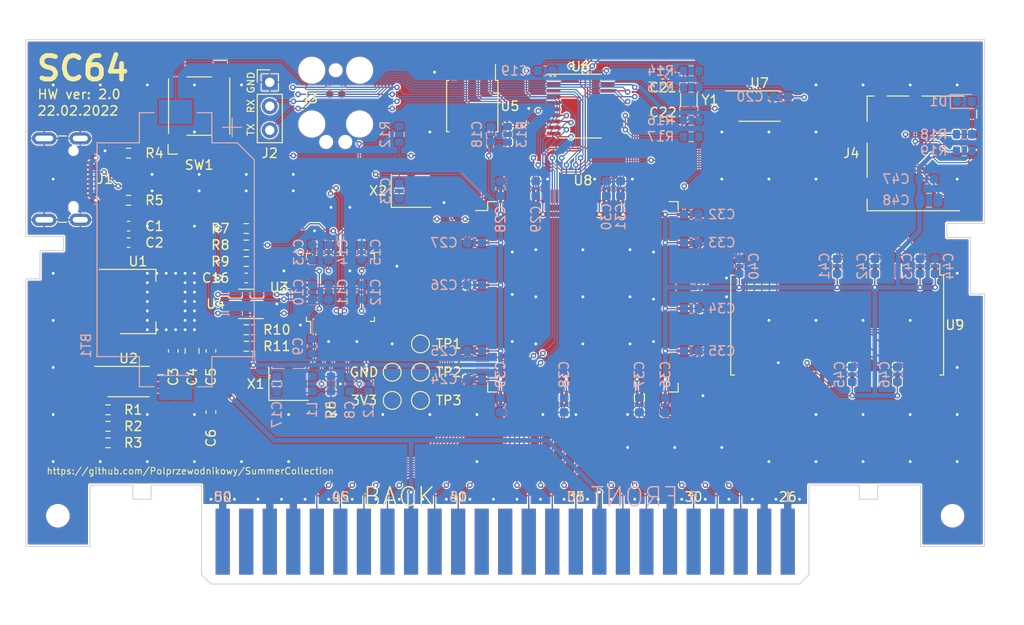
<source format=kicad_pcb>
(kicad_pcb (version 20211014) (generator pcbnew)
  (title_block (title "SummerCart64") (date "2022-05-15") (rev "2.0") (company "Polprzewodnikowy"))
  (layers (0 "F.Cu" signal) (31 "B.Cu" signal) (34 "B.Paste" user) (35 "F.Paste" user) (36 "B.SilkS" user "B.Silkscreen") (37 "F.SilkS" user "F.Silkscreen") (38 "B.Mask" user) (39 "F.Mask" user) (44 "Edge.Cuts" user))
  (net 0 "")
  (net 7 "N64_AD15")
  (net 8 "N64_AD14")
  (net 9 "N64_AD13")
  (net 10 "N64_AD12")
  (net 11 "N64_AD11")
  (net 12 "N64_AD10")
  (net 13 "N64_AD9")
  (net 14 "N64_AD8")
  (net 15 "N64_CIC_DATA")
  (net 16 "N64_PIF_CLK")
  (net 17 "N64_JOYBUS")
  (net 18 "N64_AD0")
  (net 19 "N64_AD1")
  (net 20 "N64_AD2")
  (net 21 "N64_AD3")
  (net 22 "N64_ALEL")
  (net 23 "N64_ALEH")
  (net 24 "N64_AD4")
  (net 25 "N64_AD5")
  (net 26 "N64_AD6")
  (net 27 "N64_AD7")
  (net 28 "N64_CIC_CLK")
  (net 29 "N64_VIDEO_SYNC")
  (net 30 "SD_DAT2")
  (net 31 "SD_DAT3")
  (net 32 "SD_CMD")
  (net 33 "SD_CLK")
  (net 34 "SD_DAT0")
  (net 35 "SD_DAT1")
  (net 36 "SD_DET")
  (net 37 "SWDIO")
  (net 38 "SWCLK")
  (net 39 "UART_TX")
  (net 40 "UART_RX")
  (net 41 "JTAG_TDO")
  (net 42 "JTAG_TDI")
  (net 43 "JTAG_TCK")
  (net 44 "JTAG_TMS")
  (net 45 "Net-(BT1-Pad1)")
  (net 46 "GND")
  (net 47 "I2C_SDA")
  (net 48 "I2C_SCL")
  (net 49 "RTC_MFP")
  (net 50 "+3V3")
  (net 51 "N64_3V3")
  (net 52 "+5V")
  (net 53 "FLASH_CS")
  (net 54 "FLASH_IO1")
  (net 55 "FLASH_IO2")
  (net 56 "FLASH_IO0")
  (net 57 "FLASH_CLK")
  (net 58 "FLASH_IO3")
  (net 59 "FTDI_D0")
  (net 60 "FTDI_D1")
  (net 61 "FTDI_D2")
  (net 62 "FTDI_D3")
  (net 63 "FTDI_D4")
  (net 64 "FTDI_D5")
  (net 65 "FTDI_D6")
  (net 66 "FTDI_D7")
  (net 67 "FTDI_C0")
  (net 68 "FTDI_C1")
  (net 69 "FTDI_C2")
  (net 70 "~{N64_WRITE}")
  (net 71 "~{N64_READ}")
  (net 72 "~{N64_RESET}")
  (net 73 "~{N64_INT}")
  (net 74 "~{N64_NMI}")
  (net 75 "SDRAM_DQ0")
  (net 76 "SDRAM_DQ1")
  (net 77 "SDRAM_DQ2")
  (net 78 "SDRAM_DQ3")
  (net 79 "SDRAM_DQ4")
  (net 80 "SDRAM_DQ5")
  (net 81 "SDRAM_DQ6")
  (net 82 "SDRAM_DQ7")
  (net 83 "SDRAM_DQ8")
  (net 84 "SDRAM_DQ9")
  (net 85 "SDRAM_DQ10")
  (net 86 "SDRAM_DQ11")
  (net 87 "SDRAM_DQ12")
  (net 88 "SDRAM_DQ13")
  (net 89 "SDRAM_DQ14")
  (net 90 "SDRAM_DQ15")
  (net 91 "FPGA_CLK")
  (net 92 "MCU_CS")
  (net 93 "MCU_MOSI")
  (net 94 "MCU_MISO")
  (net 95 "MCU_INT")
  (net 96 "SDRAM_DQML")
  (net 97 "~{SDRAM_WE}")
  (net 98 "~{SDRAM_CAS}")
  (net 99 "~{SDRAM_RAS}")
  (net 100 "~{SDRAM_CS}")
  (net 101 "SDRAM_BA0")
  (net 102 "SDRAM_BA1")
  (net 103 "SDRAM_A10")
  (net 104 "SDRAM_A0")
  (net 105 "SDRAM_A1")
  (net 106 "SDRAM_A2")
  (net 107 "SDRAM_A3")
  (net 108 "SDRAM_A4")
  (net 109 "SDRAM_A5")
  (net 110 "SDRAM_A6")
  (net 111 "SDRAM_A7")
  (net 112 "SDRAM_A8")
  (net 113 "SDRAM_A9")
  (net 114 "SDRAM_A11")
  (net 115 "SDRAM_A12")
  (net 116 "SDRAM_CLK")
  (net 117 "SDRAM_DQMH")
  (net 118 "FTDI_C3")
  (net 119 "FTDI_C4")
  (net 120 "FTDI_C5")
  (net 121 "FTDI_C6")
  (net 122 "LED")
  (net 123 "TEST1")
  (net 124 "TEST2")
  (net 125 "FTDI_C7")
  (net 126 "USB_D+")
  (net 127 "USB_D-")
  (net 128 "Net-(D1-Pad2)")
  (net 129 "BUTTON")
  (net 133 "TEST3")
  (net 134 "MCU_SCLK")
  (net 136 "Net-(C3-Pad1)")
  (net 137 "Net-(J1-PadA5)")
  (net 139 "Net-(J1-PadB5)")
  (net 141 "Net-(R1-Pad2)")
  (net 142 "Net-(R3-Pad1)")
  (net 143 "Net-(R10-Pad1)")
  (net 144 "USB_EEDATA")
  (net 145 "USB_CLK")
  (net 149 "USB_EECLK")
  (net 150 "USB_EECS")
  (net 154 "Net-(C7-Pad2)")
  (net 155 "Net-(C8-Pad1)")
  (net 156 "Net-(C14-Pad2)")
  (net 157 "Net-(R13-Pad1)")
  (net 158 "Net-(C21-Pad1)")
  (net 159 "Net-(C22-Pad2)")
  (net 160 "Net-(C13-Pad2)")
  (net 161 "Net-(R6-Pad2)")
  (net 162 "Net-(R7-Pad2)")
  (footprint "Resistor_SMD:R_0603_1608Metric" (layer "F.Cu") (at 107.825 117 180)
    (fp_text reference "R1")
    (fp_text value "10k")
  )
  (footprint "Package_QFP:LQFP-48_7x7mm_P0.5mm" (layer "F.Cu") (at 132.5 104 90)
    (fp_text reference "U3")
    (fp_text value "FT232HL")
  )
  (footprint "Capacitor_SMD:C_0603_1608Metric" (layer "F.Cu") (at 118.75 110.75 90)
    (fp_text reference "C5")
    (fp_text value "100nF")
  )
  (footprint "Button_Switch_SMD:SW_SPST_Omron_B3FS-101xP" (layer "F.Cu") (at 117.5 84.75 90)
    (fp_text reference "SW1")
    (fp_text value "TS07-667-37-BK-160-SMT")
  )
  (footprint "TestPoint:TestPoint_Pad_D1.5mm" (layer "F.Cu") (at 138 113)
    (fp_text reference "GND1" hide)
    (fp_text value "TestPoint")
  )
  (footprint "Resistor_SMD:R_0603_1608Metric" (layer "F.Cu") (at 122.5 110.25 180)
    (fp_text reference "R11")
    (fp_text value "10k")
  )
  (footprint "Capacitor_SMD:C_0603_1608Metric" (layer "F.Cu") (at 166.75 81.35 180)
    (fp_text reference "C21")
    (fp_text value "12pF")
  )
  (footprint "Capacitor_SMD:C_0603_1608Metric" (layer "F.Cu") (at 110 97.5)
    (fp_text reference "C1")
    (fp_text value "4.7uF")
  )
  (footprint "Package_SO:TSSOP-8_4.4x3mm_P0.65mm" (layer "F.Cu") (at 177 84.75)
    (fp_text reference "U7")
    (fp_text value "MCP7940N-x/ST")
  )
  (footprint "Package_TO_SOT_SMD:SOT-23-6" (layer "F.Cu") (at 122.5 105.75 180)
    (fp_text reference "U4")
    (fp_text value "93AA56Bx-x/OT")
  )
  (footprint "Resistor_SMD:R_0603_1608Metric" (layer "F.Cu") (at 122.5 99.5)
    (fp_text reference "R8")
    (fp_text value "12k")
  )
  (footprint "Package_SO:TSOP-II-54_22.2x10.16mm_P0.8mm" (layer "F.Cu") (at 185.25 108 -90)
    (fp_text reference "U9")
    (fp_text value "IS42S16320F-7TL")
  )
  (footprint "Package_SO:SOIC-8_5.23x5.23mm_P1.27mm" (layer "F.Cu") (at 146.5 84.75 -90)
    (fp_text reference "U5")
    (fp_text value "W25Q128JVSIQ")
  )
  (footprint "Capacitor_SMD:C_0603_1608Metric" (layer "F.Cu") (at 114.75 110.75 90)
    (fp_text reference "C3")
    (fp_text value "100nF")
  )
  (footprint "TestPoint:TestPoint_Pad_D1.5mm" (layer "F.Cu") (at 138 116)
    (fp_text reference "3V1" hide)
    (fp_text value "TestPoint")
  )
  (footprint "Resistor_SMD:R_0603_1608Metric" (layer "F.Cu") (at 107.825 118.75)
    (fp_text reference "R2")
    (fp_text value "3.3k")
  )
  (footprint "Connector_Card:microSD_HC_Molex_104031-0811" (layer "F.Cu") (at 194.25 89.75 -90)
    (fp_text reference "J4")
    (fp_text value "104031-0811")
  )
  (footprint "Package_QFP:TQFP-144_20x20mm_P0.5mm" (layer "F.Cu") (at 158.25 105)
    (fp_text reference "U8")
    (fp_text value "LCMXO2-7000Hx-xTG144x")
  )
  (footprint "MountingHole:MountingHole_2mm" (layer "F.Cu") (at 197.5 128.25)
    (fp_text reference "REF**" hide)
    (fp_text value "MountingHole_2mm" hide)
  )
  (footprint "Resistor_SMD:R_0603_1608Metric" (layer "F.Cu") (at 110 94.75 180)
    (fp_text reference "R5")
    (fp_text value "5.1k")
  )
  (footprint "Resistor_SMD:R_0603_1608Metric" (layer "F.Cu") (at 110 89.75 180)
    (fp_text reference "R4")
    (fp_text value "5.1k")
  )
  (footprint "Resistor_SMD:R_0603_1608Metric" (layer "F.Cu") (at 131.5 114.25 90)
    (fp_text reference "R6")
    (fp_text value "12k")
  )
  (footprint "Capacitor_SMD:C_0603_1608Metric" (layer "F.Cu") (at 122.5 103 180)
    (fp_text reference "C16")
    (fp_text value "100nF")
  )
  (footprint "Package_SO:TSSOP-8_4.4x3mm_P0.65mm" (layer "F.Cu") (at 110 114)
    (fp_text reference "U2")
    (fp_text value "TPS2111A")
  )
  (footprint "TestPoint:TestPoint_Pad_D1.5mm" (layer "F.Cu") (at 141 110)
    (fp_text reference "TP1")
    (fp_text value "TestPoint")
  )
  (footprint "Resistor_SMD:R_0603_1608Metric" (layer "F.Cu") (at 122.5 97.75)
    (fp_text reference "R7")
    (fp_text value "12k")
  )
  (footprint "Connector_PinHeader_2.54mm:PinHeader_1x03_P2.54mm_Vertical" (layer "F.Cu") (at 125 82.225)
    (fp_text reference "J2")
    (fp_text value "Conn_01x03_Male")
  )
  (footprint "Crystal:Crystal_SMD_3215-2Pin_3.2x1.5mm" (layer "F.Cu") (at 169.5 84.1 90)
    (fp_text reference "Y1")
    (fp_text value "FC-135")
  )
  (footprint "TestPoint:TestPoint_Pad_D1.5mm" (layer "F.Cu") (at 141 113)
    (fp_text reference "TP2")
    (fp_text value "TestPoint")
  )
  (footprint "sc64v2:N64_Edge" (layer "F.Cu") (at 150 125)
    (fp_text reference "J_N1" hide)
    (fp_text value "N64_Cartridge")
    (fp_line (start -32.25 9.5) (end -31.25 10.5) (layer "Edge.Cuts") (width 0.1))
    (fp_line (start 31.25 10.5) (end 32.25 9.5) (layer "Edge.Cuts") (width 0.1))
    (fp_line (start 0 10.5) (end 31.25 10.5) (layer "Edge.Cuts") (width 0.1))
    (fp_line (start 32.25 9.5) (end 32.25 0) (layer "Edge.Cuts") (width 0.1))
    (fp_line (start -32.25 9.5) (end -32.25 0) (layer "Edge.Cuts") (width 0.1))
    (fp_line (start 0 10.5) (end -31.25 10.5) (layer "Edge.Cuts") (width 0.1))
  )
  (footprint "sc64v2:TC2050-FP" (layer "F.Cu") (at 132 80.94 -90)
    (fp_text reference "J3")
    (fp_text value "TC2050-FP")
  )
  (footprint "Resistor_SMD:R_0603_1608Metric" (layer "F.Cu") (at 122.5 101.25 180)
    (fp_text reference "R9")
    (fp_text value "5.1k")
  )
  (footprint "Capacitor_SMD:C_0805_2012Metric" (layer "F.Cu") (at 116.75 110.75 90)
    (fp_text reference "C4")
    (fp_text value "47uF")
  )
  (footprint "Capacitor_SMD:C_0603_1608Metric" (layer "F.Cu") (at 118.75 117.25 -90)
    (fp_text reference "C6")
    (fp_text value "100nF")
  )
  (footprint "Resistor_SMD:R_0603_1608Metric" (layer "F.Cu") (at 122.5 108.5)
    (fp_text reference "R10")
    (fp_text value "2.2k")
  )
  (footprint "Package_TO_SOT_SMD:SOT-223-3_TabPin2" (layer "F.Cu") (at 111 105.5)
    (fp_text reference "U1")
    (fp_text value "TC1264-3.3VDB")
  )
  (footprint "Oscillator:Oscillator_SMD_SeikoEpson_SG8002CE-4Pin_3.2x2.5mm" (layer "F.Cu") (at 140 93.75)
    (fp_text reference "X2")
    (fp_text value "ECS-3225MV-500-BN")
  )
  (footprint "Capacitor_SMD:C_0603_1608Metric" (layer "F.Cu") (at 110 99.25)
    (fp_text reference "C2")
    (fp_text value "100nF")
  )
  (footprint "Oscillator:Oscillator_SMD_SeikoEpson_SG8002CE-4Pin_3.2x2.5mm" (layer "F.Cu") (at 127 114.25)
    (fp_text reference "X1")
    (fp_text value "ECS-3225MV-120-CN")
  )
  (footprint "Package_SO:TSSOP-20_4.4x6.5mm_P0.65mm" (layer "F.Cu") (at 158 84.75)
    (fp_text reference "U6")
    (fp_text value "STM32G030F6P6")
  )
  (footprint "Resistor_SMD:R_0603_1608Metric" (layer "F.Cu") (at 107.825 120.5)
    (fp_text reference "R3")
    (fp_text value "470R")
  )
  (footprint "TestPoint:TestPoint_Pad_D1.5mm" (layer "F.Cu") (at 141 116)
    (fp_text reference "TP3")
    (fp_text value "TestPoint")
  )
  (footprint "Capacitor_SMD:C_0603_1608Metric" (layer "F.Cu") (at 166.75 86.85)
    (fp_text reference "C22")
    (fp_text value "12pF")
  )
  (footprint "Connector_USB:USB_C_Receptacle_JAE_DX07S016JA1R1500" (layer "F.Cu") (at 102.2 92.5 -90)
    (fp_text reference "J1")
    (fp_text value "DX07S016JA3R1500")
  )
  (footprint "MountingHole:MountingHole_2mm" (layer "F.Cu") (at 102.5 128.25)
    (fp_text reference "REF**" hide)
    (fp_text value "MountingHole_2mm" hide)
  )
  (footprint "LED_SMD:LED_0603_1608Metric" (layer "B.Cu") (at 198.75 84.25)
    (fp_text reference "D1")
    (fp_text value "150060RS75000")
  )
  (footprint "Capacitor_SMD:C_0603_1608Metric" (layer "B.Cu") (at 129.5 110.25 -90)
    (fp_text reference "C9")
    (fp_text value "100nF")
  )
  (footprint "Resistor_SMD:R_0603_1608Metric" (layer "B.Cu") (at 138.75 87.75 90)
    (fp_text reference "R12")
    (fp_text value "3.3k")
  )
  (footprint "Capacitor_SMD:C_0603_1608Metric" (layer "B.Cu") (at 146.75 110.75 180)
    (fp_text reference "C25")
    (fp_text value "100nF")
  )
  (footprint "Capacitor_SMD:C_0603_1608Metric" (layer "B.Cu") (at 156.25 116.5 -90)
    (fp_text reference "C38")
    (fp_text value "100nF")
  )
  (footprint "Capacitor_SMD:C_0603_1608Metric" (layer "B.Cu") (at 169.75 110.75)
    (fp_text reference "C35")
    (fp_text value "100nF")
  )
  (footprint "Capacitor_SMD:C_0603_1608Metric" (layer "B.Cu") (at 153.25 93.5 90)
    (fp_text reference "C29")
    (fp_text value "100nF")
  )
  (footprint "Capacitor_SMD:C_0603_1608Metric" (layer "B.Cu") (at 131.25 104.5 -90)
    (fp_text reference "C11")
    (fp_text value "100nF")
  )
  (footprint "Resistor_SMD:R_0603_1608Metric" (layer "B.Cu") (at 198.75 89.5)
    (fp_text reference "R19")
    (fp_text value "10k")
  )
  (footprint "Resistor_SMD:R_0603_1608Metric" (layer "B.Cu") (at 169.75 88)
    (fp_text reference "R17")
    (fp_text value "10k")
  )
  (footprint "Capacitor_SMD:C_0603_1608Metric" (layer "B.Cu") (at 162.25 93.5 90)
    (fp_text reference "C31")
    (fp_text value "100nF")
  )
  (footprint "Capacitor_SMD:C_0603_1608Metric" (layer "B.Cu") (at 146.75 103.75 180)
    (fp_text reference "C26")
    (fp_text value "100nF")
  )
  (footprint "Capacitor_SMD:C_0603_1608Metric" (layer "B.Cu") (at 194.05 101.75 90)
    (fp_text reference "C43")
    (fp_text value "100nF")
  )
  (footprint "Capacitor_SMD:C_0603_1608Metric" (layer "B.Cu") (at 189.25 101.75 90)
    (fp_text reference "C42")
    (fp_text value "100nF")
  )
  (footprint "Capacitor_SMD:C_0603_1608Metric" (layer "B.Cu") (at 186.85 113.25 90)
    (fp_text reference "C45")
    (fp_text value "100nF")
  )
  (footprint "Capacitor_SMD:C_0603_1608Metric" (layer "B.Cu") (at 138.75 93.75 -90)
    (fp_text reference "C23")
    (fp_text value "100nF")
  )
  (footprint "Capacitor_SMD:C_0603_1608Metric" (layer "B.Cu") (at 129.5 100.25 -90)
    (fp_text reference "C13")
    (fp_text value "100nF")
  )
  (footprint "Capacitor_SMD:C_0603_1608Metric" (layer "B.Cu") (at 174.85 101.75 90)
    (fp_text reference "C40")
    (fp_text value "100nF")
  )
  (footprint "Resistor_SMD:R_0603_1608Metric" (layer "B.Cu") (at 150.25 87.75 -90)
    (fp_text reference "R13")
    (fp_text value "10k")
  )
  (footprint "Resistor_SMD:R_0603_1608Metric" (layer "B.Cu") (at 169.75 82.75)
    (fp_text reference "R15")
    (fp_text value "2.2k")
  )
  (footprint "Capacitor_SMD:C_0603_1608Metric" (layer "B.Cu") (at 149.5 116.5 -90)
    (fp_text reference "C39")
    (fp_text value "100nF")
  )
  (footprint "Capacitor_SMD:C_0603_1608Metric" (layer "B.Cu") (at 131.25 100.25 -90)
    (fp_text reference "C14")
    (fp_text value "100nF")
  )
  (footprint "Battery:BatteryHolder_Keystone_1060_1x2032" (layer "B.Cu") (at 115 100 -90)
    (fp_text reference "BT1")
    (fp_text value "1060")
  )
  (footprint "Capacitor_SMD:C_0603_1608Metric" (layer "B.Cu") (at 134.75 104.5 90)
    (fp_text reference "C12")
    (fp_text value "100nF")
  )
  (footprint "Capacitor_SMD:C_0603_1608Metric" (layer "B.Cu") (at 160.75 93.5 90)
    (fp_text reference "C30")
    (fp_text value "100nF")
  )
  (footprint "Capacitor_SMD:C_0603_1608Metric" (layer "B.Cu") (at 179.25 83.75 180)
    (fp_text reference "C20")
    (fp_text value "100nF")
  )
  (footprint "Inductor_SMD:L_0603_1608Metric" (layer "B.Cu") (at 135.5 114.25 -90)
    (fp_text reference "L2")
    (fp_text value "470R")
  )
  (footprint "Capacitor_SMD:C_0603_1608Metric" (layer "B.Cu") (at 185.25 101.75 90)
    (fp_text reference "C41")
    (fp_text value "100nF")
  )
  (footprint "Capacitor_SMD:C_0603_1608Metric" (layer "B.Cu") (at 133.5 114.25 90)
    (fp_text reference "C8")
    (fp_text value "100nF")
  )
  (footprint "Capacitor_SMD:C_0603_1608Metric" (layer "B.Cu") (at 146.75 99.25 180)
    (fp_text reference "C27")
    (fp_text value "100nF")
  )
  (footprint "Capacitor_SMD:C_0603_1608Metric" (layer "B.Cu") (at 169.75 96.25)
    (fp_text reference "C32")
    (fp_text value "100nF")
  )
  (footprint "Resistor_SMD:R_0603_1608Metric" (layer "B.Cu") (at 169.75 81)
    (fp_text reference "R14")
    (fp_text value "2.2k")
  )
  (footprint "Capacitor_SMD:C_0603_1608Metric" (layer "B.Cu") (at 169.75 99.25)
    (fp_text reference "C33")
    (fp_text value "100nF")
  )
  (footprint "Capacitor_SMD:C_0603_1608Metric" (layer "B.Cu") (at 191.65 113.25 90)
    (fp_text reference "C46")
    (fp_text value "100nF")
  )
  (footprint "Capacitor_SMD:C_0603_1608Metric" (layer "B.Cu") (at 131.5 114.25 -90)
    (fp_text reference "C7")
    (fp_text value "100nF")
  )
  (footprint "Capacitor_SMD:C_0603_1608Metric" (layer "B.Cu") (at 167 116.5 -90)
    (fp_text reference "C36")
    (fp_text value "100nF")
  )
  (footprint "Capacitor_SMD:C_0603_1608Metric" (layer "B.Cu") (at 146.75 113.75 180)
    (fp_text reference "C24")
    (fp_text value "100nF")
  )
  (footprint "Resistor_SMD:R_0603_1608Metric" (layer "B.Cu") (at 169.75 86.25 180)
    (fp_text reference "R16")
    (fp_text value "10k")
  )
  (footprint "Capacitor_SMD:C_0603_1608Metric" (layer "B.Cu") (at 194.75 92.5)
    (fp_text reference "C47")
    (fp_text value "100nF")
  )
  (footprint "Capacitor_SMD:C_0603_1608Metric" (layer "B.Cu") (at 148.5 87.75 90)
    (fp_text reference "C18")
    (fp_text value "100nF")
  )
  (footprint "Capacitor_SMD:C_0805_2012Metric" (layer "B.Cu") (at 195 94.75)
    (fp_text reference "C48")
    (fp_text value "47uF")
  )
  (footprint "Capacitor_SMD:C_0603_1608Metric" (layer "B.Cu") (at 125.75 114.25 -90)
    (fp_text reference "C17")
    (fp_text value "100nF")
  )
  (footprint "Capacitor_SMD:C_0603_1608Metric" (layer "B.Cu") (at 164.25 116.5 -90)
    (fp_text reference "C37")
    (fp_text value "100nF")
  )
  (footprint "Inductor_SMD:L_0603_1608Metric" (layer "B.Cu") (at 129.5 114.25 -90)
    (fp_text reference "L1")
    (fp_text value "470R")
  )
  (footprint "Capacitor_SMD:C_0603_1608Metric" (layer "B.Cu") (at 129.5 104.5 -90)
    (fp_text reference "C10")
    (fp_text value "100nF")
  )
  (footprint "Capacitor_SMD:C_0603_1608Metric" (layer "B.Cu") (at 169.75 106.25)
    (fp_text reference "C34")
    (fp_text value "100nF")
  )
  (footprint "Capacitor_SMD:C_0603_1608Metric" (layer "B.Cu") (at 149.5 93.5 90)
    (fp_text reference "C28")
    (fp_text value "100nF")
  )
  (footprint "Capacitor_SMD:C_0603_1608Metric" (layer "B.Cu") (at 195.65 101.75 90)
    (fp_text reference "C44")
    (fp_text value "100nF")
  )
  (footprint "Capacitor_SMD:C_0603_1608Metric" (layer "B.Cu") (at 154.25 81)
    (fp_text reference "C19")
    (fp_text value "100nF")
  )
  (footprint "Resistor_SMD:R_0603_1608Metric" (layer "B.Cu") (at 198.75 87.75)
    (fp_text reference "R18")
    (fp_text value "470R")
  )
  (footprint "Capacitor_SMD:C_0603_1608Metric" (layer "B.Cu") (at 134.75 100.25 90)
    (fp_text reference "C15")
    (fp_text value "100nF")
  )
  (gr_line locked (start 112.4 126.5) (end 112.4 125) (layer "Edge.Cuts") (width 0.1))
  (gr_line locked (start 105.9 131.5) (end 105.9 125) (layer "Edge.Cuts") (width 0.1))
  (gr_line locked (start 200.9 104.7) (end 199.4 104.7) (layer "Edge.Cuts") (width 0.1))
  (gr_line locked (start 182.25 125) (end 187.6 125) (layer "Edge.Cuts") (width 0.1))
  (gr_line locked (start 110.45 125) (end 110.45 126.5) (layer "Edge.Cuts") (width 0.1))
  (gr_line locked (start 199.4 98.7) (end 196.9 98.7) (layer "Edge.Cuts") (width 0.1))
  (gr_line locked (start 189.55 126.5) (end 189.55 125) (layer "Edge.Cuts") (width 0.1))
  (gr_line locked (start 103.1 100.1) (end 103.1 98.6) (layer "Edge.Cuts") (width 0.1))
  (gr_line locked (start 194.1 125) (end 194.1 131.5) (layer "Edge.Cuts") (width 0.1))
  (gr_line locked (start 110.45 126.5) (end 112.4 126.5) (layer "Edge.Cuts") (width 0.1))
  (gr_line locked (start 199.4 104.7) (end 199.4 98.7) (layer "Edge.Cuts") (width 0.1))
  (gr_line locked (start 105.9 125) (end 110.45 125) (layer "Edge.Cuts") (width 0.1))
  (gr_line locked (start 200.9 131.5) (end 200.9 104.7) (layer "Edge.Cuts") (width 0.1))
  (gr_line locked (start 99.1 77.7) (end 200.9 77.7) (layer "Edge.Cuts") (width 0.1))
  (gr_line locked (start 99.1 98.6) (end 99.1 77.7) (layer "Edge.Cuts") (width 0.1))
  (gr_line locked (start 194.1 131.5) (end 200.9 131.5) (layer "Edge.Cuts") (width 0.1))
  (gr_line locked (start 187.6 126.5) (end 189.55 126.5) (layer "Edge.Cuts") (width 0.1))
  (gr_line locked (start 99.1 131.5) (end 105.9 131.5) (layer "Edge.Cuts") (width 0.1))
  (gr_line locked (start 187.6 125) (end 187.6 126.5) (layer "Edge.Cuts") (width 0.1))
  (gr_line locked (start 99.1 131.5) (end 99.1 103.1) (layer "Edge.Cuts") (width 0.1))
  (gr_line locked (start 200.9 77.7) (end 200.9 97.2) (layer "Edge.Cuts") (width 0.1))
  (gr_line locked (start 100.6 103.1) (end 100.6 100.1) (layer "Edge.Cuts") (width 0.1))
  (gr_line locked (start 103.1 98.6) (end 99.1 98.6) (layer "Edge.Cuts") (width 0.1))
  (gr_line locked (start 196.9 97.2) (end 200.9 97.2) (layer "Edge.Cuts") (width 0.1))
  (gr_line locked (start 112.4 125) (end 117.75 125) (layer "Edge.Cuts") (width 0.1))
  (gr_line locked (start 100.6 100.1) (end 103.1 100.1) (layer "Edge.Cuts") (width 0.1))
  (gr_line locked (start 189.55 125) (end 194.1 125) (layer "Edge.Cuts") (width 0.1))
  (gr_line locked (start 196.9 98.7) (end 196.9 97.2) (layer "Edge.Cuts") (width 0.1))
  (gr_line locked (start 99.1 103.1) (end 100.6 103.1) (layer "Edge.Cuts") (width 0.1))
  (gr_text "RX" (at 123 84.75 90) (layer "F.SilkS") (effects (font (size 0.75 0.75) (thickness 0.125))))
  (gr_text "TX" (at 123 87.25 90) (layer "F.SilkS") (effects (font (size 0.75 0.75) (thickness 0.125))))
  (gr_text "HW ver: 2.0" (at 100.25 83.5) (layer "F.SilkS") (effects (font (size 1 1)) (justify left)))
  (gr_text "22.02.2022" (at 100.25 85.25) (layer "F.SilkS") (effects (font (size 1 1)) (justify left)))
  (gr_text "GND" (at 135 113) (layer "F.SilkS") (effects (font (size 1 1))))
  (gr_text "https://github.com/Polprzewodnikowy/SummerCollection" (at 101.25 123.5) (layer "F.SilkS") (effects (font (size 0.7 0.7) (thickness 0.1)) (justify left)))
  (gr_text "3V3" (at 135 116) (layer "F.SilkS") (effects (font (size 1 1))))
  (gr_text "GND" (at 123 82.25 90) (layer "F.SilkS") (effects (font (size 0.75 0.75) (thickness 0.125))))
  (gr_text "SC64" (at 100 80.75) (layer "F.SilkS") (effects (font (size 2.5 2.5) (thickness 0.5)) (justify left)))
  (segment (start 160.5 115.6625) (end 160.5 121.381744) (width 0.127) (layer "F.Cu") (net 7))
  (segment (start 160.5 121.381744) (end 161.593616 122.47536) (width 0.127) (layer "F.Cu") (net 7))
  (segment (start 161.593616 122.47536) (end 171.22536 122.47536) (width 0.127) (layer "F.Cu") (net 7))
  (segment (start 171.22536 122.47536) (end 173.75 125) (width 0.127) (layer "F.Cu") (net 7))
  (via (at 173.75 125) (size 0.6) (drill 0.3) (layers "F.Cu" "B.Cu") (net 7))
  (segment (start 175 131) (end 175 126.25) (width 0.127) (layer "B.Cu") (net 7))
  (segment (start 175 126.25) (end 173.75 125) (width 0.127) (layer "B.Cu") (net 7))
  (segment (start 161.383592 122.9824) (end 169.2324 122.9824) (width 0.127) (layer "F.Cu") (net 8))
  (segment (start 159.5 121.098808) (end 161.383592 122.9824) (width 0.127) (layer "F.Cu") (net 8))
  (segment (start 159.5 115.6625) (end 159.5 121.098808) (width 0.127) (layer "F.Cu") (net 8))
  (segment (start 169.2324 122.9824) (end 171.25 125) (width 0.127) (layer "F.Cu") (net 8))
  (via (at 171.25 125) (size 0.6) (drill 0.3) (layers "F.Cu" "B.Cu") (net 8))
  (segment (start 172.5 126.25) (end 171.25 125) (width 0.127) (layer "B.Cu") (net 8))
  (segment (start 172.5 131) (end 172.5 126.25) (width 0.127) (layer "B.Cu") (net 8))
  (segment (start 158.5 120.815872) (end 161.173568 123.48944) (width 0.127) (layer "F.Cu") (net 9))
  (segment (start 161.173568 123.48944) (end 167.23944 123.48944) (width 0.127) (layer "F.Cu") (net 9))
  (segment (start 167.23944 123.48944) (end 168.75 125) (width 0.127) (layer "F.Cu") (net 9))
  (segment (start 158.5 115.6625) (end 158.5 120.815872) (width 0.127) (layer "F.Cu") (net 9))
  (via (at 168.75 125) (size 0.6) (drill 0.3) (layers "F.Cu" "B.Cu") (net 9))
  (segment (start 170 131) (end 170 126.25) (width 0.127) (layer "B.Cu") (net 9))
  (segment (start 170 126.25) (end 168.75 125) (width 0.127) (layer "B.Cu") (net 9))
  (segment (start 162.74648 123.99648) (end 163.75 125) (width 0.127) (layer "F.Cu") (net 10))
  (segment (start 157 120.032936) (end 160.963544 123.99648) (width 0.127) (layer "F.Cu") (net 10))
  (segment (start 160.963544 123.99648) (end 162.74648 123.99648) (width 0.127) (layer "F.Cu") (net 10))
  (segment (start 157 115.6625) (end 157 120.032936) (width 0.127) (layer "F.Cu") (net 10))
  (via (at 163.75 125) (size 0.6) (drill 0.3) (layers "F.Cu" "B.Cu") (net 10))
  (segment (start 165 126.25) (end 163.75 125) (width 0.127) (layer "B.Cu") (net 10))
  (segment (start 165 131) (end 165 126.25) (width 0.127) (layer "B.Cu") (net 10))
  (segment (start 153.75 118.934128) (end 153.75 125) (width 0.127) (layer "F.Cu") (net 11))
  (segment (start 153 115.6625) (end 153 118.184128) (width 0.127) (layer "F.Cu") (net 11))
  (segment (start 153 118.184128) (end 153.75 118.934128) (width 0.127) (layer "F.Cu") (net 11))
  (via (at 153.75 125) (size 0.6) (drill 0.3) (layers "F.Cu" "B.Cu") (net 11))
  (segment (start 155 126.25) (end 153.75 125) (width 0.127) (layer "B.Cu") (net 11))
  (segment (start 155 131) (end 155 126.25) (width 0.127) (layer "B.Cu") (net 11))
  (segment (start 152 115.6625) (end 152 121.934125) (width 0.127) (layer "F.Cu") (net 12))
  (segment (start 151.25 122.684126) (end 151.25 125) (width 0.127) (layer "F.Cu") (net 12))
  (segment (start 152 121.934125) (end 151.25 122.684126) (width 0.127) (layer "F.Cu") (net 12))
  (via (at 151.25 125) (size 0.6) (drill 0.3) (layers "F.Cu" "B.Cu") (net 12))
  (segment (start 152.5 126.25) (end 151.25 125) (width 0.127) (layer "B.Cu") (net 12))
  (segment (start 152.5 131) (end 152.5 126.25) (width 0.127) (layer "B.Cu") (net 12))
  (segment (start 147.23944 124.01056) (end 146.25 125) (width 0.127) (layer "F.Cu") (net 13))
  (segment (start 149.565033 124.01056) (end 147.23944 124.01056) (width 0.127) (layer "F.Cu") (net 13))
  (segment (start 151.5 115.6625) (end 151.5 122.075594) (width 0.127) (layer "F.Cu") (net 13))
  (segment (start 151.5 122.075594) (end 149.565033 124.01056) (width 0.127) (layer "F.Cu") (net 13))
  (via (at 146.25 125) (size 0.6) (drill 0.3) (layers "F.Cu" "B.Cu") (net 13))
  (segment (start 145 131) (end 145 126.25) (width 0.127) (layer "B.Cu") (net 13))
  (segment (start 145 126.25) (end 146.25 125) (width 0.127) (layer "B.Cu") (net 13))
  (segment (start 150.5 115.6625) (end 150.5 122.358531) (width 0.127) (layer "F.Cu") (net 14))
  (segment (start 150.5 122.358531) (end 149.355011 123.50352) (width 0.127) (layer "F.Cu") (net 14))
  (segment (start 145.24648 123.50352) (end 143.75 125) (width 0.127) (layer "F.Cu") (net 14))
  (segment (start 149.355011 123.50352) (end 145.24648 123.50352) (width 0.127) (layer "F.Cu") (net 14))
  (via (at 143.75 125) (size 0.6) (drill 0.3) (layers "F.Cu" "B.Cu") (net 14))
  (segment (start 142.5 131) (end 142.5 126.25) (width 0.127) (layer "B.Cu") (net 14))
  (segment (start 142.5 126.25) (end 143.75 125) (width 0.127) (layer "B.Cu") (net 14))
  (segment (start 153.75 112) (end 153.49296 112.25704) (width 0.127) (layer "F.Cu") (net 15))
  (segment (start 141.315033 124.01056) (end 139.73944 124.01056) (width 0.127) (layer "F.Cu") (net 15))
  (segment (start 145.5 119.825593) (end 141.315033 124.01056) (width 0.127) (layer "F.Cu") (net 15))
  (segment (start 153.49296 112.25704) (end 149.75 112.25704) (width 0.127) (layer "F.Cu") (net 15))
  (segment (start 145.5 113.75) (end 145.5 119.825593) (width 0.127) (layer "F.Cu") (net 15))
  (segment (start 148.75704 113.25) (end 147.5875 113.25) (width 0.127) (layer "F.Cu") (net 15))
  (segment (start 156.275 87.025) (end 156.5 87.25) (width 0.127) (layer "F.Cu") (net 15))
  (segment (start 147.5875 113.25) (end 146 113.25) (width 0.127) (layer "F.Cu") (net 15))
  (segment (start 139.73944 124.01056) (end 138.75 125) (width 0.127) (layer "F.Cu") (net 15))
  (segment (start 149.75 112.25704) (end 148.75704 113.25) (width 0.127) (layer "F.Cu") (net 15))
  (segment (start 146 113.25) (end 145.5 113.75) (width 0.127) (layer "F.Cu") (net 15))
  (segment (start 155.1375 87.025) (end 156.275 87.025) (width 0.127) (layer "F.Cu") (net 15))
  (via (at 153.75 112) (size 0.6) (drill 0.3) (layers "F.Cu" "B.Cu") (net 15))
  (via (at 138.75 125) (size 0.6) (drill 0.3) (layers "F.Cu" "B.Cu") (net 15))
  (via (at 156.5 87.25) (size 0.6) (drill 0.3) (layers "F.Cu" "B.Cu") (net 15))
  (segment (start 137.5 131) (end 137.5 126.25) (width 0.127) (layer "B.Cu") (net 15))
  (segment (start 155.50704 110.24296) (end 155.50704 91.539977) (width 0.127) (layer "B.Cu") (net 15))
  (segment (start 153.75 112) (end 155.50704 110.24296) (width 0.127) (layer "B.Cu") (net 15))
  (segment (start 154.5 90.532937) (end 154.5 89.25) (width 0.127) (layer "B.Cu") (net 15))
  (segment (start 154.5 89.25) (end 156.5 87.25) (width 0.127) (layer "B.Cu") (net 15))
  (segment (start 155.50704 91.539977) (end 154.5 90.532937) (width 0.127) (layer "B.Cu") (net 15))
  (segment (start 137.5 126.25) (end 138.75 125) (width 0.127) (layer "B.Cu") (net 15))
  (segment (start 145.5 112.25) (end 144.99296 112.75704) (width 0.127) (layer "F.Cu") (net 16))
  (segment (start 144.99296 112.75704) (end 144.99296 119.615571) (width 0.127) (layer "F.Cu") (net 16))
  (segment (start 144.99296 119.615571) (end 141.105011 123.50352) (width 0.127) (layer "F.Cu") (net 16))
  (segment (start 147.5875 112.25) (end 145.5 112.25) (width 0.127) (layer "F.Cu") (net 16))
  (segment (start 141.105011 123.50352) (end 137.74648 123.50352) (width 0.127) (layer "F.Cu") (net 16))
  (segment (start 137.74648 123.50352) (end 136.25 125) (width 0.127) (layer "F.Cu") (net 16))
  (via (at 136.25 125) (size 0.6) (drill 0.3) (layers "F.Cu" "B.Cu") (net 16))
  (segment (start 135 131) (end 135 126.5) (width 0.127) (layer "B.Cu") (net 16))
  (segment (start 135 126.5) (end 135 126.25) (width 0.127) (layer "B.Cu") (net 16))
  (segment (start 135 126.25) (end 136.25 125) (width 0.127) (layer "B.Cu") (net 16))
  (segment (start 140.684964 122.48944) (end 133.76056 122.48944) (width 0.127) (layer "F.Cu") (net 17))
  (segment (start 143.97888 119.195524) (end 140.684964 122.48944) (width 0.127) (layer "F.Cu") (net 17))
  (segment (start 143.97888 110.77112) (end 143.97888 119.195524) (width 0.127) (layer "F.Cu") (net 17))
  (segment (start 133.76056 122.48944) (end 131.25 125) (width 0.127) (layer "F.Cu") (net 17))
  (segment (start 147.5875 109.25) (end 145.5 109.25) (width 0.127) (layer "F.Cu") (net 17))
  (segment (start 145.5 109.25) (end 143.97888 110.77112) (width 0.127) (layer "F.Cu") (net 17))
  (via (at 131.25 125) (size 0.6) (drill 0.3) (layers "F.Cu" "B.Cu") (net 17))
  (segment (start 130 131) (end 130 126.25) (width 0.127) (layer "B.Cu") (net 17))
  (segment (start 130 126.25) (end 131.25 125) (width 0.127) (layer "B.Cu") (net 17))
  (segment (start 161 115.6625) (end 161 121.523212) (width 0.127) (layer "F.Cu") (net 18))
  (segment (start 161 121.523212) (end 161.698628 122.22184) (width 0.127) (layer "F.Cu") (net 18))
  (segment (start 172.22184 122.22184) (end 175 125) (width 0.127) (layer "F.Cu") (net 18))
  (segment (start 175 125) (end 175 131) (width 0.127) (layer "F.Cu") (net 18))
  (segment (start 161.698628 122.22184) (end 172.22184 122.22184) (width 0.127) (layer "F.Cu") (net 18))
  (segment (start 161.488604 122.72888) (end 170.22888 122.72888) (width 0.127) (layer "F.Cu") (net 19))
  (segment (start 172.5 125) (end 172.5 131) (width 0.127) (layer "F.Cu") (net 19))
  (segment (start 160 115.6625) (end 160 121.240276) (width 0.127) (layer "F.Cu") (net 19))
  (segment (start 170.22888 122.72888) (end 172.5 125) (width 0.127) (layer "F.Cu") (net 19))
  (segment (start 160 121.240276) (end 161.488604 122.72888) (width 0.127) (layer "F.Cu") (net 19))
  (segment (start 170 125) (end 170 131) (width 0.127) (layer "F.Cu") (net 20))
  (segment (start 159 115.6625) (end 159 120.95734) (width 0.127) (layer "F.Cu") (net 20))
  (segment (start 159 120.95734) (end 161.27858 123.23592) (width 0.127) (layer "F.Cu") (net 20))
  (segment (start 161.27858 123.23592) (end 168.23592 123.23592) (width 0.127) (layer "F.Cu") (net 20))
  (segment (start 168.23592 123.23592) (end 170 125) (width 0.127) (layer "F.Cu") (net 20))
  (segment (start 158 120.674404) (end 161.068556 123.74296) (width 0.127) (layer "F.Cu") (net 21))
  (segment (start 165 125) (end 165 131) (width 0.127) (layer "F.Cu") (net 21))
  (segment (start 163.74296 123.74296) (end 165 125) (width 0.127) (layer "F.Cu") (net 21))
  (segment (start 161.068556 123.74296) (end 163.74296 123.74296) (width 0.127) (layer "F.Cu") (net 21))
  (segment (start 158 115.6625) (end 158 120.674404) (width 0.127) (layer "F.Cu") (net 21))
  (segment (start 162.5 125) (end 162.5 131) (width 0.127) (layer "F.Cu") (net 22))
  (segment (start 156 115.6625) (end 156 119.391468) (width 0.127) (layer "F.Cu") (net 22))
  (segment (start 160.858532 124.25) (end 161.75 124.25) (width 0.127) (layer "F.Cu") (net 22))
  (segment (start 161.75 124.25) (end 162.5 125) (width 0.127) (layer "F.Cu") (net 22))
  (segment (start 156 119.391468) (end 160.858532 124.25) (width 0.127) (layer "F.Cu") (net 22))
  (segment (start 155 119.108532) (end 157.5 121.608532) (width 0.127) (layer "F.Cu") (net 23))
  (segment (start 155 115.6625) (end 155 119.108532) (width 0.127) (layer "F.Cu") (net 23))
  (segment (start 157.5 121.608532) (end 157.5 131) (width 0.127) (layer "F.Cu") (net 23))
  (segment (start 155 119.825596) (end 155 131) (width 0.127) (layer "F.Cu") (net 24))
  (segment (start 153.5 115.6625) (end 153.5 118.325596) (width 0.127) (layer "F.Cu") (net 24))
  (segment (start 153.5 118.325596) (end 155 119.825596) (width 0.127) (layer "F.Cu") (net 24))
  (segment (start 152.5 115.6625) (end 152.5 131) (width 0.127) (layer "F.Cu") (net 25))
  (segment (start 151 115.6625) (end 151 122.217062) (width 0.127) (layer "F.Cu") (net 26))
  (segment (start 146.24296 123.75704) (end 145 125) (width 0.127) (layer "F.Cu") (net 26))
  (segment (start 145 125) (end 145 131) (width 0.127) (layer "F.Cu") (net 26))
  (segment (start 149.460022 123.75704) (end 146.24296 123.75704) (width 0.127) (layer "F.Cu") (net 26))
  (segment (start 151 122.217062) (end 149.460022 123.75704) (width 0.127) (layer "F.Cu") (net 26))
  (segment (start 150 122.5) (end 149.25 123.25) (width 0.127) (layer "F.Cu") (net 27))
  (segment (start 150 115.6625) (end 150 122.5) (width 0.127) (layer "F.Cu") (net 27))
  (segment (start 149.25 123.25) (end 144.25 123.25) (width 0.127) (layer "F.Cu") (net 27))
  (segment (start 144.25 123.25) (end 142.5 125) (width 0.127) (layer "F.Cu") (net 27))
  (segment (start 142.5 125) (end 142.5 131) (width 0.127) (layer "F.Cu") (net 27))
  (segment (start 148.75352 112.75) (end 147.5875 112.75) (width 0.127) (layer "F.Cu") (net 28))
  (segment (start 141.210022 123.75704) (end 138.74296 123.75704) (width 0.127) (layer "F.Cu") (net 28))
  (segment (start 145.75 112.75) (end 145.24648 113.25352) (width 0.127) (layer "F.Cu") (net 28))
  (segment (start 137.5 125) (end 137.5 131) (width 0.127) (layer "F.Cu") (net 28))
  (segment (start 156.860931 86.375) (end 156.985931 86.5) (width 0.127) (layer "F.Cu") (net 28))
  (segment (start 147.5875 112.75) (end 145.75 112.75) (width 0.127) (layer "F.Cu") (net 28))
  (segment (start 149.5 112.00352) (end 148.75352 112.75) (width 0.127) (layer "F.Cu") (net 28))
  (segment (start 138.74296 123.75704) (end 137.5 125) (width 0.127) (layer "F.Cu") (net 28))
  (segment (start 145.24648 119.720582) (end 141.210022 123.75704) (width 0.127) (layer "F.Cu") (net 28))
  (segment (start 152.99648 112.00352) (end 149.5 112.00352) (width 0.127) (layer "F.Cu") (net 28))
  (segment (start 154 111) (end 152.99648 112.00352) (width 0.127) (layer "F.Cu") (net 28))
  (segment (start 145.24648 113.25352) (end 145.24648 119.720582) (width 0.127) (layer "F.Cu") (net 28))
  (segment (start 155.1375 86.375) (end 156.860931 86.375) (width 0.127) (layer "F.Cu") (net 28))
  (via (at 156.985931 86.5) (size 0.6) (drill 0.3) (layers "F.Cu" "B.Cu") (net 28))
  (via (at 154 111) (size 0.6) (drill 0.3) (layers "F.Cu" "B.Cu") (net 28))
  (segment (start 154 111) (end 155.25352 109.74648) (width 0.127) (layer "B.Cu") (net 28))
  (segment (start 155.25352 109.74648) (end 155.25352 91.644989) (width 0.127) (layer "B.Cu") (net 28))
  (segment (start 155.25352 91.644989) (end 154.24648 90.637948) (width 0.127) (layer "B.Cu") (net 28))
  (segment (start 154.24648 88.75352) (end 156.5 86.5) (width 0.127) (layer "B.Cu") (net 28))
  (segment (start 156.5 86.5) (end 156.985931 86.5) (width 0.127) (layer "B.Cu") (net 28))
  (segment (start 154.24648 90.637948) (end 154.24648 88.75352) (width 0.127) (layer "B.Cu") (net 28))
  (segment (start 147.5875 108.75) (end 145.25 108.75) (width 0.127) (layer "F.Cu") (net 29))
  (segment (start 132.76408 122.23592) (end 130 125) (width 0.127) (layer "F.Cu") (net 29))
  (segment (start 130 125) (end 130 131) (width 0.127) (layer "F.Cu") (net 29))
  (segment (start 143.72536 119.090512) (end 140.579952 122.23592) (width 0.127) (layer "F.Cu") (net 29))
  (segment (start 143.72536 110.27464) (end 143.72536 119.090512) (width 0.127) (layer "F.Cu") (net 29))
  (segment (start 140.579952 122.23592) (end 132.76408 122.23592) (width 0.127) (layer "F.Cu") (net 29))
  (segment (start 145.25 108.75) (end 143.72536 110.27464) (width 0.127) (layer "F.Cu") (net 29))
  (segment (start 164.5 94.3375) (end 164.5 93) (width 0.127) (layer "F.Cu") (net 30))
  (segment (start 167.50704 89.99296) (end 193.3 89.99296) (width 0.127) (layer "F.Cu") (net 30))
  (segment (start 193.3 89.99296) (end 196.64796 86.645) (width 0.127) (layer "F.Cu") (net 30))
  (segment (start 196.64796 86.645) (end 199.7 86.645) (width 0.127) (layer "F.Cu") (net 30))
  (segment (start 164.5 93) (end 167.50704 89.99296) (width 0.127) (layer "F.Cu") (net 30))
  (segment (start 193.50352 90.24648) (end 196.005 87.745) (width 0.127) (layer "F.Cu") (net 31))
  (segment (start 167.75352 90.24648) (end 193.50352 90.24648) (width 0.127) (layer "F.Cu") (net 31))
  (segment (start 165 94.3375) (end 165 93) (width 0.127) (layer "F.Cu") (net 31))
  (segment (start 165 93) (end 167.75352 90.24648) (width 0.127) (layer "F.Cu") (net 31))
  (segment (start 196.005 87.745) (end 199.7 87.745) (width 0.127) (layer "F.Cu") (net 31))
  (segment (start 168 90.5) (end 193.681032 90.5) (width 0.127) (layer "F.Cu") (net 32))
  (segment (start 193.681032 90.5) (end 195.336032 88.845) (width 0.127) (layer "F.Cu") (net 32))
  (segment (start 165.5 93) (end 168 90.5) (width 0.127) (layer "F.Cu") (net 32))
  (segment (start 165.5 94.3375) (end 165.5 93) (width 0.127) (layer "F.Cu") (net 32))
  (segment (start 195.336032 88.845) (end 199.7 88.845) (width 0.127) (layer "F.Cu") (net 32))
  (segment (start 193.945 91.045) (end 193.65352 90.75352) (width 0.127) (layer "F.Cu") (net 33))
  (segment (start 168.24648 90.75352) (end 166 93) (width 0.127) (layer "F.Cu") (net 33))
  (segment (start 166 93) (end 166 94.3375) (width 0.127) (layer "F.Cu") (net 33))
  (segment (start 199.7 91.045) (end 193.945 91.045) (width 0.127) (layer "F.Cu") (net 33))
  (segment (start 193.65352 90.75352) (end 168.24648 90.75352) (width 0.127) (layer "F.Cu") (net 33))
  (segment (start 166.5 94.3375) (end 166.5 93) (width 0.127) (layer "F.Cu") (net 34))
  (segment (start 195.745 93.245) (end 199.7 93.245) (width 0.127) (layer "F.Cu") (net 34))
  (segment (start 166.5 93) (end 168.49296 91.00704) (width 0.127) (layer "F.Cu") (net 34))
  (segment (start 193.50704 91.00704) (end 195.745 93.245) (width 0.127) (layer "F.Cu") (net 34))
  (segment (start 168.49296 91.00704) (end 193.50704 91.00704) (width 0.127) (layer "F.Cu") (net 34))
  (segment (start 167 94.3375) (end 167 93) (width 0.127) (layer "F.Cu") (net 35))
  (segment (start 196.33444 94.295) (end 199.7 94.295) (width 0.127) (layer "F.Cu") (net 35))
  (segment (start 168.73944 91.26056) (end 193.3 91.26056) (width 0.127) (layer "F.Cu") (net 35))
  (segment (start 167 93) (end 168.73944 91.26056) (width 0.127) (layer "F.Cu") (net 35))
  (segment (start 193.3 91.26056) (end 196.33444 94.295) (width 0.127) (layer "F.Cu") (net 35))
  (segment (start 164 93) (end 167.26056 89.73944) (width 0.127) (layer "F.Cu") (net 36))
  (segment (start 193.55 89.2) (end 193.55 84.01) (width 0.127) (layer "F.Cu") (net 36))
  (segment (start 193.01056 89.73944) (end 193.55 89.2) (width 0.127) (layer "F.Cu") (net 36))
  (segment (start 167.26056 89.73944) (end 193.01056 89.73944) (width 0.127) (layer "F.Cu") (net 36))
  (segment (start 164 94.3375) (end 164 93) (width 0.127) (layer "F.Cu") (net 36))
  (via (at 193.55 88.5) (size 0.6) (drill 0.3) (layers "F.Cu" "B.Cu") (net 36))
  (segment (start 196 88.5) (end 197 89.5) (width 0.127) (layer "B.Cu") (net 36))
  (segment (start 197 89.5) (end 197.925 89.5) (width 0.127) (layer "B.Cu") (net 36))
  (segment (start 193.55 88.5) (end 196 88.5) (width 0.127) (layer "B.Cu") (net 36))
  (segment (start 162.875 83.125) (end 160.8625 83.125) (width 0.127) (layer "F.Cu") (net 37))
  (segment (start 163 83.25) (end 162.875 83.125) (width 0.127) (layer "F.Cu") (net 37))
  (segment (start 131.365 83.48) (end 131.345 83.5) (width 0.127) (layer "F.Cu") (net 37))
  (segment (start 131.345 83.5) (end 128 83.5) (width 0.127) (layer "F.Cu") (net 37))
  (via (at 163 83.25) (size 0.6) (drill 0.3) (layers "F.Cu" "B.Cu") (net 37))
  (via (at 128 83.5) (size 0.6) (drill 0.3) (layers "F.Cu" "B.Cu") (net 37))
  (segment (start 129.148508 83.24296) (end 128.891468 83.5) (width 0.127) (layer "B.Cu") (net 37))
  (segment (start 136.289978 83.24296) (end 129.148508 83.24296) (width 0.127) (layer "B.Cu") (net 37))
  (segment (start 137.789978 81.74296) (end 136.289978 83.24296) (width 0.127) (layer "B.Cu") (net 37))
  (segment (start 139.210023 81.74296) (end 137.789978 81.74296) (width 0.127) (layer "B.Cu") (net 37))
  (segment (start 140.202984 82.73592) (end 139.210023 81.74296) (width 0.127) (layer "B.Cu") (net 37))
  (segment (start 162.48592 82.73592) (end 140.202984 82.73592) (width 0.127) (layer "B.Cu") (net 37))
  (segment (start 128.891468 83.5) (end 128 83.5) (width 0.127) (layer "B.Cu") (net 37))
  (segment (start 163 83.25) (end 162.48592 82.73592) (width 0.127) (layer "B.Cu") (net 37))
  (segment (start 127.45 82.75) (end 130.825 82.75) (width 0.127) (layer "F.Cu") (net 38))
  (segment (start 163.475 82.475) (end 160.8625 82.475) (width 0.127) (layer "F.Cu") (net 38))
  (segment (start 130.825 82.75) (end 131.365 82.21) (width 0.127) (layer "F.Cu") (net 38))
  (segment (start 163.75 82.75) (end 163.475 82.475) (width 0.127) (layer "F.Cu") (net 38))
  (via (at 127.45 82.75) (size 0.6) (drill 0.3) (layers "F.Cu" "B.Cu") (net 38))
  (via (at 163.75 82.75) (size 0.6) (drill 0.3) (layers "F.Cu" "B.Cu") (net 38))
  (segment (start 163.75 82.75) (end 167.25 86.25) (width 0.127) (layer "B.Cu") (net 38))
  (segment (start 136.184966 82.98944) (end 137.684967 81.48944) (width 0.127) (layer "B.Cu") (net 38))
  (segment (start 163.4824 82.4824) (end 163.75 82.75) (width 0.127) (layer "B.Cu") (net 38))
  (segment (start 128.655548 82.75) (end 128.894988 82.98944) (width 0.127) (layer "B.Cu") (net 38))
  (segment (start 137.684967 81.48944) (end 139.315035 81.48944) (width 0.127) (layer "B.Cu") (net 38))
  (segment (start 127.45 82.75) (end 128.655548 82.75) (width 0.127) (layer "B.Cu") (net 38))
  (segment (start 139.315035 81.48944) (end 140.307994 82.4824) (width 0.127) (layer "B.Cu") (net 38))
  (segment (start 128.894988 82.98944) (end 136.184966 82.98944) (width 0.127) (layer "B.Cu") (net 38))
  (segment (start 167.25 86.25) (end 168.925 86.25) (width 0.127) (layer "B.Cu") (net 38))
  (segment (start 140.307994 82.4824) (end 163.4824 82.4824) (width 0.127) (layer "B.Cu") (net 38))
  (segment (start 162.84 84.425) (end 163 84.265) (width 0.127) (layer "F.Cu") (net 39))
  (segment (start 157.5 91) (end 157.5 94.3375) (width 0.127) (layer "F.Cu") (net 39))
  (segment (start 128 85) (end 130.345 85) (width 0.127) (layer "F.Cu") (net 39))
  (segment (start 130.345 85) (end 131.365 86.02) (width 0.127) (layer "F.Cu") (net 39))
  (segment (start 160.8625 84.425) (end 162.84 84.425) (width 0.127) (layer "F.Cu") (net 39))
  (via (at 157.5 91) (size 0.6) (drill 0.3) (layers "F.Cu" "B.Cu") (net 39))
  (via (at 163 84.265) (size 0.6) (drill 0.3) (layers "F.Cu" "B.Cu") (net 39))
  (via (at 128 85) (size 0.6) (drill 0.3) (layers "F.Cu" "B.Cu") (net 39))
  (segment (start 136.5 83.75) (end 129.75 83.75) (width 0.127) (layer "B.Cu") (net 39))
  (segment (start 158.50352 83.855012) (end 158.50352 90.439461) (width 0.127) (layer "B.Cu") (net 39))
  (segment (start 158 91) (end 157.5 91) (width 0.127) (layer "B.Cu") (net 39))
  (segment (start 157.982971 83.841503) (end 157.384428 83.24296) (width 0.127) (layer "B.Cu") (net 39))
  (segment (start 157.982971 89.574048) (end 157.982971 83.841503) (width 0.127) (layer "B.Cu") (net 39))
  (segment (start 158.5 90.442981) (end 158.5 90.5) (width 0.127) (layer "B.Cu") (net 39))
  (segment (start 125 87.305) (end 127.305 85) (width 0.127) (layer "B.Cu") (net 39))
  (segment (start 127.305 85) (end 128 85) (width 0.127) (layer "B.Cu") (net 39))
  (segment (start 158.50352 90.439461) (end 158.5 90.442981) (width 0.127) (layer "B.Cu") (net 39))
  (segment (start 157.509989 90.990011) (end 157.509989 90.04703) (width 0.127) (layer "B.Cu") (net 39))
  (segment (start 157.5 91) (end 157.509989 90.990011) (width 0.127) (layer "B.Cu") (net 39))
  (segment (start 159.108532 83.25) (end 158.50352 83.855012) (width 0.127) (layer "B.Cu") (net 39))
  (segment (start 162.656468 84.265) (end 161.641469 83.25) (width 0.127) (layer "B.Cu") (net 39))
  (segment (start 139 82.25) (end 138 82.25) (width 0.127) (layer "B.Cu") (net 39))
  (segment (start 163 84.265) (end 162.656468 84.265) (width 0.127) (layer "B.Cu") (net 39))
  (segment (start 158.5 90.5) (end 158 91) (width 0.127) (layer "B.Cu") (net 39))
  (segment (start 128.5 85) (end 128 85) (width 0.127) (layer "B.Cu") (net 39))
  (segment (start 157.509989 90.04703) (end 157.982971 89.574048) (width 0.127) (layer "B.Cu") (net 39))
  (segment (start 161.641469 83.25) (end 159.108532 83.25) (width 0.127) (layer "B.Cu") (net 39))
  (segment (start 138 82.25) (end 136.5 83.75) (width 0.127) (layer "B.Cu") (net 39))
  (segment (start 129.75 83.75) (end 128.5 85) (width 0.127) (layer "B.Cu") (net 39))
  (segment (start 139.992961 83.24296) (end 139 82.25) (width 0.127) (layer "B.Cu") (net 39))
  (segment (start 157.384428 83.24296) (end 139.992961 83.24296) (width 0.127) (layer "B.Cu") (net 39))
  (segment (start 130.865 84.25) (end 131.365 84.75) (width 0.127) (layer "F.Cu") (net 40))
  (segment (start 160.8875 83.75) (end 160.8625 83.775) (width 0.127) (layer "F.Cu") (net 40))
  (segment (start 163.75 83.75) (end 160.8875 83.75) (width 0.127) (layer "F.Cu") (net 40))
  (segment (start 127.5 84.25) (end 130.865 84.25) (width 0.127) (layer "F.Cu") (net 40))
  (segment (start 158 94.3375) (end 158 90.25) (width 0.127) (layer "F.Cu") (net 40))
  (via (at 127.5 84.25) (size 0.6) (drill 0.3) (layers "F.Cu" "B.Cu") (net 40))
  (via (at 158 90.25) (size 0.6) (drill 0.3) (layers "F.Cu" "B.Cu") (net 40))
  (via (at 163.75 83.75) (size 0.6) (drill 0.3) (layers "F.Cu" "B.Cu") (net 40))
  (segment (start 157.48944 82.98944) (end 158.25 83.75) (width 0.127) (layer "B.Cu") (net 40))
  (segment (start 127.5 84.25) (end 128.5 84.25) (width 0.127) (layer "B.Cu") (net 40))
  (segment (start 127.5 84.25) (end 125.515 84.25) (width 0.127) (layer "B.Cu") (net 40))
  (segment (start 125.515 84.25) (end 125 84.765) (width 0.127) (layer "B.Cu") (net 40))
  (segment (start 158.25 90) (end 158 90.25) (width 0.127) (layer "B.Cu") (net 40))
  (segment (start 128.5 84.25) (end 129.25352 83.49648) (width 0.127) (layer "B.Cu") (net 40))
  (segment (start 161.73944 82.98944) (end 162.5 83.75) (width 0.127) (layer "B.Cu") (net 40))
  (segment (start 158.25 83.75) (end 159.01056 82.98944) (width 0.127) (layer "B.Cu") (net 40))
  (segment (start 129.25352 83.49648) (end 136.394989 83.49648) (width 0.127) (layer "B.Cu") (net 40))
  (segment (start 139.105012 81.99648) (end 140.097972 82.98944) (width 0.127) (layer "B.Cu") (net 40))
  (segment (start 140.097972 82.98944) (end 157.48944 82.98944) (width 0.127) (layer "B.Cu") (net 40))
  (segment (start 159.01056 82.98944) (end 161.73944 82.98944) (width 0.127) (layer "B.Cu") (net 40))
  (segment (start 136.394989 83.49648) (end 137.894989 81.99648) (width 0.127) (layer "B.Cu") (net 40))
  (segment (start 158.25 83.75) (end 158.25 90) (width 0.127) (layer "B.Cu") (net 40))
  (segment (start 162.5 83.75) (end 163.75 83.75) (width 0.127) (layer "B.Cu") (net 40))
  (segment (start 137.894989 81.99648) (end 139.105012 81.99648) (width 0.127) (layer "B.Cu") (net 40))
  (segment (start 153 94.3375) (end 153 90.25) (width 0.127) (layer "F.Cu") (net 41))
  (segment (start 138 85) (end 133.655 85) (width 0.127) (layer "F.Cu") (net 41))
  (segment (start 133.655 85) (end 132.635 86.02) (width 0.127) (layer "F.Cu") (net 41))
  (via (at 138 85) (size 0.6) (drill 0.3) (layers "F.Cu" "B.Cu") (net 41))
  (via (at 153 90.25) (size 0.6) (drill 0.3) (layers "F.Cu" "B.Cu") (net 41))
  (segment (start 138.75 85) (end 139.49296 84.25704) (width 0.127) (layer "B.Cu") (net 41))
  (segment (start 153.48592 89.76408) (end 153 90.25) (width 0.127) (layer "B.Cu") (net 41))
  (segment (start 155.49648 85.644989) (end 153.48592 87.655549) (width 0.127) (layer "B.Cu") (net 41))
  (segment (start 138 85) (end 138.75 85) (width 0.127) (layer "B.Cu") (net 41))
  (segment (start 153.48592 87.655549) (end 153.48592 89.76408) (width 0.127) (layer "B.Cu") (net 41))
  (segment (start 155.148508 84.25704) (end 155.49648 84.605012) (width 0.127) (layer "B.Cu") (net 41))
  (segment (start 155.49648 84.605012) (end 155.49648 85.644989) (width 0.127) (layer "B.Cu") (net 41))
  (segment (start 139.49296 84.25704) (end 155.148508 84.25704) (width 0.127) (layer "B.Cu") (net 41))
  (segment (start 138.5 84.25) (end 133.135 84.25) (width 0.127) (layer "F.Cu") (net 42))
  (segment (start 133.135 84.25) (end 132.635 84.75) (width 0.127) (layer "F.Cu") (net 42))
  (segment (start 153.5 91) (end 153.5 94.3375) (width 0.127) (layer "F.Cu") (net 42))
  (via (at 138.5 84.25) (size 0.6) (drill 0.3) (layers "F.Cu" "B.Cu") (net 42))
  (via (at 153.5 91) (size 0.6) (drill 0.3) (layers "F.Cu" "B.Cu") (net 42))
  (segment (start 153.73944 90.76056) (end 153.5 91) (width 0.127) (layer "B.Cu") (net 42))
  (segment (start 155.25352 84.00352) (end 155.75 84.5) (width 0.127) (layer "B.Cu") (net 42))
  (segment (start 138.74648 84.00352) (end 155.25352 84.00352) (width 0.127) (layer "B.Cu") (net 42))
  (segment (start 155.75 84.5) (end 155.75 85.75) (width 0.127) (layer "B.Cu") (net 42))
  (segment (start 155.75 85.75) (end 153.73944 87.76056) (width 0.127) (layer "B.Cu") (net 42))
  (segment (start 138.5 84.25) (end 138.74648 84.00352) (width 0.127) (layer "B.Cu") (net 42))
  (segment (start 153.73944 87.76056) (end 153.73944 90.76056) (width 0.127) (layer "B.Cu") (net 42))
  (segment (start 156 90.25) (end 156 94.3375) (width 0.127) (layer "F.Cu") (net 43))
  (segment (start 132.655 83.5) (end 132.635 83.48) (width 0.127) (layer "F.Cu") (net 43))
  (segment (start 138 83.5) (end 132.655 83.5) (width 0.127) (layer "F.Cu") (net 43))
  (via (at 138 83.5) (size 0.6) (drill 0.3) (layers "F.Cu" "B.Cu") (net 43))
  (via (at 156 90.25) (size 0.6) (drill 0.3) (layers "F.Cu" "B.Cu") (net 43))
  (segment (start 138.5 83.5) (end 138 83.5) (width 0.127) (layer "B.Cu") (net 43))
  (segment (start 138.75 83.75) (end 155.358532 83.75) (width 0.127) (layer "B.Cu") (net 43))
  (segment (start 138.5 83.5) (end 138.75 83.75) (width 0.127) (layer "B.Cu") (net 43))
  (segment (start 157.475942 88.774058) (end 156 90.25) (width 0.127) (layer "B.Cu") (net 43))
  (segment (start 155.358532 83.75) (end 157.475942 85.86741) (width 0.127) (layer "B.Cu") (net 43))
  (segment (start 157.475942 85.86741) (end 157.475942 88.774058) (width 0.127) (layer "B.Cu") (net 43))
  (segment (start 133.175 82.75) (end 132.635 82.21) (width 0.127) (layer "F.Cu") (net 44))
  (segment (start 138.5 82.75) (end 133.175 82.75) (width 0.127) (layer "F.Cu") (net 44))
  (segment (start 156.5 91) (end 156.5 94.3375) (width 0.127) (layer "F.Cu") (net 44))
  (via (at 156.5 91) (size 0.6) (drill 0.3) (layers "F.Cu" "B.Cu") (net 44))
  (via (at 138.5 82.75) (size 0.6) (drill 0.3) (layers "F.Cu" "B.Cu") (net 44))
  (segment (start 157.279416 83.49648) (end 139.24648 83.49648) (width 0.127) (layer "B.Cu") (net 44))
  (segment (start 157.729451 89.469036) (end 157.729451 83.946515) (width 0.127) (layer "B.Cu") (net 44))
  (segment (start 157.729451 83.946515) (end 157.279416 83.49648) (width 0.127) (layer "B.Cu") (net 44))
  (segment (start 156.5 91) (end 156.5 90.698487) (width 0.127) (layer "B.Cu") (net 44))
  (segment (start 139.24648 83.49648) (end 138.5 82.75) (width 0.127) (layer "B.Cu") (net 44))
  (segment (start 156.5 90.698487) (end 157.729451 89.469036) (width 0.127) (layer "B.Cu") (net 44))
  (segment (start 172.325 85.075) (end 172.25 85) (width 0.127) (layer "F.Cu") (net 45))
  (segment (start 174.1375 85.075) (end 172.325 85.075) (width 0.127) (layer "F.Cu") (net 45))
  (via (at 172.25 85) (size 0.6) (drill 0.3) (layers "F.Cu" "B.Cu") (net 45))
  (segment (start 129 82.73592) (end 136.079955 82.73592) (width 0.127) (layer "B.Cu") (net 45))
  (segment (start 164.47888 82.22888) (end 167.25 85) (width 0.127) (layer "B.Cu") (net 45))
  (segment (start 137.579956 81.23592) (end 139.420046 81.23592) (width 0.127) (layer "B.Cu") (net 45))
  (segment (start 126.26408 80) (end 129 82.73592) (width 0.127) (layer "B.Cu") (net 45))
  (segment (start 167.25 85) (end 172.25 85) (width 0.127) (layer "B.Cu") (net 45))
  (segment (start 115 81.25) (end 116.25 80) (width 0.127) (layer "B.Cu") (net 45))
  (segment (start 136.079955 82.73592) (end 137.579956 81.23592) (width 0.127) (layer "B.Cu") (net 45))
  (segment (start 116.25 80) (end 126.26408 80) (width 0.127) (layer "B.Cu") (net 45))
  (segment (start 139.420046 81.23592) (end 140.413006 82.22888) (width 0.127) (layer "B.Cu") (net 45))
  (segment (start 140.413006 82.22888) (end 164.47888 82.22888) (width 0.127) (layer "B.Cu") (net 45))
  (segment (start 115 85.35) (end 115 81.25) (width 0.127) (layer "B.Cu") (net 45))
  (segment (start 120 131) (end 120 126.5) (width 0.762) (layer "F.Cu") (net 46))
  (segment (start 149 110.25) (end 149.5 109.75) (width 0.127) (layer "F.Cu") (net 46))
  (segment (start 128.3375 107.9125) (end 128.25 108) (width 0.127) (layer "F.Cu") (net 46))
  (segment (start 130.25 99.8375) (end 129.75 99.8375) (width 0.127) (layer "F.Cu") (net 46))
  (segment (start 125 131) (end 125 126.5) (width 0.762) (layer "F.Cu") (net 46))
  (segment (start 134.25 108.1625) (end 134.75 108.1625) (width 0.127) (layer "F.Cu") (net 46))
  (segment (start 163.5 94.3375) (end 163.5 92.5) (width 0.127) (layer "F.Cu") (net 46))
  (segment (start 147.5875 104.75) (end 150.75 104.75) (width 0.127) (layer "F.Cu") (net 46))
  (segment (start 157.5 115.6625) (end 157.5 117.5) (width 0.127) (layer "F.Cu") (net 46))
  (segment (start 168.9125 99.75) (end 167.5 99.75) (width 0.127) (layer "F.Cu") (net 46))
  (segment (start 143.5 95) (end 141.5 95) (width 0.127) (layer "F.Cu") (net 46))
  (segment (start 128.3375 106.25) (end 128.3375 106.75) (width 0.127) (layer "F.Cu") (net 46))
  (segment (start 167.5 110.25) (end 167 109.75) (width 0.127) (layer "F.Cu") (net 46))
  (segment (start 159.5 94.3375) (end 159.5 92.5) (width 0.127) (layer "F.Cu") (net 46))
  (segment (start 136.6625 102.25) (end 136.6625 101.75) (width 0.127) (layer "F.Cu") (net 46))
  (segment (start 105.25 95.6) (end 105.85 95.6) (width 0.508) (layer "F.Cu") (net 46))
  (segment (start 198.355 92.145) (end 198 92.5) (width 0.508) (layer "F.Cu") (net 46))
  (segment (start 149.5 100.25) (end 150.75 100.25) (width 0.127) (layer "F.Cu") (net 46))
  (segment (start 136.6625 101.75) (end 138.5 101.75) (width 0.127) (layer "F.Cu") (net 46))
  (segment (start 154.5 94.3375) (end 154.5 92.5) (width 0.127) (layer "F.Cu") (net 46))
  (segment (start 168.9125 105.25) (end 165.75 105.25) (width 0.127) (layer "F.Cu") (net 46))
  (segment (start 105.85 95.6) (end 106 95.75) (width 0.508) (layer "F.Cu") (net 46))
  (segment (start 180 131) (end 180 126.5) (width 0.762) (layer "F.Cu") (net 46))
  (segment (start 105.25 89.4) (end 107.4 89.4) (width 0.508) (layer "F.Cu") (net 46))
  (segment (start 133.75 108.1625) (end 134.25 108.1625) (width 0.127) (layer "F.Cu") (net 46))
  (segment (start 199.7 92.145) (end 198.355 92.145) (width 0.508) (layer "F.Cu") (net 46))
  (segment (start 134.25 108.1625) (end 134.25 109.75) (width 0.127) (layer "F.Cu") (net 46))
  (segment (start 167 109.75) (end 165.75 109.75) (width 0.127) (layer "F.Cu") (net 46))
  (segment (start 129.75 99.8375) (end 129.75 98) (width 0.127) (layer "F.Cu") (net 46))
  (segment (start 141.5 95) (end 141.2 94.7) (width 0.127) (layer "F.Cu") (net 46))
  (segment (start 107.4 89.4) (end 107.5 89.5) (width 0.508) (layer "F.Cu") (net 46))
  (segment (start 149 99.75) (end 149.5 100.25) (width 0.127) (layer "F.Cu") (net 46))
  (segment (start 154 115.6625) (end 154 117.5) (width 0.127) (layer "F.Cu") (net 46))
  (segment (start 153.075 84.425) (end 155.1375 84.425) (width 0.127) (layer "F.Cu") (net 46))
  (segment (start 108.65 120.5) (end 108.65 118.75) (width 0.127) (layer "F.Cu") (net 46))
  (segment (start 128.3375 106.75) (end 128.3375 107.9125) (width 0.127) (layer "F.Cu") (net 46))
  (segment (start 152.5 85) (end 153.075 84.425) (width 0.127) (layer "F.Cu") (net 46))
  (segment (start 147.5875 99.75) (end 149 99.75) (width 0.127) (layer "F.Cu") (net 46))
  (segment (start 123.6375 105.75) (end 125.75 105.75) (width 0.127) (layer "F.Cu") (net 46))
  (segment (start 168.9125 110.25) (end 167.5 110.25) (width 0.127) (layer "F.Cu") (net 46))
  (segment (start 177.5 131) (end 177.5 126.5) (width 0.762) (layer "F.Cu") (net 46))
  (segment (start 167.5 131) (end 167.5 126.5) (width 0.762) (layer "F.Cu") (net 46))
  (segment (start 127.5 131) (end 127.5 126.5) (width 0.762) (layer "F.Cu") (net 46))
  (segment (start 147.5875 110.25) (end 149 110.25) (width 0.127) (layer "F.Cu") (net 46))
  (segment (start 167 100.25) (end 165.75 100.25) (width 0.127) (layer "F.Cu") (net 46))
  (segment (start 142.5 81.15) (end 144.595 81.15) (width 0.127) (layer "F.Cu") (net 46))
  (segment (start 163 115.6625) (end 163 117.5) (width 0.127) (layer "F.Cu") (net 46))
  (segment (start 149.5 109.75) (end 150.75 109.75) (width 0.127) (layer "F.Cu") (net 46))
  (segment (start 131.25 108.1625) (end 131.25 109.75) (width 0.127) (layer "F.Cu") (net 46))
  (segment (start 167.5 99.75) (end 167 100.25) (width 0.127) (layer "F.Cu") (net 46))
  (via (at 150.75 104.75) (size 0.6) (drill 0.3) (layers "F.Cu" "B.Cu") (net 46))
  (via (at 159.5 92.5) (size 0.6) (drill 0.3) (layers "F.Cu" "B.Cu") (net 46))
  (via (at 198 102.5) (size 0.6) (drill 0.3) (layers "F.Cu" "B.Cu") (net 46))
  (via (at 127.5 93.75) (size 0.6) (drill 0.3) (layers "F.Cu" "B.Cu") (net 46))
  (via (at 198 107.5) (size 0.6) (drill 0.3) (layers "F.Cu" "B.Cu") (net 46))
  (via (at 115 108.5) (size 0.6) (drill 0.3) (layers "F.Cu" "B.Cu") (net 46))
  (via (at 142 117.5) (size 0.6) (drill 0.3) (layers "F.Cu" "B.Cu") (net 46))
  (via (at 158.25 105) (size 0.6) (drill 0.3) (layers "F.Cu" "B.Cu") (net 46))
  (via (at 198 122.5) (size 0.6) (drill 0.3) (layers "F.Cu" "B.Cu") (net 46))
  (via (at 183 82.5) (size 0.6) (drill 0.3) (layers "F.Cu" "B.Cu") (net 46))
  (via (at 154.5 92.5) (size 0.6) (drill 0.3) (layers "F.Cu" "B.Cu") (net 46))
  (via (at 113 108.5) (size 0.6) (drill 0.3) (layers "F.Cu" "B.Cu") (net 46))
  (via (at 158.25 100) (size 0.6) (drill 0.3) (layers "F.Cu" "B.Cu") (net 46))
  (via (at 146.25 126.5) (size 0.6) (drill 0.3) (layers "F.Cu" "B.Cu") (net 46))
  (via (at 141.25 126.5) (size 0.6) (drill 0.3) (layers "F.Cu" "B.Cu") (net 46))
  (via (at 153.25 110) (size 0.6) (drill 0.3) (layers "F.Cu" "B.Cu") (net 46))
  (via (at 102 107.5) (size 0.6) (drill 0.3) (layers "F.Cu" "B.Cu") (net 46))
  (via (at 129.75 98) (size 0.6) (drill 0.3) (layers "F.Cu" "B.Cu") (net 46))
  (via (at 178 107.5) (size 0.6) (drill 0.3) (layers "F.Cu" "B.Cu") (net 46))
  (via (at 198 112.5) (size 0.6) (drill 0.3) (layers "F.Cu" "B.Cu") (net 46))
  (via (at 188 117.5) (size 0.6) (drill 0.3) (layers "F.Cu" "B.Cu") (net 46))
  (via (at 148.75 126.5) (size 0.6) (drill 0.3) (layers "F.Cu" "B.Cu") (net 46))
  (via (at 168 121) (size 0.6) (drill 0.3) (layers "F.Cu" "B.Cu") (net 46))
  (via (at 126.5 102.25) (size 0.6) (drill 0.3) (layers "F.Cu" "B.Cu") (net 46))
  (via (at 122 82.5) (size 0.6) (drill 0.3) (layers "F.Cu" "B.Cu") (net 46))
  (via (at 165.75 100.25) (size 0.6) (drill 0.3) (layers "F.Cu" "B.Cu") (net 46))
  (via (at 143.5 95) (size 0.6) (drill 0.3) (layers "F.Cu" "B.Cu") (net 46))
  (via (at 163.25 100) (size 0.6) (drill 0.3) (layers "F.Cu" "B.Cu") (net 46))
  (via (at 133.75 126.5) (size 0.6) (drill 0.3) (layers "F.Cu" "B.Cu") (net 46))
  (via (at 171 115.5) (size 0.6) (drill 0.3) (layers "F.Cu" "B.Cu") (net 46))
  (via (at 158.75 126.5) (size 0.6) (drill 0.3) (layers "F.Cu" "B.Cu") (net 46))
  (via (at 112 106.5) (size 0.6) (drill 0.3) (layers "F.Cu" "B.Cu") (net 46))
  (via (at 198 82.5) (size 0.6) (drill 0.3) (layers "F.Cu" "B.Cu") (net 46))
  (via (at 127 117.5) (size 0.6) (drill 0.3) (layers "F.Cu" "B.Cu") (net 46))
  (via (at 117 97.5) (size 0.6) (drill 0.3) (layers "F.Cu" "B.Cu") (net 46))
  (via (at 117.5 93.75) (size 0.6) (drill 0.3) (layers "F.Cu" "B.Cu") (net 46))
  (via (at 178.75 126.5) (size 0.6) (drill 0.3) (layers "F.Cu" "B.Cu") (net 46))
  (via (at 188 122.5) (size 0.6) (drill 0.3) (layers "F.Cu" "B.Cu") (net 46))
  (via (at 176.25 126.5) (size 0.6) (drill 0.3) (layers "F.Cu" "B.Cu") (net 46))
  (via (at 178 87.5) (size 0.6) (drill 0.3) (layers "F.Cu" "B.Cu") (net 46))
  (via (at 154 117.5) (size 0.6) (drill 0.3) (layers "F.Cu" "B.Cu") (net 46))
  (via (at 173.5 105) (size 0.6) (drill 0.3) (layers "F.Cu" "B.Cu") (net 46))
  (via (at 142.5 81.15) (size 0.6) (drill 0.3) (layers "F.Cu" "B.Cu") (net 46))
  (via (at 178 122.5) (size 0.6) (drill 0.3) (layers "F.Cu" "B.Cu") (net 46))
  (via (at 112 108.5) (size 0.6) (drill 0.3) (layers "F.Cu" "B.Cu") (net 46))
  (via (at 138.75 126.5) (size 0.6) (drill 0.3) (layers "F.Cu" "B.Cu") (net 46))
  (via (at 122 122.5) (size 0.6) (drill 0.3) (layers "F.Cu" "B.Cu") (net 46))
  (via (at 116 105.5) (size 0.6) (drill 0.3) (layers "F.Cu" "B.Cu") (net 46))
  (via (at 112.5 92) (size 0.6) (drill 0.3) (layers "F.Cu" "B.Cu") (net 46))
  (via (at 150.75 100.25) (size 0.6) (drill 0.3) (layers "F.Cu" "B.Cu") (net 46))
  (via (at 112 117.5) (size 0.6) (drill 0.3) (layers "F.Cu" "B.Cu") (net 46))
  (via (at 112 103.5) (size 0.6) (drill 0.3) (layers "F.Cu" "B.Cu") (net 46))
  (via (at 123.75 126.5) (size 0.6) (drill 0.3) (layers "F.Cu" "B.Cu") (net 46))
  (via (at 133.5 95.5) (size 0.6) (drill 0.3) (layers "F.Cu" "B.Cu") (net 46))
  (via (at 127.5 92) (size 0.6) (drill 0.3) (layers "F.Cu" "B.Cu") (net 46))
  (via (at 147 122.5) (size 0.6) (drill 0.3) (layers "F.Cu" "B.Cu") (net 46))
  (via (at 138 110) (size 0.6) (drill 0.3) (layers "F.Cu" "B.Cu") (net 46))
  (via (at 153.25 105) (size 0.6) (drill 0.3) (layers "F.Cu" "B.Cu") (net 46))
  (via (at 183 117.5) (size 0.6) (drill 0.3) (layers "F.Cu" "B.Cu") (net 46))
  (via (at 188 107.5) (size 0.6) (drill 0.3) (layers "F.Cu" "B.Cu") (net 46))
  (via (at 158.25 110) (size 0.6) (drill 0.3) (layers "F.Cu" "B.Cu") (net 46))
  (via (at 198 92.5) (size 0.6) (drill 0.3) (layers "F.Cu" "B.Cu") (net 46))
  (via (at 183 107.5) (size 0.6) (drill 0.3) (layers "F.Cu" "B.Cu") (net 46))
  (via (at 128.75 126.5) (size 0.6) (drill 0.3) (layers "F.Cu" "B.Cu") (net 46))
  (via (at 193 117.5) (size 0.6) (drill 0.3) (layers "F.Cu" "B.Cu") (net 46))
  (via (at 102 82.5) (size 0.6) (drill 0.3) (layers "F.Cu" "B.Cu") (net 46))
  (via (at 125.75 105.75) (size 0.6) (drill 0.3) (layers "F.Cu" "B.Cu") (net 46))
  (via (at 193 107.5) (size 0.6) (drill 0.3) (layers "F.Cu" "B.Cu") (net 46))
  (via (at 128.25 108) (size 0.6) (drill 0.3) (layers "F.Cu" "B.Cu") (net 46))
  (via (at 142 87.5) (size 0.6) (drill 0.3) (layers "F.Cu" "B.Cu") (net 46))
  (via (at 112 97.5) (size 0.6) (drill 0.3) (layers "F.Cu" "B.Cu") (net 46))
  (via (at 117 87.5) (size 0.6) (drill 0.3) (layers "F.Cu" "B.Cu") (net 46))
  (via (at 112 104.5) (size 0.6) (drill 0.3) (layers "F.Cu" "B.Cu") (net 46))
  (via (at 138.5 101.75) (size 0.6) (drill 0.3) (layers "F.Cu" "B.Cu") (net 46))
  (via (at 122.5 92) (size 0.6) (drill 0.3) (layers "F.Cu" "B.Cu") (net 46))
  (via (at 116 106.5) (size 0.6) (drill 0.3) (layers "F.Cu" "B.Cu") (net 46))
  (via (at 117 117.5) (size 0.6) (drill 0.3) (layers "F.Cu" "B.Cu") (net 46))
  (via (at 107 82.5) (size 0.6) (drill 0.3) (layers "F.Cu" "B.Cu") (net 46))
  (via (at 126.25 126.5) (size 0.6) (drill 0.3) (layers "F.Cu" "B.Cu") (net 46))
  (via (at 193 122.5) (size 0.6) (drill 0.3) (layers "F.Cu" "B.Cu") (net 46))
  (via (at 112 122.5) (size 0.6) (drill 0.3) (layers "F.Cu" "B.Cu") (net 46))
  (via (at 107 122.5) (size 0.6) (drill 0.3) (layers "F.Cu" "B.Cu") (net 46))
  (via (at 183 122.5) (size 0.6) (drill 0.3) (layers "F.Cu" "B.Cu") (net 46))
  (via (at 116 108.5) (size 0.6) (drill 0.3) (layers "F.Cu" "B.Cu") (net 46))
  (via (at 117 107.5) (size 0.6) (drill 0.3) (layers "F.Cu" "B.Cu") (net 46))
  (via (at 117 82.5) (size 0.6) (drill 0.3) (layers "F.Cu" "B.Cu") (net 46))
  (via (at 131.25 109.75) (size 0.6) (drill 0.3) (layers "F.Cu" "B.Cu") (net 46))
  (via (at 132.5 114.25) (size 0.6) (drill 0.3) (layers "F.Cu" "B.Cu") (net 46))
  (via (at 173.5 103) (size 0.6) (drill 0.3) (layers "F.Cu" "B.Cu") (net 46))
  (via (at 127 122.5) (size 0.6) (drill 0.3) (layers "F.Cu" "B.Cu") (net 46))
  (via (at 117 106.5) (size 0.6) (drill 0.3) (layers "F.Cu" "B.Cu") (net 46))
  (via (at 193 82.5) (size 0.6) (drill 0.3) (layers "F.Cu" "B.Cu") (net 46))
  (via (at 121.25 126.5) (size 0.6) (drill 0.3) (layers "F.Cu" "B.Cu") (net 46))
  (via (at 171.25 126.5) (size 0.6) (drill 0.3) (layers "F.Cu" "B.Cu") (net 46))
  (via (at 179 112) (size 0.6) (drill 0.3) (layers "F.Cu" "B.Cu") (net 46))
  (via (at 163.25 110) (size 0.6) (drill 0.3) (layers "F.Cu" "B.Cu") (net 46))
  (via (at 168.75 126.5) (size 0.6) (drill 0.3) (layers "F.Cu" "B.Cu") (net 46))
  (via (at 143.75 126.5) (size 0.6) (drill 0.3) (layers "F.Cu" "B.Cu") (net 46))
  (via (at 102 117.5) (size 0.6) (drill 0.3) (layers "F.Cu" "B.Cu") (net 46))
  (via (at 117 104.5) (size 0.6) (drill 0.3) (layers "F.Cu" "B.Cu") (net 46))
  (via (at 118.75 126.5) (size 0.6) (drill 0.3) (layers "F.Cu" "B.Cu") (net 46))
  (via (at 166.25 126.5) (size 0.6) (drill 0.3) (layers "F.Cu" "B.Cu") (net 46))
  (via (at 153.25 100) (size 0.6) (drill 0.3) (layers "F.Cu" "B.Cu") (net 46))
  (via (at 117 122.5) (size 0.6) (drill 0.3) (layers "F.Cu" "B.Cu") (net 46))
  (via (at 181.25 126.5) (size 0.6) (drill 0.3) (layers "F.Cu" "B.Cu") (net 46))
  (via (at 183 87.5) (size 0.6) (drill 0.3) (layers "F.Cu" "B.Cu") (net 46))
  (via (at 188 82.5) (size 0.6) (drill 0.3) (layers "F.Cu" "B.Cu") (net 46))
  (via (at 150.75 109.75) (size 0.6) (drill 0.3) (layers "F.Cu" "B.Cu") (net 46))
  (via (at 113 102.5) (size 0.6) (drill 0.3) (layers "F.Cu" "B.Cu") (net 46))
  (via (at 163.5 92.5) (size 0.6) (drill 0.3) (layers "F.Cu" "B.Cu") (net 46))
  (via (at 112 102.5) (size 0.6) (drill 0.3) (layers "F.Cu" "B.Cu") (net 46))
  (via (at 165.75 105.25) (size 0.6) (drill 0.3) (layers "F.Cu" "B.Cu") (net 46))
  (via (at 117 108.5) (size 0.6) (drill 0.3) (layers "F.Cu" "B.Cu") (net 46))
  (via (at 136.25 126.5) (size 0.6) (drill 0.3) (layers "F.Cu" "B.Cu") (net 46))
  (via (at 165.75 109.75) (size 0.6) (drill 0.3) (layers "F.Cu" "B.Cu") (net 46))
  (via (at 102 92.5) (size 0.6) (drill 0.3) (layers "F.Cu" "B.Cu") (net 46))
  (via (at 116 102.5) (size 0.6) (drill 0.3) (layers "F.Cu" "B.Cu") (net 46))
  (via (at 102 112.5) (size 0.6) (drill 0.3) (layers "F.Cu" "B.Cu") (net 46))
  (via (at 107.5 89.5) (size 0.6) (drill 0.3) (layers "F.Cu" "B.Cu") (net 46))
  (via (at 114 108.5) (size 0.6) (drill 0.3) (layers "F.Cu" "B.Cu") (net 46))
  (via (at 112 105.5) (size 0.6) (drill 0.3) (layers "F.Cu" "B.Cu") (net 46))
  (via (at 156.25 126.5) (size 0.6) (drill 0.3) (layers "F.Cu" "B.Cu") (net 46))
  (via (at 116 103.5) (size 0.6) (drill 0.3) (layers "F.Cu" "B.Cu") (net 46))
  (via (at 183 92.5) (size 0.6) (drill 0.3) (layers "F.Cu" "B.Cu") (net 46))
  (via (at 147 117.5) (size 0.6) (drill 0.3) (layers "F.Cu" "B.Cu") (net 46))
  (via (at 112 107.5) (size 0.6) (drill 0.3) (layers "F.Cu" "B.Cu") (net 46))
  (via (at 122.5 93.75) (size 0.6) (drill 0.3) (layers "F.Cu" "B.Cu") (net 46))
  (via (at 153.75 126.5) (size 0.6) (drill 0.3) (layers "F.Cu" "B.Cu") (net 46))
  (via (at 131.5 95.5) (size 0.6) (drill 0.3) (layers "F.Cu" "B.Cu") (net 46))
  (via (at 152.5 85) (size 0.6) (drill 0.3) (layers "F.Cu" "B.Cu") (net 46))
  (via (at 137 117.5) (size 0.6) (drill 0.3) (layers "F.Cu" "B.Cu") (net 46))
  (via (at 173 92.5) (size 0.6) (drill 0.3) (layers "F.Cu" "B.Cu") (net 46))
  (via (at 132 117.5) (size 0.6) (drill 0.3) (layers "F.Cu" "B.Cu") (net 46))
  (via (at 163.25 105) (size 0.6) (drill 0.3) (layers "F.Cu" "B.Cu") (net 46))
  (via (at 117 105.5) (size 0.6) (drill 0.3) (layers "F.Cu" "B.Cu") (net 46))
  (via (at 102 102.5) (size 0.6) (drill 0.3) (layers "F.Cu" "B.Cu") (net 46))
  (via (at 178 92.5) (size 0.6) (drill 0.3) (layers "F.Cu" "B.Cu") (net 46))
  (via (at 134.25 109.75) (size 0.6) (drill 0.3) (layers "F.Cu" "B.Cu") (net 46))
  (via (at 161.25 126.5) (size 0.6) (drill 0.3) (layers "F.Cu" "B.Cu") (net 46))
  (via (at 163 117.5) (size 0.6) (drill 0.3) (layers "F.Cu" "B.Cu") (net 46))
  (via (at 198 117.5) (size 0.6) (drill 0.3) (layers "F.Cu" "B.Cu") (net 46))
  (via (at 117.5 92) (size 0.6) (drill 0.3) (layers "F.Cu" "B.Cu") (net 46))
  (via (at 157.5 117.5) (size 0.6) (drill 0.3) (layers "F.Cu" "B.Cu") (net 46))
  (via (at 114 102.5) (size 0.6) (drill 0.3) (layers "F.Cu" "B.Cu") (net 46))
  (via (at 112 82.5) (size 0.6) (drill 0.3) (layers "F.Cu" "B.Cu") (net 46))
  (via (at 133.5 102.25) (size 0.6) (drill 0.3) (layers "F.Cu" "B.Cu") (net 46))
  (via (at 102 122.5) (size 0.6) (drill 0.3) (layers "F.Cu" "B.Cu") (net 46))
  (via (at 117 102.5) (size 0.6) (drill 0.3) (layers "F.Cu" "B.Cu") (net 46))
  (via (at 117 103.5) (size 0.6) (drill 0.3) (layers "F.Cu" "B.Cu") (net 46))
  (via (at 163 121) (size 0.6) (drill 0.3) (layers "F.Cu" "B.Cu") (net 46))
  (via (at 112.5 93.75) (size 0.6) (drill 0.3) (layers "F.Cu" "B.Cu") (net 46))
  (via (at 173.75 126.5) (size 0.6) (drill 0.3) (layers "F.Cu" "B.Cu") (net 46))
  (via (at 163.75 126.5) (size 0.6) (drill 0.3) (layers "F.Cu" "B.Cu") (net 46))
  (via (at 151.25 126.5) (size 0.6) (drill 0.3) (layers "F.Cu" "B.Cu") (net 46))
  (via (at 173 121) (size 0.6) (drill 0.3) (layers "F.Cu" "B.Cu") (net 46))
  (via (at 116 104.5) (size 0.6) (drill 0.3) (layers "F.Cu" "B.Cu") (net 46))
  (via (at 131.25 126.5) (size 0.6) (drill 0.3) (layers "F.Cu" "B.Cu") (net 46))
  (via (at 115 102.5) (size 0.6) (drill 0.3) (layers "F.Cu" "B.Cu") (net 46))
  (via (at 116 107.5) (size 0.6) (drill 0.3) (layers "F.Cu" "B.Cu") (net 46))
  (via (at 173 87.5) (size 0.6) (drill 0.3) (layers "F.Cu" "B.Cu") (net 46))
  (segment (start 120 131) (end 120 126.5) (width 0.762) (layer "B.Cu") (net 46))
  (segment (start 177.5 131) (end 177.5 126.5) (width 0.762) (layer "B.Cu") (net 46))
  (segment (start 180 131) (end 180 126.5) (width 0.762) (layer "B.Cu") (net 46))
  (segment (start 125 131) (end 125 126.5) (width 0.762) (layer "B.Cu") (net 46))
  (segment (start 167.5 131) (end 167.5 126.5) (width 0.762) (layer "B.Cu") (net 46))
  (segment (start 127.5 131) (end 127.5 126.5) (width 0.762) (layer "B.Cu") (net 46))
  (segment (start 159 80.75) (end 159 94.3375) (width 0.127) (layer "F.Cu") (net 47))
  (segment (start 157 81.325) (end 156.5 81.825) (width 0.127) (layer "F.Cu") (net 47))
  (segment (start 159.25 80.5) (end 160 79.75) (width 0.127) (layer "F.Cu") (net 47))
  (segment (start 160 79.75) (end 173.032937 79.75) (width 0.127) (layer "F.Cu") (net 47))
  (segment (start 179.007937 85.725) (end 179.8625 85.725) (width 0.127) (layer "F.Cu") (net 47))
  (segment (start 159.25 80.5) (end 159 80.75) (width 0.127) (layer "F.Cu") (net 47))
  (segment (start 157 80.5) (end 157 81.325) (width 0.127) (layer "F.Cu") (net 47))
  (segment (start 173.032937 79.75) (end 179.007937 85.725) (width 0.127) (layer "F.Cu") (net 47))
  (segment (start 156.5 81.825) (end 155.1375 81.825) (width 0.127) (layer "F.Cu") (net 47))
  (via (at 157 80.5) (size 0.6) (drill 0.3) (layers "F.Cu" "B.Cu") (net 47))
  (via (at 159.25 80.5) (size 0.6) (drill 0.3) (layers "F.Cu" "B.Cu") (net 47))
  (segment (start 168 81) (end 168.925 81) (width 0.127) (layer "B.Cu") (net 47))
  (segment (start 159.5 80.25) (end 167.25 80.25) (width 0.127) (layer "B.Cu") (net 47))
  (segment (start 167.25 80.25) (end 168 81) (width 0.127) (layer "B.Cu") (net 47))
  (segment (start 159.25 80.5) (end 159.5 80.25) (width 0.127) (layer "B.Cu") (net 47))
  (segment (start 159.25 80.5) (end 157 80.5) (width 0.127) (layer "B.Cu") (net 47))
  (segment (start 158.5 80.5) (end 159.50352 79.49648) (width 0.127) (layer "F.Cu") (net 48))
  (segment (start 158.5 82.641469) (end 158.74648 82.887949) (width 0.127) (layer "F.Cu") (net 48))
  (segment (start 158.74648 82.887949) (end 158.74648 89.112052) (width 0.127) (layer "F.Cu") (net 48))
  (segment (start 158.5 89.358532) (end 158.5 94.3375) (width 0.127) (layer "F.Cu") (net 48))
  (segment (start 178.716469 85.075) (end 179.8625 85.075) (width 0.127) (layer "F.Cu") (net 48))
  (segment (start 158.5 81) (end 158.5 82.641469) (width 0.127) (layer "F.Cu") (net 48))
  (segment (start 159.50352 79.49648) (end 173.137949 79.49648) (width 0.127) (layer "F.Cu") (net 48))
  (segment (start 160.75 81.7125) (end 160.8625 81.825) (width 0.127) (layer "F.Cu") (net 48))
  (segment (start 160.75 81) (end 160.75 81.7125) (width 0.127) (layer "F.Cu") (net 48))
  (segment (start 158.74648 89.112052) (end 158.5 89.358532) (width 0.127) (layer "F.Cu") (net 48))
  (segment (start 158.5 81) (end 158.5 80.5) (width 0.127) (layer "F.Cu") (net 48))
  (segment (start 173.137949 79.49648) (end 178.716469 85.075) (width 0.127) (layer "F.Cu") (net 48))
  (via (at 158.5 81) (size 0.6) (drill 0.3) (layers "F.Cu" "B.Cu") (net 48))
  (via (at 160.75 81) (size 0.6) (drill 0.3) (layers "F.Cu" "B.Cu") (net 48))
  (segment (start 165.75352 80.50352) (end 168 82.75) (width 0.127) (layer "B.Cu") (net 48))
  (segment (start 168 82.75) (end 168.925 82.75) (width 0.127) (layer "B.Cu") (net 48))
  (segment (start 161.24648 80.50352) (end 165.75352 80.50352) (width 0.127) (layer "B.Cu") (net 48))
  (segment (start 160.75 81) (end 161.24648 80.50352) (width 0.127) (layer "B.Cu") (net 48))
  (segment (start 160.75 81) (end 158.5 81) (width 0.127) (layer "B.Cu") (net 48))
  (segment (start 158 82.5) (end 158.49296 82.99296) (width 0.127) (layer "F.Cu") (net 49))
  (segment (start 155.5 90) (end 155.5 94.3375) (width 0.127) (layer "F.Cu") (net 49))
  (segment (start 158.49296 89.00704) (end 158 89.5) (width 0.127) (layer "F.Cu") (net 49))
  (segment (start 156 89.5) (end 155.5 90) (width 0.127) (layer "F.Cu") (net 49))
  (segment (start 173.24296 79.24296) (end 159.398508 79.24296) (width 0.127) (layer "F.Cu") (net 49))
  (segment (start 178.425 84.425) (end 173.24296 79.24296) (width 0.127) (layer "F.Cu") (net 49))
  (segment (start 155.1375 82.475) (end 157.975 82.475) (width 0.127) (layer "F.Cu") (net 49))
  (segment (start 157.975 82.475) (end 158 82.5) (width 0.127) (layer "F.Cu") (net 49))
  (segment (start 179.8625 84.425) (end 178.425 84.425) (width 0.127) (layer "F.Cu") (net 49))
  (segment (start 159.398508 79.24296) (end 158 80.641468) (width 0.127) (layer "F.Cu") (net 49))
  (segment (start 158 80.641468) (end 158 82.5) (width 0.127) (layer "F.Cu") (net 49))
  (segment (start 158 89.5) (end 156 89.5) (width 0.127) (layer "F.Cu") (net 49))
  (segment (start 158.49296 82.99296) (end 158.49296 89.00704) (width 0.127) (layer "F.Cu") (net 49))
  (segment (start 123.25 112.25) (end 123.325 112.175) (width 0.127) (layer "F.Cu") (net 50))
  (segment (start 154 94.3375) (end 154 96.25) (width 0.127) (layer "F.Cu") (net 50))
  (segment (start 136.6625 101.25) (end 135.75 101.25) (width 0.127) (layer "F.Cu") (net 50))
  (segment (start 138.8 92.8) (end 137.05 92.8) (width 0.127) (layer "F.Cu") (net 50))
  (segment (start 123.25 112.25) (end 121 112.25) (width 0.508) (layer "F.Cu") (net 50))
  (segment (start 162.5 94.3375) (end 162.5 96.25) (width 0.127) (layer "F.Cu") (net 50))
  (segment (start 181.7 83.775) (end 181.75 83.825) (width 0.127) (layer "F.Cu") (net 50))
  (segment (start 186.85 113.75) (end 186.85 115.5) (width 0.127) (layer "F.Cu") (net 50))
  (segment (start 137.05 92.8) (end 136.25 92) (width 0.127) (layer "F.Cu") (net 50))
  (segment (start 152.25 83.25) (end 152.25 81) (width 0.127) (layer "F.Cu") (net 50))
  (segment (start 194.05 102.25) (end 194.05 104) (width 0.127) (layer "F.Cu") (net 50))
  (segment (start 128.3375 105.75) (end 130.25 105.75) (width 0.127) (layer "F.Cu") (net 50))
  (segment (start 132.997398 87.29) (end 132.635 87.29) (width 0.127) (layer "F.Cu") (net 50))
  (segment (start 128.3375 102.25) (end 130.25 102.25) (width 0.127) (layer "F.Cu") (net 50))
  (segment (start 149.5 113.75) (end 156.5 113.75) (width 0.508) (layer "F.Cu") (net 50))
  (segment (start 157.894988 89.24648) (end 158.23944 88.902028) (width 0.127) (layer "F.Cu") (net 50))
  (segment (start 148.405 89.845) (end 148.405 88.35) (width 0.127) (layer "F.Cu") (net 50))
  (segment (start 168.9125 99.25) (end 167 99.25) (width 0.127) (layer "F.Cu") (net 50))
  (segment (start 154 94.3375) (end 154 90) (width 0.127) (layer "F.Cu") (net 50))
  (segment (start 195.25 90) (end 195.305 89.945) (width 0.508) (layer "F.Cu") (net 50))
  (segment (start 152.775 83.775) (end 152.5 83.5) (width 0.127) (layer "F.Cu") (net 50))
  (segment (start 179.8625 83.775) (end 181.7 83.775) (width 0.127) (layer "F.Cu") (net 50))
  (segment (start 152.5 83.5) (end 152.25 83.25) (width 0.127) (layer "F.Cu") (net 50))
  (segment (start 154 90) (end 154.75352 89.24648) (width 0.127) (layer "F.Cu") (net 50))
  (segment (start 195.65 102.25) (end 195.65 104) (width 0.127) (layer "F.Cu") (net 50))
  (segment (start 154.75352 89.24648) (end 157.894988 89.24648) (width 0.127) (layer "F.Cu") (net 50))
  (segment (start 134.457398 88.75) (end 132.997398 87.29) (width 0.127) (layer "F.Cu") (net 50))
  (segment (start 182.05 113.75) (end 182.05 112) (width 0.127) (layer "F.Cu") (net 50))
  (segment (start 189.25 102.25) (end 189.25 104) (width 0.127) (layer "F.Cu") (net 50))
  (segment (start 134.5 90.25) (end 134.5 88.75) (width 0.127) (layer "F.Cu") (net 50))
  (segment (start 118.75 113.6) (end 118.825 113.675) (width 0.508) (layer "F.Cu") (net 50))
  (segment (start 130.25 104) (end 130.25 102.25) (width 0.127) (layer "F.Cu") (net 50))
  (segment (start 195.305 89.945) (end 199.7 89.945) (width 0.508) (layer "F.Cu") (net 50))
  (segment (start 147.5875 113.75) (end 149.5 113.75) (width 0.127) (layer "F.Cu") (net 50))
  (segment (start 130.25 105.75) (end 130.25 106.25) (width 0.127) (layer "F.Cu") (net 50))
  (segment (start 138 116) (end 135.25 113.25) (width 0.127) (layer "F.Cu") (net 50))
  (segment (start 121.3625 106.7) (end 119.55 106.7) (width 0.127) (layer "F.Cu") (net 50))
  (segment (start 154.025 83.775) (end 155.1375 83.775) (width 0.127) (layer "F.Cu") (net 50))
  (segment (start 123.25 112.25) (end 124.75 112.25) (width 0.127) (layer "F.Cu") (net 50))
  (segment (start 121.675 97.75) (end 119.5 97.75) (width 0.127) (layer "F.Cu") (net 50))
  (segment (start 116.75 111.7) (end 116.75 113.6) (width 0.508) (layer "F.Cu") (net 50))
  (segment (start 130.25 104) (end 134.75 104) (width 0.127) (layer "F.Cu") (net 50))
  (segment (start 119.55 106.7) (end 119.5 106.75) (width 0.127) (layer "F.Cu") (net 50))
  (segment (start 119.575 113.675) (end 118.825 113.675) (width 0.508) (layer "F.Cu") (net 50))
  (segment (start 174.85 102.25) (end 174.85 104) (width 0.127) (layer "F.Cu") (net 50))
  (segment (start 157.775 83.775) (end 155.1375 83.775) (width 0.127) (layer "F.Cu") (net 50))
  (segment (start 134.75 104) (end 134.75 106.5) (width 0.127) (layer "F.Cu") (net 50))
  (segment (start 167 115.6625) (end 167 113.75) (width 0.127) (layer "F.Cu") (net 50))
  (segment (start 118.75 111.525) (end 118.75 113.6) (width 0.508) (layer "F.Cu") (net 50))
  (segment (start 112.8625 113.675) (end 116.675 113.675) (width 0.508) (layer "F.Cu") (net 50))
  (segment (start 135.75 101.25) (end 134.75 102.25) (width 0.127) (layer "F.Cu") (net 50))
  (segment (start 191.65 113.75) (end 191.65 115.5) (width 0.127) (layer "F.Cu") (net 50))
  (segment (start 123.325 112.175) (end 123.325 110.25) (width 0.127) (layer "F.Cu") (net 50))
  (segment (start 134.75 102.25) (end 134.75 104) (width 0.127) (layer "F.Cu") (net 50))
  (segment (start 158.23944 88.902028) (end 158.23944 84.23944) (width 0.127) (layer "F.Cu") (net 50))
  (segment (start 147.5875 99.25) (end 149.5 99.25) (width 0.127) (layer "F.Cu") (net 50))
  (segment (start 168.9125 106.25) (end 167 106.25) (width 0.127) (layer "F.Cu") (net 50))
  (segment (start 185.25 102.25) (end 185.25 104) (width 0.127) (layer "F.Cu") (net 50))
  (segment (start 149.5 94.3375) (end 149.5 96.25) (width 0.127) (layer "F.Cu") (net 50))
  (segment (start 148.25 90) (end 148.405 89.845) (width 0.127) (layer "F.Cu") (net 50))
  (segment (start 135.25 108.1625) (end 135.25 112.25) (width 0.127) (layer "F.Cu") (net 50))
  (segment (start 160 94.3375) (end 160 96.25) (width 0.127) (layer "F.Cu") (net 50))
  (segment (start 121.725 103) (end 119.5 103) (width 0.127) (layer "F.Cu") (net 50))
  (segment (start 134.5 88.75) (end 134.457398 88.75) (width 0.127) (layer "F.Cu") (net 50))
  (segment (start 154 96.25) (end 160 96.25) (width 0.508) (layer "F.Cu") (net 50))
  (segment (start 169 96.1625) (end 168.9125 96.25) (width 0.127) (layer "F.Cu") (net 50))
  (segment (start 128.3375 102.25) (end 128.3375 102.75) (width 0.127) (layer "F.Cu") (net 50))
  (segment (start 156.5 115.6625) (end 156.5 113.75) (width 0.127) (layer "F.Cu") (net 50))
  (segment (start 164 113.75) (end 167 113.75) (width 0.508) (layer "F.Cu") (net 50))
  (segment (start 147.5875 103.75) (end 149.5 103.75) (width 0.127) (layer "F.Cu") (net 50))
  (segment (start 134.75 106.5) (end 135.25 107) (width 0.127) (layer "F.Cu") (net 50))
  (segment (start 147.5875 110.75) (end 149.5 110.75) (width 0.127) (layer "F.Cu") (net 50))
  (segment (start 136.25 92) (end 134.5 90.25) (width 0.127) (layer "F.Cu") (net 50))
  (segment (start 135.25 107) (end 135.25 108.1625) (width 0.127) (layer "F.Cu") (net 50))
  (segment (start 169 93.25) (end 169 96.1625) (width 0.127) (layer "F.Cu") (net 50))
  (segment (start 168.9125 110.75) (end 167 110.75) (width 0.127) (layer "F.Cu") (net 50))
  (segment (start 168.9125 96.25) (end 167 96.25) (width 0.127) (layer "F.Cu") (net 50))
  (segment (start 149.5 115.6625) (end 149.5 113.75) (width 0.127) (layer "F.Cu") (net 50))
  (segment (start 160 96.25) (end 162.5 96.25) (width 0.508) (layer "F.Cu") (net 50))
  (segment (start 154.025 83.775) (end 152.775 83.775) (width 0.127) (layer "F.Cu") (net 50))
  (segment (start 130.25 105.75) (end 130.25 104) (width 0.127) (layer "F.Cu") (net 50))
  (segment (start 124.75 112.25) (end 125.8 113.3) (width 0.127) (layer "F.Cu") (net 50))
  (segment (start 149.5 96.25) (end 154 96.25) (width 0.508) (layer "F.Cu") (net 50))
  (segment (start 158.23944 84.23944) (end 157.775 83.775) (width 0.127) (layer "F.Cu") (net 50))
  (segment (start 156.5 113.75) (end 164 113.75) (width 0.508) (layer "F.Cu") (net 50))
  (segment (start 116.675 113.675) (end 118.825 113.675) (width 0.508) (layer "F.Cu") (net 50))
  (segment (start 162.5 96.25) (end 167 96.25) (width 0.508) (layer "F.Cu") (net 50))
  (segment (start 116.75 113.6) (end 116.675 113.675) (width 0.508) (layer "F.Cu") (net 50))
  (segment (start 164 115.6625) (end 164 113.75) (width 0.127) (layer "F.Cu") (net 50))
  (segment (start 135.25 113.25) (end 135.25 112.25) (width 0.127) (layer "F.Cu") (net 50))
  (segment (start 121 112.25) (end 119.575 113.675) (width 0.508) (layer "F.Cu") (net 50))
  (via (at 149.5 110.75) (size 0.6) (drill 0.3) (layers "F.Cu" "B.Cu") (net 50))
  (via (at 185.25 104) (size 0.6) (drill 0.3) (layers "F.Cu" "B.Cu") (net 50))
  (via (at 186.85 115.5) (size 0.6) (drill 0.3) (layers "F.Cu" "B.Cu") (net 50))
  (via (at 167 113.75) (size 0.6) (drill 0.3) (layers "F.Cu" "B.Cu") (net 50))
  (via (at 136.25 92) (size 0.6) (drill 0.3) (layers "F.Cu" "B.Cu") (net 50))
  (via (at 154 96.25) (size 0.6) (drill 0.3) (layers "F.Cu" "B.Cu") (net 50))
  (via (at 152.25 81) (size 0.6) (drill 0.3) (layers "F.Cu" "B.Cu") (net 50))
  (via (at 182.05 112) (size 0.6) (drill 0.3) (layers "F.Cu" "B.Cu") (net 50))
  (via (at 167 106.25) (size 0.6) (drill 0.3) (layers "F.Cu" "B.Cu") (net 50))
  (via (at 149.5 99.25) (size 0.6) (drill 0.3) (layers "F.Cu" "B.Cu") (net 50))
  (via (at 195.25 90) (size 0.6) (drill 0.3) (layers "F.Cu" "B.Cu") (net 50))
  (via (at 195.65 104) (size 0.6) (drill 0.3) (layers "F.Cu" "B.Cu") (net 50))
  (via (at 167 99.25) (size 0.6) (drill 0.3) (layers "F.Cu" "B.Cu") (net 50))
  (via (at 181.75 83.825) (size 0.6) (drill 0.3) (layers "F.Cu" "B.Cu") (net 50))
  (via (at 119.5 97.75) (size 0.6) (drill 0.3) (layers "F.Cu" "B.Cu") (net 50))
  (via (at 130.25 102.25) (size 0.6) (drill 0.3) (layers "F.Cu" "B.Cu") (net 50))
  (via (at 134.75 106.5) (size 0.6) (drill 0.3) (layers "F.Cu" "B.Cu") (net 50))
  (via (at 134.75 102.25) (size 0.6) (drill 0.3) (layers "F.Cu" "B.Cu") (net 50))
  (via (at 149.5 96.25) (size 0.6) (drill 0.3) (layers "F.Cu" "B.Cu") (net 50))
  (via (at 135.25 112.25) (size 0.6) (drill 0.3) (layers "F.Cu" "B.Cu") (net 50))
  (via (at 149.5 103.75) (size 0.6) (drill 0.3) (layers "F.Cu" "B.Cu") (net 50))
  (via (at 169 93.25) (size 0.6) (drill 0.3) (layers "F.Cu" "B.Cu") (net 50))
  (via (at 167 110.75) (size 0.6) (drill 0.3) (layers "F.Cu" "B.Cu") (net 50))
  (via (at 148.25 90) (size 0.6) (drill 0.3) (layers "F.Cu" "B.Cu") (net 50))
  (via (at 164 113.75) (size 0.6) (drill 0.3) (layers "F.Cu" "B.Cu") (net 50))
  (via (at 191.65 115.5) (size 0.6) (drill 0.3) (layers "F.Cu" "B.Cu") (net 50))
  (via (at 194.05 104) (size 0.6) (drill 0.3) (layers "F.Cu" "B.Cu") (net 50))
  (via (at 119.5 106.75) (size 0.6) (drill 0.3) (layers "F.Cu" "B.Cu") (net 50))
  (via (at 162.5 96.25) (size 0.6) (drill 0.3) (layers "F.Cu" "B.Cu") (net 50))
  (via (at 156.5 113.75) (size 0.6) (drill 0.3) (layers "F.Cu" "B.Cu") (net 50))
  (via (at 149.5 113.75) (size 0.6) (drill 0.3) (layers "F.Cu" "B.Cu") (net 50))
  (via (at 119.5 103) (size 0.6) (drill 0.3) (layers "F.Cu" "B.Cu") (net 50))
  (via (at 167 96.25) (size 0.6) (drill 0.3) (layers "F.Cu" "B.Cu") (net 50))
  (via (at 174.85 104) (size 0.6) (drill 0.3) (layers "F.Cu" "B.Cu") (net 50))
  (via (at 160 96.25) (size 0.6) (drill 0.3) (layers "F.Cu" "B.Cu") (net 50))
  (via (at 134.5 88.75) (size 0.6) (drill 0.3) (layers "F.Cu" "B.Cu") (net 50))
  (via (at 130.25 106.25) (size 0.6) (drill 0.3) (layers "F.Cu" "B.Cu") (net 50))
  (via (at 123.25 112.25) (size 0.6) (drill 0.3) (layers "F.Cu" "B.Cu") (net 50))
  (via (at 189.25 104) (size 0.6) (drill 0.3) (layers "F.Cu" "B.Cu") (net 50))
  (segment (start 167 113.75) (end 167 104) (width 0.508) (layer "B.Cu") (net 50))
  (segment (start 138.075 86.925) (end 138.75 86.925) (width 0.127) (layer "B.Cu") (net 50))
  (segment (start 196 90.75) (end 195.25 90) (width 0.127) (layer "B.Cu") (net 50))
  (segment (start 160.75 94.275) (end 160 95.025) (width 0.127) (layer "B.Cu") (net 50))
  (segment (start 174.85 104) (end 174.85 102.525) (width 0.127) (layer "B.Cu") (net 50))
  (segment (start 129.5 107) (end 129.5 109.475) (width 0.127) (layer "B.Cu") (net 50))
  (segment (start 130.25 106.25) (end 129.5 107) (width 0.127) (layer "B.Cu") (net 50))
  (segment (start 168.975 110.75) (end 167 110.75) (width 0.127) (layer "B.Cu") (net 50))
  (segment (start 164 115.475) (end 164 113.75) (width 0.127) (layer "B.Cu") (net 50))
  (segment (start 167 104) (end 167 96.25) (width 0.508) (layer "B.Cu") (net 50))
  (segment (start 189.25 104) (end 189.25 115.5) (width 0.508) (layer "B.Cu") (net 50))
  (segment (start 164.25 115.725) (end 164 115.475) (width 0.127) (layer "B.Cu") (net 50))
  (segment (start 123.725 113.475) (end 125.75 113.475) (width 0.127) (layer "B.Cu") (net 50))
  (segment (start 148.775 94.275) (end 149.5 94.275) (width 0.127) (layer "B.Cu") (net 50))
  (segment (start 160 95.025) (end 160 96.25) (width 0.127) (layer "B.Cu") (net 50))
  (segment (start 119 106.75) (end 119.5 106.75) (width 0.127) (layer "B.Cu") (net 50))
  (segment (start 148.25 93.75) (end 148.775 94.275) (width 0.127) (layer "B.Cu") (net 50))
  (segment (start 170.575 80.575) (end 170.575 81) (width 0.127) (layer "B.Cu") (net 50))
  (segment (start 149.5 96.25) (end 149.5 112.25) (width 0.508) (layer "B.Cu") (net 50))
  (segment (start 193.975 91.275) (end 193.975 95.425) (width 0.508) (layer "B.Cu") (net 50))
  (segment (start 154 95.25) (end 154 96.25) (width 0.127) (layer "B.Cu") (net 50))
  (segment (start 169 93.25) (end 170.575 91.675) (width 0.127) (layer "B.Cu") (net 50))
  (segment (start 170.575 91.675) (end 170.575 88) (width 0.127) (layer "B.Cu") (net 50))
  (segment (start 129.5 112.25) (end 135.25 112.25) (width 0.508) (layer "B.Cu") (net 50))
  (segment (start 152.25 81) (end 153.475 81) (width 0.127) (layer "B.Cu") (net 50))
  (segment (start 130.25 102.25) (end 130.25 103.7) (width 0.127) (layer "B.Cu") (net 50))
  (segment (start 169.99648 79.99648) (end 170.575 80.575) (width 0.127) (layer "B.Cu") (net 50))
  (segment (start 189.25 104) (end 185.25 104) (width 0.508) (layer "B.Cu") (net 50))
  (segment (start 156.25 115.725) (end 156.5 115.475) (width 0.127) (layer "B.Cu") (net 50))
  (segment (start 123.25 112.25) (end 129.5 112.25) (width 0.508) (layer "B.Cu") (net 50))
  (segment (start 193.975 95.425) (end 194.05 95.5) (width 0.508) (layer "B.Cu") (net 50))
  (segment (start 135.25 112.25) (end 135.5 112.25) (width 0.508) (layer "B.Cu") (net 50))
  (segment (start 194 95.55) (end 194 98) (width 0.508) (layer "B.Cu") (net 50))
  (segment (start 191.65 115.5) (end 191.65 114.025) (width 0.127) (layer "B.Cu") (net 50))
  (segment (start 174.85 104) (end 167 104) (width 0.508) (layer "B.Cu") (net 50))
  (segment (start 186.85 115.5) (end 189.25 115.5) (width 0.508) (layer "B.Cu") (net 50))
  (segment (start 194 98) (end 191.75 100.25) (width 0.508) (layer "B.Cu") (net 50))
  (segment (start 148.5 88.525) (end 150.2 88.525) (width 0.127) (layer "B.Cu") (net 50))
  (segment (start 185.25 104) (end 174.85 104) (width 0.508) (layer "B.Cu") (net 50))
  (segment (start 123.25 112.25) (end 123.25 113) (width 0.127) (layer "B.Cu") (net 50))
  (segment (start 153.25 94.275) (end 154 95.025) (width 0.127) (layer "B.Cu") (net 50))
  (segment (start 147.525 99.25) (end 149.5 99.25) (width 0.127) (layer "B.Cu") (net 50))
  (segment (start 136.25 88.75) (end 138.075 86.925) (width 0.127) (layer "B.Cu") (net 50))
  (segment (start 122.75 106.75) (end 119.5 106.75) (width 0.127) (layer "B.Cu") (net 50))
  (segment (start 168.975 99.25) (end 167 99.25) (width 0.127) (layer "B.Cu") (net 50))
  (segment (start 118.5 106.25) (end 119 106.75) (width 0.127) (layer "B.Cu") (net 50))
  (segment (start 118.5 103.5) (end 118.5 106.25) (width 0.127) (layer "B.Cu") (net 50))
  (segment (start 135.5 113.4625) (end 135.5 112.25) (width 0.127) (layer "B.Cu") (net 50))
  (segment (start 154.47852 79.99648) (end 169.99648 79.99648) (width 0.127) (layer "B.Cu") (net 50))
  (segment (start 199 90.75) (end 196 90.75) (width 0.127) (layer "B.Cu") (net 50))
  (segment (start 149.5 115.725) (end 149.5 113.75) (width 0.127) (layer "B.Cu") (net 50))
  (segment (start 135.5 112.25) (end 149.5 112.25) (width 0.508) (layer "B.Cu") (net 50))
  (segment (start 153.475 81) (end 154.47852 79.99648) (width 0.127) (layer "B.Cu") (net 50))
  (segment (start 123.25 107.25) (end 122.75 106.75) (width 0.127) (layer "B.Cu") (net 50))
  (segment (start 150.2 88.525) (end 150.25 88.575) (width 0.127) (layer "B.Cu") (net 50))
  (segment (start 170.575 82.75) (end 179.025 82.75) (width 0.127) (layer "B.Cu") (net 50))
  (segment (start 147.525 103.75) (end 149.5 103.75) (width 0.127) (layer "B.Cu") (net 50))
  (segment (start 149.5 112.25) (end 149.5 113.75) (width 0.508) (layer "B.Cu") (net 50))
  (segment (start 195.65 104) (end 194.05 104) (width 0.508) (layer "B.Cu") (net 50))
  (segment (start 191.75 104) (end 189.25 104) (width 0.508) (layer "B.Cu") (net 50))
  (segment (start 181.675 83.75) (end 180.025 83.75) (width 0.127) (layer "B.Cu") (net 50))
  (segment (start 167 115.725) (end 167 113.75) (width 0.127) (layer "B.Cu") (net 50))
  (segment (start 181.75 83.825) (end 181.675 83.75) (width 0.127) (layer "B.Cu") (net 50))
  (segment (start 154 95.025) (end 154 95.25) (width 0.127) (layer "B.Cu") (net 50))
  (segment (start 119.5 103) (end 119 103) (width 0.127) (layer "B.Cu") (net 50))
  (segment (start 130.275 103.725) (end 129.5 103.725) (width 0.127) (layer "B.Cu") (net 50))
  (segment (start 147.525 110.75) (end 149.5 110.75) (width 0.127) (layer "B.Cu") (net 50))
  (segment (start 148.25 88.775) (end 148.5 88.525) (width 0.127) (layer "B.Cu") (net 50))
  (segment (start 138.75 92.975) (end 138.75 92) (width 0.127) (layer "B.Cu") (net 50))
  (segment (start 149.5 94.275) (end 149.5 96.25) (width 0.127) (layer "B.Cu") (net 50))
  (segment (start 182.05 112) (end 185.55 115.5) (width 0.127) (layer "B.Cu") (net 50))
  (segment (start 195.65 104) (end 195.65 102.525) (width 0.127) (layer "B.Cu") (net 50))
  (segment (start 189.25 104) (end 189.25 102.525) (width 0.127) (layer "B.Cu") (net 50))
  (segment (start 194.05 104) (end 194.05 102.525) (width 0.127) (layer "B.Cu") (net 50))
  (segment (start 162.25 94.275) (end 162.5 94.525) (width 0.127) (layer "B.Cu") (net 50))
  (segment (start 148.25 90) (end 148.25 88.775) (width 0.127) (layer "B.Cu") (net 50))
  (segment (start 179.025 82.75) (end 180.025 83.75) (width 0.127) (layer "B.Cu") (net 50))
  (segment (start 168.975 106.25) (end 167 106.25) (width 0.127) (layer "B.Cu") (net 50))
  (segment (start 162.5 94.525) (end 162.5 96.25) (width 0.127) (layer "B.Cu") (net 50))
  (segment (start 123.25 113) (end 123.725 113.475) (width 0.127) (layer "B.Cu") (net 50))
  (segment (start 119.5 97.75) (end 119.5 103) (width 0.127) (layer "B.Cu") (net 50))
  (segment (start 134.75 106.5) (end 134.75 105.275) (width 0.127) (layer "B.Cu") (net 50))
  (segment (start 194.05 104) (end 191.75 104) (width 0.508) (layer "B.Cu") (net 50))
  (segment (start 136.25 92) (end 145.25 92) (width 0.127) (layer "B.Cu") (net 50))
  (segment (start 185.55 115.5) (end 186.85 115.5) (width 0.127) (layer "B.Cu") (net 50))
  (segment (start 134.5 88.75) (end 136.25 88.75) (width 0.127) (layer "B.Cu") (net 50))
  (segment (start 147.525 113.75) (end 149.5 113.75) (width 0.127) (layer "B.Cu") (net 50))
  (segment (start 199.575 90.175) (end 199 90.75) (width 0.127) (layer "B.Cu") (net 50))
  (segment (start 199.575 89.5) (end 199.575 90.175) (width 0.127) (layer "B.Cu") (net 50))
  (segment (start 194.05 95.5) (end 194 95.55) (width 0.508) (layer "B.Cu") (net 50))
  (segment (start 119 103) (end 118.5 103.5) (width 0.127) (layer "B.Cu") (net 50))
  (segment (start 168.975 96.25) (end 167 96.25) (width 0.127) (layer "B.Cu") (net 50))
  (segment (start 185.25 104) (end 185.25 102.525) (width 0.127) (layer "B.Cu") (net 50))
  (segment (start 130.25 103.7) (end 130.275 103.725) (width 0.127) (layer "B.Cu") (net 50))
  (segment (start 156.5 115.475) (end 156.5 113.75) (width 0.127) (layer "B.Cu") (net 50))
  (segment (start 186.85 115.5) (end 186.85 114.025) (width 0.127) (layer "B.Cu") (net 50))
  (segment (start 123.25 112.25) (end 123.25 107.25) (width 0.127) (layer "B.Cu") (net 50))
  (segment (start 131.25 103.725) (end 130.275 103.725) (width 0.127) (layer "B.Cu") (net 50))
  (segment (start 170.575 81) (end 170.575 82.75) (width 0.127) (layer "B.Cu") (net 50))
  (segment (start 145.25 92) (end 149.5 96.25) (width 0.127) (layer "B.Cu") (net 50))
  (segment (start 134.75 102.25) (end 134.75 101.025) (width 0.127) (layer "B.Cu") (net 50))
  (segment (start 129.5 113.4625) (end 129.5 112.25) (width 0.127) (layer "B.Cu") (net 50))
  (segment (start 148.25 90) (end 148.25 93.75) (width 0.127) (layer "B.Cu") (net 50))
  (segment (start 195.25 90) (end 193.975 91.275) (width 0.508) (layer "B.Cu") (net 50))
  (segment (start 191.75 100.25) (end 191.75 104) (width 0.508) (layer "B.Cu") (net 50))
  (segment (start 189.25 115.5) (end 191.65 115.5) (width 0.508) (layer "B.Cu") (net 50))
  (segment (start 121 115.75) (end 119.575 114.325) (width 0.508) (layer "F.Cu") (net 51))
  (segment (start 160 131) (end 160 125.75) (width 0.508) (layer "F.Cu") (net 51))
  (segment (start 114.675 114.325) (end 112.8625 114.325) (width 0.508) (layer "F.Cu") (net 51))
  (segment (start 118.75 116.475) (end 118.75 114.4) (width 0.508) (layer "F.Cu") (net 51))
  (segment (start 119.575 114.325) (end 118.675 114.325) (width 0.508) (layer "F.Cu") (net 51))
  (segment (start 140 131) (end 140 125.75) (width 0.508) (layer "F.Cu") (net 51))
  (segment (start 118.675 114.325) (end 114.675 114.325) (width 0.508) (layer "F.Cu") (net 51))
  (segment (start 118.75 114.4) (end 118.675 114.325) (width 0.508) (layer "F.Cu") (net 51))
  (via (at 121 115.75) (size 0.6) (drill 0.3) (layers "F.Cu" "B.Cu") (net 51))
  (via (at 140 125.75) (size 0.6) (drill 0.3) (layers "F.Cu" "B.Cu") (net 51))
  (via (at 160 125.75) (size 0.6) (drill 0.3) (layers "F.Cu" "B.Cu") (net 51))
  (segment (start 140 131) (end 140 125.75) (width 0.508) (layer "B.Cu") (net 51))
  (segment (start 154.5 120.25) (end 160 125.75) (width 0.508) (layer "B.Cu") (net 51))
  (segment (start 125.5 120.25) (end 140 120.25) (width 0.508) (layer "B.Cu") (net 51))
  (segment (start 160 131) (end 160 125.75) (width 0.508) (layer "B.Cu") (net 51))
  (segment (start 140 120.25) (end 154.5 120.25) (width 0.508) (layer "B.Cu") (net 51))
  (segment (start 121 115.75) (end 125.5 120.25) (width 0.508) (layer "B.Cu") (net 51))
  (segment (start 140 125.75) (end 140 120.25) (width 0.508) (layer "B.Cu") (net 51))
  (segment (start 105.25 94.85) (end 106.4 94.85) (width 0.508) (layer "F.Cu") (net 52))
  (segment (start 109.225 97.5) (end 107.95 97.5) (width 0.508) (layer "F.Cu") (net 52))
  (segment (start 109.75 101.25) (end 109.225 100.725) (width 0.127) (layer "F.Cu") (net 52))
  (segment (start 107.85 96.1) (end 107.85 97.6) (width 0.508) (layer "F.Cu") (net 52))
  (segment (start 107.95 99.25) (end 107.85 99.15) (width 0.508) (layer "F.Cu") (net 52))
  (segment (start 106.5 94.75) (end 107.85 96.1) (width 0.508) (layer "F.Cu") (net 52))
  (segment (start 109.225 99.25) (end 107.95 99.25) (width 0.508) (layer "F.Cu") (net 52))
  (segment (start 107.85 99.15) (end 107.85 103.2) (width 0.508) (layer "F.Cu") (net 52))
  (segment (start 106.5 90.25) (end 106.4 90.15) (width 0.508) (layer "F.Cu") (net 52))
  (segment (start 106.4 94.85) (end 106.5 94.75) (width 0.508) (layer "F.Cu") (net 52))
  (segment (start 107.95 97.5) (end 107.85 97.6) (width 0.508) (layer "F.Cu") (net 52))
  (segment (start 121.675 101.25) (end 109.75 101.25) (width 0.127) (layer "F.Cu") (net 52))
  (segment (start 109.225 100.725) (end 109.225 99.25) (width 0.127) (layer "F.Cu") (net 52))
  (segment (start 106.4 90.15) (end 105.25 90.15) (width 0.508) (layer "F.Cu") (net 52))
  (segment (start 107.85 97.6) (end 107.85 99.15) (width 0.508) (layer "F.Cu") (net 52))
  (via (at 106.5 90.25) (size 0.6) (drill 0.3) (layers "F.Cu" "B.Cu") (net 52))
  (via (at 106.5 94.75) (size 0.6) (drill 0.3) (layers "F.Cu" "B.Cu") (net 52))
  (segment (start 106 94.25) (end 106 90.75) (width 0.508) (layer "B.Cu") (net 52))
  (segment (start 106 90.75) (end 106.5 90.25) (width 0.508) (layer "B.Cu") (net 52))
  (segment (start 106.5 94.75) (end 106 94.25) (width 0.508) (layer "B.Cu") (net 52))
  (segment (start 152.5 86.75) (end 149.25 83.5) (width 0.127) (layer "F.Cu") (net 53))
  (segment (start 148.405 83.155) (end 148.405 81.15) (width 0.127) (layer "F.Cu") (net 53))
  (segment (start 152.5 94.3375) (end 152.5 86.75) (width 0.127) (layer "F.Cu") (net 53))
  (segment (start 149.25 83.5) (end 148.75 83.5) (width 0.127) (layer "F.Cu") (net 53))
  (segment (start 148.75 83.5) (end 148.405 83.155) (width 0.127) (layer "F.Cu") (net 53))
  (segment (start 152 94.3375) (end 152 86.75) (width 0.127) (layer "F.Cu") (net 54))
  (segment (start 147.5 84) (end 147.135 83.635) (width 0.127) (layer "F.Cu") (net 54))
  (segment (start 147.135 83.635) (end 147.135 81.15) (width 0.127) (layer "F.Cu") (net 54))
  (segment (start 152 86.75) (end 149.25 84) (width 0.127) (layer "F.Cu") (net 54))
  (segment (start 149.25 84) (end 147.5 84) (width 0.127) (layer "F.Cu") (net 54))
  (segment (start 146.25 84.5) (end 145.865 84.115) (width 0.127) (layer "F.Cu") (net 55))
  (segment (start 151.5 86.75) (end 149.25 84.5) (width 0.127) (layer "F.Cu") (net 55))
  (segment (start 151.5 94.3375) (end 151.5 86.75) (width 0.127) (layer "F.Cu") (net 55))
  (segment (start 149.25 84.5) (end 146.25 84.5) (width 0.127) (layer "F.Cu") (net 55))
  (segment (start 145.865 84.115) (end 145.865 81.15) (width 0.127) (layer "F.Cu") (net 55))
  (segment (start 145 85) (end 144.595 85.405) (width 0.127) (layer "F.Cu") (net 56))
  (segment (start 151 94.3375) (end 151 86.75) (width 0.127) (layer "F.Cu") (net 56))
  (segment (start 149.25 85) (end 145 85) (width 0.127) (layer "F.Cu") (net 56))
  (segment (start 144.595 85.405) (end 144.595 88.35) (width 0.127) (layer "F.Cu") (net 56))
  (segment (start 151 86.75) (end 149.25 85) (width 0.127) (layer "F.Cu") (net 56))
  (segment (start 150.5 86.75) (end 149.25 85.5) (width 0.127) (layer "F.Cu") (net 57))
  (segment (start 149.25 85.5) (end 146.25 85.5) (width 0.127) (layer "F.Cu") (net 57))
  (segment (start 145.865 85.885) (end 145.865 88.35) (width 0.127) (layer "F.Cu") (net 57))
  (segment (start 150.5 94.3375) (end 150.5 86.75) (width 0.127) (layer "F.Cu") (net 57))
  (segment (start 146.25 85.5) (end 145.865 85.885) (width 0.127) (layer "F.Cu") (net 57))
  (segment (start 147.5 86) (end 147.135 86.365) (width 0.127) (layer "F.Cu") (net 58))
  (segment (start 150 94.3375) (end 150 86.75) (width 0.127) (layer "F.Cu") (net 58))
  (segment (start 147.135 86.365) (end 147.135 88.35) (width 0.127) (layer "F.Cu") (net 58))
  (segment (start 149.25 86) (end 147.5 86) (width 0.127) (layer "F.Cu") (net 58))
  (segment (start 150 86.75) (end 149.25 86) (width 0.127) (layer "F.Cu") (net 58))
  (segment (start 147.5875 106.75) (end 136.6625 106.75) (width 0.127) (layer "F.Cu") (net 59))
  (segment (start 147.5875 106.25) (end 136.6625 106.25) (width 0.127) (layer "F.Cu") (net 60))
  (segment (start 147.5875 105.75) (end 136.6625 105.75) (width 0.127) (layer "F.Cu") (net 61))
  (segment (start 147.5875 105.25) (end 136.6625 105.25) (width 0.127) (layer "F.Cu") (net 62))
  (segment (start 147.5875 104.25) (end 146.25 104.25) (width 0.127) (layer "F.Cu") (net 63))
  (segment (start 146.25 104.25) (end 145.75 104.75) (width 0.127) (layer "F.Cu") (net 63))
  (segment (start 145.75 104.75) (end 136.6625 104.75) (width 0.127) (layer "F.Cu") (net 63))
  (segment (start 146.25 103.25) (end 145.25 104.25) (width 0.127) (layer "F.Cu") (net 64))
  (segment (start 147.5875 103.25) (end 146.25 103.25) (width 0.127) (layer "F.Cu") (net 64))
  (segment (start 145.25 104.25) (end 136.6625 104.25) (width 0.127) (layer "F.Cu") (net 64))
  (segment (start 146.25 102.75) (end 147.5875 102.75) (width 0.127) (layer "F.Cu") (net 65))
  (segment (start 136.6625 103.75) (end 145.25 103.75) (width 0.127) (layer "F.Cu") (net 65))
  (segment (start 145.25 103.75) (end 146.25 102.75) (width 0.127) (layer "F.Cu") (net 65))
  (segment (start 145.25 103.25) (end 136.6625 103.25) (width 0.127) (layer "F.Cu") (net 66))
  (segment (start 146.25 102.25) (end 145.25 103.25) (width 0.127) (layer "F.Cu") (net 66))
  (segment (start 147.5875 102.25) (end 146.25 102.25) (width 0.127) (layer "F.Cu") (net 66))
  (segment (start 146.25 101.75) (end 147.5875 101.75) (width 0.127) (layer "F.Cu") (net 67))
  (segment (start 136.6625 102.75) (end 145.25 102.75) (width 0.127) (layer "F.Cu") (net 67))
  (segment (start 145.25 102.75) (end 146.25 101.75) (width 0.127) (layer "F.Cu") (net 67))
  (segment (start 143.5 101.25) (end 147.5875 101.25) (width 0.127) (layer "F.Cu") (net 68))
  (segment (start 135.25 98.5) (end 135.5 98.25) (width 0.127) (layer "F.Cu") (net 68))
  (segment (start 135.25 99.8375) (end 135.25 98.5) (width 0.127) (layer "F.Cu") (net 68))
  (segment (start 140.5 98.25) (end 143.5 101.25) (width 0.127) (layer "F.Cu") (net 68))
  (segment (start 135.5 98.25) (end 140.5 98.25) (width 0.127) (layer "F.Cu") (net 68))
  (segment (start 135.25352 97.99648) (end 140.74648 97.99648) (width 0.127) (layer "F.Cu") (net 69))
  (segment (start 134.75 98.5) (end 135.25352 97.99648) (width 0.127) (layer "F.Cu") (net 69))
  (segment (start 140.74648 97.99648) (end 143.5 100.75) (width 0.127) (layer "F.Cu") (net 69))
  (segment (start 143.5 100.75) (end 147.5875 100.75) (width 0.127) (layer "F.Cu") (net 69))
  (segment (start 134.75 99.8375) (end 134.75 98.5) (width 0.127) (layer "F.Cu") (net 69))
  (segment (start 155.5 119.25) (end 161.25 125) (width 0.127) (layer "F.Cu") (net 70))
  (segment (start 155.5 115.6625) (end 155.5 119.25) (width 0.127) (layer "F.Cu") (net 70))
  (via (at 161.25 125) (size 0.6) (drill 0.3) (layers "F.Cu" "B.Cu") (net 70))
  (segment (start 162.5 131) (end 162.5 126.25) (width 0.127) (layer "B.Cu") (net 70))
  (segment (start 162.5 126.25) (end 161.25 125) (width 0.127) (layer "B.Cu") (net 70))
  (segment (start 156.25 120.717064) (end 156.25 125) (width 0.127) (layer "F.Cu") (net 71))
  (segment (start 154.5 115.6625) (end 154.5 118.967064) (width 0.127) (layer "F.Cu") (net 71))
  (segment (start 154.5 118.967064) (end 156.25 120.717064) (width 0.127) (layer "F.Cu") (net 71))
  (via (at 156.25 125) (size 0.6) (drill 0.3) (layers "F.Cu" "B.Cu") (net 71))
  (segment (start 157.5 126.25) (end 157.5 131) (width 0.127) (layer "B.Cu") (net 71))
  (segment (start 157.5 126.25) (end 156.25 125) (width 0.127) (layer "B.Cu") (net 71))
  (segment (start 153 111.25) (end 152.5 111.75) (width 0.127) (layer "F.Cu") (net 72))
  (segment (start 144.48592 111.76408) (end 144.48592 119.405548) (width 0.127) (layer "F.Cu") (net 72))
  (segment (start 152.5 111.75) (end 149.5 111.75) (width 0.127) (layer "F.Cu") (net 72))
  (segment (start 156.475 85.725) (end 156.5 85.75) (width 0.127) (layer "F.Cu") (net 72))
  (segment (start 145 111.25) (end 144.48592 111.76408) (width 0.127) (layer "F.Cu") (net 72))
  (segment (start 147.5875 111.25) (end 145 111.25) (width 0.127) (layer "F.Cu") (net 72))
  (segment (start 149 111.25) (end 147.5875 111.25) (width 0.127) (layer "F.Cu") (net 72))
  (segment (start 135.75352 122.99648) (end 133.75 125) (width 0.127) (layer "F.Cu") (net 72))
  (segment (start 149.5 111.75) (end 149 111.25) (width 0.127) (layer "F.Cu") (net 72))
  (segment (start 140.894988 122.99648) (end 135.75352 122.99648) (width 0.127) (layer "F.Cu") (net 72))
  (segment (start 144.48592 119.405548) (end 140.894988 122.99648) (width 0.127) (layer "F.Cu") (net 72))
  (segment (start 155.1375 85.725) (end 156.475 85.725) (width 0.127) (layer "F.Cu") (net 72))
  (via (at 156.5 85.75) (size 0.6) (drill 0.3) (layers "F.Cu" "B.Cu") (net 72))
  (via (at 133.75 125) (size 0.6) (drill 0.3) (layers "F.Cu" "B.Cu") (net 72))
  (via (at 153 111.25) (size 0.6) (drill 0.3) (layers "F.Cu" "B.Cu") (net 72))
  (segment (start 153.99296 90.742959) (end 153.99296 88.25704) (width 0.127) (layer "B.Cu") (net 72))
  (segment (start 132.5 131) (end 132.5 126.5) (width 0.127) (layer "B.Cu") (net 72))
  (segment (start 132.5 126.5) (end 132.5 126.25) (width 0.127) (layer "B.Cu") (net 72))
  (segment (start 132.5 126.25) (end 133.75 125) (width 0.127) (layer "B.Cu") (net 72))
  (segment (start 153 111.25) (end 155 109.25) (width 0.127) (layer "B.Cu") (net 72))
  (segment (start 155 109.25) (end 155 91.75) (width 0.127) (layer "B.Cu") (net 72))
  (segment (start 153.99296 88.25704) (end 156.5 85.75) (width 0.127) (layer "B.Cu") (net 72))
  (segment (start 155 91.75) (end 153.99296 90.742959) (width 0.127) (layer "B.Cu") (net 72))
  (segment (start 144.73944 112.26056) (end 144.73944 119.51056) (width 0.127) (layer "F.Cu") (net 73))
  (segment (start 144.73944 119.51056) (end 141 123.25) (width 0.127) (layer "F.Cu") (net 73))
  (segment (start 141 123.25) (end 136.75 123.25) (width 0.127) (layer "F.Cu") (net 73))
  (segment (start 135 125) (end 135 131) (width 0.127) (layer "F.Cu") (net 73))
  (segment (start 147.5875 111.75) (end 145.25 111.75) (width 0.127) (layer "F.Cu") (net 73))
  (segment (start 145.25 111.75) (end 144.73944 112.26056) (width 0.127) (layer "F.Cu") (net 73))
  (segment (start 136.75 123.25) (end 135 125) (width 0.127) (layer "F.Cu") (net 73))
  (segment (start 144.2324 119.300536) (end 140.789976 122.74296) (width 0.127) (layer "F.Cu") (net 74))
  (segment (start 147.5875 109.75) (end 145.75 109.75) (width 0.127) (layer "F.Cu") (net 74))
  (segment (start 132.5 125) (end 132.5 131) (width 0.127) (layer "F.Cu") (net 74))
  (segment (start 134.75704 122.74296) (end 132.5 125) (width 0.127) (layer "F.Cu") (net 74))
  (segment (start 145.75 109.75) (end 144.2324 111.2676) (width 0.127) (layer "F.Cu") (net 74))
  (segment (start 144.2324 111.2676) (end 144.2324 119.300536) (width 0.127) (layer "F.Cu") (net 74))
  (segment (start 140.789976 122.74296) (end 134.75704 122.74296) (width 0.127) (layer "F.Cu") (net 74))
  (segment (start 168.9125 96.75) (end 190.6 96.75) (width 0.127) (layer "F.Cu") (net 75))
  (segment (start 194.85 101) (end 194.85 102.25) (width 0.127) (layer "F.Cu") (net 75))
  (segment (start 190.6 96.75) (end 194.85 101) (width 0.127) (layer "F.Cu") (net 75))
  (segment (start 189.25352 97.00352) (end 193.25 101) (width 0.127) (layer "F.Cu") (net 76))
  (segment (start 193.25 101) (end 193.25 102.25) (width 0.127) (layer "F.Cu") (net 76))
  (segment (start 168.9125 97.25) (end 170.25 97.25) (width 0.127) (layer "F.Cu") (net 76))
  (segment (start 170.49648 97.00352) (end 189.25352 97.00352) (width 0.127) (layer "F.Cu") (net 76))
  (segment (start 170.25 97.25) (end 170.49648 97.00352) (width 0.127) (layer "F.Cu") (net 76))
  (segment (start 192.45 101) (end 192.45 102.25) (width 0.127) (layer "F.Cu") (net 77))
  (segment (start 168.9125 97.75) (end 170.25704 97.75) (width 0.127) (layer "F.Cu") (net 77))
  (segment (start 170.25704 97.75) (end 170.75 97.25704) (width 0.127) (layer "F.Cu") (net 77))
  (segment (start 170.75 97.25704) (end 188.70704 97.25704) (width 0.127) (layer "F.Cu") (net 77))
  (segment (start 188.70704 97.25704) (end 192.45 101) (width 0.127) (layer "F.Cu") (net 77))
  (segment (start 190.85 102.25) (end 190.85 101) (width 0.127) (layer "F.Cu") (net 78))
  (segment (start 190.85 101) (end 187.36056 97.51056) (width 0.127) (layer "F.Cu") (net 78))
  (segment (start 187.36056 97.51056) (end 171 97.51056) (width 0.127) (layer "F.Cu") (net 78))
  (segment (start 171 97.51056) (end 170.26056 98.25) (width 0.127) (layer "F.Cu") (net 78))
  (segment (start 170.26056 98.25) (end 168.9125 98.25) (width 0.127) (layer "F.Cu") (net 78))
  (segment (start 186.81408 97.76408) (end 190.05 101) (width 0.127) (layer "F.Cu") (net 79))
  (segment (start 171.25 97.76408) (end 186.81408 97.76408) (width 0.127) (layer "F.Cu") (net 79))
  (segment (start 168.9125 98.75) (end 170.26408 98.75) (width 0.127) (layer "F.Cu") (net 79))
  (segment (start 170.26408 98.75) (end 171.25 97.76408) (width 0.127) (layer "F.Cu") (net 79))
  (segment (start 190.05 101) (end 190.05 102.25) (width 0.127) (layer "F.Cu") (net 79))
  (segment (start 172.4824 98.0176) (end 185.4676 98.0176) (width 0.127) (layer "F.Cu") (net 80))
  (segment (start 185.4676 98.0176) (end 188.45 101) (width 0.127) (layer "F.Cu") (net 80))
  (segment (start 188.45 101) (end 188.45 102.25) (width 0.127) (layer "F.Cu") (net 80))
  (segment (start 168.9125 100.25) (end 170.25 100.25) (width 0.127) (layer "F.Cu") (net 80))
  (segment (start 170.25 100.25) (end 172.4824 98.0176) (width 0.127) (layer "F.Cu") (net 80))
  (segment (start 172.75 98.27112) (end 170.27112 100.75) (width 0.127) (layer "F.Cu") (net 81))
  (segment (start 187.65 102.25) (end 187.65 101) (width 0.127) (layer "F.Cu") (net 81))
  (segment (start 187.65 101) (end 184.92112 98.27112) (width 0.127) (layer "F.Cu") (net 81))
  (segment (start 170.27112 100.75) (end 168.9125 100.75) (width 0.127) (layer "F.Cu") (net 81))
  (segment (start 184.92112 98.27112) (end 172.75 98.27112) (width 0.127) (layer "F.Cu") (net 81))
  (segment (start 170.25 101.25) (end 168.9125 101.25) (width 0.127) (layer "F.Cu") (net 82))
  (segment (start 172.97536 98.52464) (end 170.25 101.25) (width 0.127) (layer "F.Cu") (net 82))
  (segment (start 183.57464 98.52464) (end 172.97536 98.52464) (width 0.127) (layer "F.Cu") (net 82))
  (segment (start 186.05 102.25) (end 186.05 101) (width 0.127) (layer "F.Cu") (net 82))
  (segment (start 186.05 101) (end 183.57464 98.52464) (width 0.127) (layer "F.Cu") (net 82))
  (segment (start 168.9125 113.25) (end 170.25 113.25) (width 0.127) (layer "F.Cu") (net 83))
  (segment (start 183.82816 110.27816) (end 186.05 112.5) (width 0.127) (layer "F.Cu") (net 83))
  (segment (start 173.22184 110.27816) (end 183.82816 110.27816) (width 0.127) (layer "F.Cu") (net 83))
  (segment (start 170.25 113.25) (end 173.22184 110.27816) (width 0.127) (layer "F.Cu") (net 83))
  (segment (start 186.05 112.5) (end 186.05 113.75) (width 0.127) (layer "F.Cu") (net 83))
  (segment (start 185.17464 110.02464) (end 187.65 112.5) (width 0.127) (layer "F.Cu") (net 84))
  (segment (start 187.65 112.5) (end 187.65 113.75) (width 0.127) (layer "F.Cu") (net 84))
  (segment (start 170.25 112.75) (end 172.97536 110.02464) (width 0.127) (layer "F.Cu") (net 84))
  (segment (start 172.97536 110.02464) (end 185.17464 110.02464) (width 0.127) (layer "F.Cu") (net 84))
  (segment (start 168.9125 112.75) (end 170.25 112.75) (width 0.127) (layer "F.Cu") (net 84))
  (segment (start 170.25 112.25) (end 172.72888 109.77112) (width 0.127) (layer "F.Cu") (net 85))
  (segment (start 168.9125 112.25) (end 170.25 112.25) (width 0.127) (layer "F.Cu") (net 85))
  (segment (start 172.72888 109.77112) (end 185.72112 109.77112) (width 0.127) (layer "F.Cu") (net 85))
  (segment (start 188.45 112.5) (end 188.45 113.75) (width 0.127) (layer "F.Cu") (net 85))
  (segment (start 185.72112 109.77112) (end 188.45 112.5) (width 0.127) (layer "F.Cu") (net 85))
  (segment (start 187.0676 109.5176) (end 190.05 112.5) (width 0.127) (layer "F.Cu") (net 86))
  (segment (start 172.4824 109.5176) (end 187.0676 109.5176) (width 0.127) (layer "F.Cu") (net 86))
  (segment (start 170.25 111.75) (end 172.4824 109.5176) (width 0.127) (layer "F.Cu") (net 86))
  (segment (start 190.05 112.5) (end 190.05 113.75) (width 0.127) (layer "F.Cu") (net 86))
  (segment (start 168.9125 111.75) (end 170.25 111.75) (width 0.127) (layer "F.Cu") (net 86))
  (segment (start 190.85 113.75) (end 190.85 112.5) (width 0.127) (layer "F.Cu") (net 87))
  (segment (start 190.85 112.5) (end 187.61408 109.26408) (width 0.127) (layer "F.Cu") (net 87))
  (segment (start 170.25 111.25) (end 168.9125 111.25) (width 0.127) (layer "F.Cu") (net 87))
  (segment (start 172.23592 109.26408) (end 170.25 111.25) (width 0.127) (layer "F.Cu") (net 87))
  (segment (start 187.61408 109.26408) (end 172.23592 109.26408) (width 0.127) (layer "F.Cu") (net 87))
  (segment (start 188.96056 109.01056) (end 192.45 112.5) (width 0.127) (layer "F.Cu") (net 88))
  (segment (start 192.45 112.5) (end 192.45 113.75) (width 0.127) (layer "F.Cu") (net 88))
  (segment (start 170.98944 109.01056) (end 188.96056 109.01056) (width 0.127) (layer "F.Cu") (net 88))
  (segment (start 168.9125 109.75) (end 170.25 109.75) (width 0.127) (layer "F.Cu") (net 88))
  (segment (start 170.25 109.75) (end 170.98944 109.01056) (width 0.127) (layer "F.Cu") (net 88))
  (segment (start 168.9125 109.25) (end 170.25 109.25) (width 0.127) (layer "F.Cu") (net 89))
  (segment (start 170.74296 108.75704) (end 189.50704 108.75704) (width 0.127) (layer "F.Cu") (net 89))
  (segment (start 193.25 112.5) (end 193.25 113.75) (width 0.127) (layer "F.Cu") (net 89))
  (segment (start 170.25 109.25) (end 170.74296 108.75704) (width 0.127) (layer "F.Cu") (net 89))
  (segment (start 189.50704 108.75704) (end 193.25 112.5) (width 0.127) (layer "F.Cu") (net 89))
  (segment (start 170.49648 108.50352) (end 190.85352 108.50352) (width 0.127) (layer "F.Cu") (net 90))
  (segment (start 194.85 112.5) (end 194.85 113.75) (width 0.127) (layer "F.Cu") (net 90))
  (segment (start 168.9125 108.75) (end 170.25 108.75) (width 0.127) (layer "F.Cu") (net 90))
  (segment (start 190.85352 108.50352) (end 194.85 112.5) (width 0.127) (layer "F.Cu") (net 90))
  (segment (start 170.25 108.75) (end 170.49648 108.50352) (width 0.127) (layer "F.Cu") (net 90))
  (segment (start 144.25 96.75) (end 144.75 97.25) (width 0.127) (layer "F.Cu") (net 91))
  (segment (start 144.25 93.25) (end 144.25 96.75) (width 0.127) (layer "F.Cu") (net 91))
  (segment (start 144.75 97.25) (end 147.5875 97.25) (width 0.127) (layer "F.Cu") (net 91))
  (segment (start 141.2 92.8) (end 143.8 92.8) (width 0.127) (layer "F.Cu") (net 91))
  (segment (start 143.8 92.8) (end 144.25 93.25) (width 0.127) (layer "F.Cu") (net 91))
  (segment (start 160.5 93.22867) (end 160.5 94.3375) (width 0.127) (layer "F.Cu") (net 92))
  (segment (start 162.98592 90.74275) (end 160.5 93.22867) (width 0.127) (layer "F.Cu") (net 92))
  (segment (start 160.8625 87.675) (end 161.675 87.675) (width 0.127) (layer "F.Cu") (net 92))
  (segment (start 161.675 87.675) (end 162.98592 88.98592) (width 0.127) (layer "F.Cu") (net 92))
  (segment (start 162.98592 88.98592) (end 162.98592 90.74275) (width 0.127) (layer "F.Cu") (net 92))
  (segment (start 163.49296 87.24296) (end 161.975 85.725) (width 0.127) (layer "F.Cu") (net 93))
  (segment (start 163.49296 90.952774) (end 163.49296 87.24296) (width 0.127) (layer "F.Cu") (net 93))
  (segment (start 161.975 85.725) (end 160.8625 85.725) (width 0.127) (layer "F.Cu") (net 93))
  (segment (start 161.5 92.945734) (end 163.49296 90.952774) (width 0.127) (layer "F.Cu") (net 93))
  (segment (start 161.5 94.3375) (end 161.5 92.945734) (width 0.127) (layer "F.Cu") (net 93))
  (segment (start 162.75 85.75) (end 163.74648 86.74648) (width 0.127) (layer "F.Cu") (net 94))
  (segment (start 163.74648 86.74648) (end 163.74648 91.057786) (width 0.127) (layer "F.Cu") (net 94))
  (segment (start 162.75 87.25) (end 161.875 86.375) (width 0.127) (layer "F.Cu") (net 94))
  (segment (start 161.875 86.375) (end 160.8625 86.375) (width 0.127) (layer "F.Cu") (net 94))
  (segment (start 163.74648 91.057786) (end 162 92.804266) (width 0.127) (layer "F.Cu") (net 94))
  (segment (start 162 92.804266) (end 162 94.3375) (width 0.127) (layer "F.Cu") (net 94))
  (via (at 162.75 87.25) (size 0.6) (drill 0.3) (layers "F.Cu" "B.Cu") (net 94))
  (via (at 162.75 85.75) (size 0.6) (drill 0.3) (layers "F.Cu" "B.Cu") (net 94))
  (segment (start 163.5 88) (end 162.75 87.25) (width 0.127) (layer "B.Cu") (net 94))
  (segment (start 168.925 88) (end 163.5 88) (width 0.127) (layer "B.Cu") (net 94))
  (segment (start 162.75 85.75) (end 162.75 87.25) (width 0.127) (layer "B.Cu") (net 94))
  (segment (start 160.8625 85.075) (end 162.825 85.075) (width 0.127) (layer "F.Cu") (net 95))
  (segment (start 162.825 85.075) (end 164 86.25) (width 0.127) (layer "F.Cu") (net 95))
  (segment (start 163 92.162798) (end 163 94.3375) (width 0.127) (layer "F.Cu") (net 95))
  (segment (start 164 86.25) (end 164 91.162798) (width 0.127) (layer "F.Cu") (net 95))
  (segment (start 164 91.162798) (end 163 92.162798) (width 0.127) (layer "F.Cu") (net 95))
  (segment (start 168.9125 101.75) (end 170.25 101.75) (width 0.127) (layer "F.Cu") (net 96))
  (segment (start 170.25 101.75) (end 173.22184 98.77816) (width 0.127) (layer "F.Cu") (net 96))
  (segment (start 182.22816 98.77816) (end 184.45 101) (width 0.127) (layer "F.Cu") (net 96))
  (segment (start 173.22184 98.77816) (end 182.22816 98.77816) (width 0.127) (layer "F.Cu") (net 96))
  (segment (start 184.45 101) (end 184.45 102.25) (width 0.127) (layer "F.Cu") (net 96))
  (segment (start 183.65 101) (end 183.65 102.25) (width 0.127) (layer "F.Cu") (net 97))
  (segment (start 168.9125 102.25) (end 170.25 102.25) (width 0.127) (layer "F.Cu") (net 97))
  (segment (start 170.25 102.25) (end 173.46832 99.03168) (width 0.127) (layer "F.Cu") (net 97))
  (segment (start 181.68168 99.03168) (end 183.65 101) (width 0.127) (layer "F.Cu") (net 97))
  (segment (start 173.46832 99.03168) (end 181.68168 99.03168) (width 0.127) (layer "F.Cu") (net 97))
  (segment (start 181.1352 99.2852) (end 182.85 101) (width 0.127) (layer "F.Cu") (net 98))
  (segment (start 173.7148 99.2852) (end 181.1352 99.2852) (width 0.127) (layer "F.Cu") (net 98))
  (segment (start 182.85 101) (end 182.85 102.25) (width 0.127) (layer "F.Cu") (net 98))
  (segment (start 168.9125 102.75) (end 170.25 102.75) (width 0.127) (layer "F.Cu") (net 98))
  (segment (start 170.25 102.75) (end 173.7148 99.2852) (width 0.127) (layer "F.Cu") (net 98))
  (segment (start 170.25 103.25) (end 173.96128 99.53872) (width 0.127) (layer "F.Cu") (net 99))
  (segment (start 173.96128 99.53872) (end 180.58872 99.53872) (width 0.127) (layer "F.Cu") (net 99))
  (segment (start 182.05 101) (end 182.05 102.25) (width 0.127) (layer "F.Cu") (net 99))
  (segment (start 168.9125 103.25) (end 170.25 103.25) (width 0.127) (layer "F.Cu") (net 99))
  (segment (start 180.58872 99.53872) (end 182.05 101) (width 0.127) (layer "F.Cu") (net 99))
  (segment (start 174.20776 99.79224) (end 180.04224 99.79224) (width 0.127) (layer "F.Cu") (net 100))
  (segment (start 170.25 103.75) (end 174.20776 99.79224) (width 0.127) (layer "F.Cu") (net 100))
  (segment (start 168.9125 103.75) (end 170.25 103.75) (width 0.127) (layer "F.Cu") (net 100))
  (segment (start 181.25 101) (end 181.25 102.25) (width 0.127) (layer "F.Cu") (net 100))
  (segment (start 180.04224 99.79224) (end 181.25 101) (width 0.127) (layer "F.Cu") (net 100))
  (segment (start 170.25 104.25) (end 174.45424 100.04576) (width 0.127) (layer "F.Cu") (net 101))
  (segment (start 174.45424 100.04576) (end 179.49576 100.04576) (width 0.127) (layer "F.Cu") (net 101))
  (segment (start 179.49576 100.04576) (end 180.45 101) (width 0.127) (layer "F.Cu") (net 101))
  (segment (start 180.45 101) (end 180.45 102.25) (width 0.127) (layer "F.Cu") (net 101))
  (segment (start 168.9125 104.25) (end 170.25 104.25) (width 0.127) (layer "F.Cu") (net 101))
  (segment (start 168.9125 104.75) (end 170.25 104.75) (width 0.127) (layer "F.Cu") (net 102))
  (segment (start 178.94928 100.29928) (end 179.65 101) (width 0.127) (layer "F.Cu") (net 102))
  (segment (start 170.25 104.75) (end 174.70072 100.29928) (width 0.127) (layer "F.Cu") (net 102))
  (segment (start 174.70072 100.29928) (end 178.94928 100.29928) (width 0.127) (layer "F.Cu") (net 102))
  (segment (start 179.65 101) (end 179.65 102.25) (width 0.127) (layer "F.Cu") (net 102))
  (segment (start 175 108.25) (end 178.85 104.4) (width 0.127) (layer "F.Cu") (net 103))
  (segment (start 178.85 104.4) (end 178.85 102.25) (width 0.127) (layer "F.Cu") (net 103))
  (segment (start 168.9125 108.25) (end 175 108.25) (width 0.127) (layer "F.Cu") (net 103))
  (segment (start 170.49648 107.99648) (end 174.75352 107.99648) (width 0.127) (layer "F.Cu") (net 104))
  (segment (start 168.9125 107.75) (end 170.25 107.75) (width 0.127) (layer "F.Cu") (net 104))
  (segment (start 178.05 104.7) (end 178.05 102.25) (width 0.127) (layer "F.Cu") (net 104))
  (segment (start 170.25 107.75) (end 170.49648 107.99648) (width 0.127) (layer "F.Cu") (net 104))
  (segment (start 174.75352 107.99648) (end 178.05 104.7) (width 0.127) (layer "F.Cu") (net 104))
  (segment (start 168.9125 107.25) (end 170.25 107.25) (width 0.127) (layer "F.Cu") (net 105))
  (segment (start 174.5 107.74296) (end 177.25 104.99296) (width 0.127) (layer "F.Cu") (net 105))
  (segment (start 170.74296 107.74296) (end 174.5 107.74296) (width 0.127) (layer "F.Cu") (net 105))
  (segment (start 177.25 104.99296) (end 177.25 102.25) (width 0.127) (layer "F.Cu") (net 105))
  (segment (start 170.25 107.25) (end 170.74296 107.74296) (width 0.127) (layer "F.Cu") (net 105))
  (segment (start 170.25 106.75) (end 170.98944 107.48944) (width 0.127) (layer "F.Cu") (net 106))
  (segment (start 168.9125 106.75) (end 170.25 106.75) (width 0.127) (layer "F.Cu") (net 106))
  (segment (start 170.98944 107.48944) (end 174.26056 107.48944) (width 0.127) (layer "F.Cu") (net 106))
  (segment (start 174.26056 107.48944) (end 176.45 105.3) (width 0.127) (layer "F.Cu") (net 106))
  (segment (start 176.45 105.3) (end 176.45 102.25) (width 0.127) (layer "F.Cu") (net 106))
  (segment (start 175.65 105.6) (end 175.65 102.25) (width 0.127) (layer "F.Cu") (net 107))
  (segment (start 174.01408 107.23592) (end 175.65 105.6) (width 0.127) (layer "F.Cu") (net 107))
  (segment (start 170.25 105.75) (end 171.73592 107.23592) (width 0.127) (layer "F.Cu") (net 107))
  (segment (start 171.73592 107.23592) (end 174.01408 107.23592) (width 0.127) (layer "F.Cu") (net 107))
  (segment (start 168.9125 105.75) (end 170.25 105.75) (width 0.127) (layer "F.Cu") (net 107))
  (segment (start 175.65 115) (end 175.65 113.75) (width 0.127) (layer "F.Cu") (net 108))
  (segment (start 172.92816 117.72184) (end 175.65 115) (width 0.127) (layer "F.Cu") (net 108))
  (segment (start 166.5 115.6625) (end 166.5 117.5) (width 0.127) (layer "F.Cu") (net 108))
  (segment (start 166.5 117.5) (end 166.72184 117.72184) (width 0.127) (layer "F.Cu") (net 108))
  (segment (start 166.72184 117.72184) (end 172.92816 117.72184) (width 0.127) (layer "F.Cu") (net 108))
  (segment (start 176.45 115) (end 176.45 113.75) (width 0.127) (layer "F.Cu") (net 109))
  (segment (start 173.47464 117.97536) (end 176.45 115) (width 0.127) (layer "F.Cu") (net 109))
  (segment (start 166 117.5) (end 166.47536 117.97536) (width 0.127) (layer "F.Cu") (net 109))
  (segment (start 166.47536 117.97536) (end 173.47464 117.97536) (width 0.127) (layer "F.Cu") (net 109))
  (segment (start 166 115.6625) (end 166 117.5) (width 0.127) (layer "F.Cu") (net 109))
  (segment (start 165.5 115.6625) (end 165.5 117.5) (width 0.127) (layer "F.Cu") (net 110))
  (segment (start 166.22888 118.22888) (end 174.02112 118.22888) (width 0.127) (layer "F.Cu") (net 110))
  (segment (start 174.02112 118.22888) (end 177.25 115) (width 0.127) (layer "F.Cu") (net 110))
  (segment (start 177.25 115) (end 177.25 113.75) (width 0.127) (layer "F.Cu") (net 110))
  (segment (start 165.5 117.5) (end 166.22888 118.22888) (width 0.127) (layer "F.Cu") (net 110))
  (segment (start 174.5676 118.4824) (end 178.05 115) (width 0.127) (layer "F.Cu") (net 111))
  (segment (start 165 115.6625) (end 165 117.5) (width 0.127) (layer "F.Cu") (net 111))
  (segment (start 165.9824 118.4824) (end 174.5676 118.4824) (width 0.127) (layer "F.Cu") (net 111))
  (segment (start 178.05 115) (end 178.05 113.75) (width 0.127) (layer "F.Cu") (net 111))
  (segment (start 165 117.5) (end 165.9824 118.4824) (width 0.127) (layer "F.Cu") (net 111))
  (segment (start 175.11408 118.73592) (end 178.85 115) (width 0.127) (layer "F.Cu") (net 112))
  (segment (start 165.73592 118.73592) (end 175.11408 118.73592) (width 0.127) (layer "F.Cu") (net 112))
  (segment (start 164.5 117.5) (end 165.73592 118.73592) (width 0.127) (layer "F.Cu") (net 112))
  (segment (start 178.85 115) (end 178.85 113.75) (width 0.127) (layer "F.Cu") (net 112))
  (segment (start 164.5 115.6625) (end 164.5 117.5) (width 0.127) (layer "F.Cu") (net 112))
  (segment (start 163.5 115.6625) (end 163.5 117.5) (width 0.127) (layer "F.Cu") (net 113))
  (segment (start 164.98944 118.98944) (end 175.66056 118.98944) (width 0.127) (layer "F.Cu") (net 113))
  (segment (start 163.5 117.5) (end 164.98944 118.98944) (width 0.127) (layer "F.Cu") (net 113))
  (segment (start 179.65 115) (end 179.65 113.75) (width 0.127) (layer "F.Cu") (net 113))
  (segment (start 175.66056 118.98944) (end 179.65 115) (width 0.127) (layer "F.Cu") (net 113))
  (segment (start 176.20704 119.24296) (end 180.45 115) (width 0.127) (layer "F.Cu") (net 114))
  (segment (start 162.5 118) (end 163.74296 119.24296) (width 0.127) (layer "F.Cu") (net 114))
  (segment (start 180.45 115) (end 180.45 113.75) (width 0.127) (layer "F.Cu") (net 114))
  (segment (start 163.74296 119.24296) (end 176.20704 119.24296) (width 0.127) (layer "F.Cu") (net 114))
  (segment (start 162.5 115.6625) (end 162.5 118) (width 0.127) (layer "F.Cu") (net 114))
  (segment (start 176.75352 119.49648) (end 181.25 115) (width 0.127) (layer "F.Cu") (net 115))
  (segment (start 163.49648 119.49648) (end 176.75352 119.49648) (width 0.127) (layer "F.Cu") (net 115))
  (segment (start 162 118) (end 163.49648 119.49648) (width 0.127) (layer "F.Cu") (net 115))
  (segment (start 162 115.6625) (end 162 118) (width 0.127) (layer "F.Cu") (net 115))
  (segment (start 181.25 115) (end 181.25 113.75) (width 0.127) (layer "F.Cu") (net 115))
  (segment (start 182.85 115) (end 182.85 113.75) (width 0.127) (layer "F.Cu") (net 116))
  (segment (start 182.85 115) (end 178.1 119.75) (width 0.127) (layer "F.Cu") (net 116))
  (segment (start 161.5 118) (end 163.25 119.75) (width 0.127) (layer "F.Cu") (net 116))
  (segment (start 178.1 119.75) (end 163.25 119.75) (width 0.127) (layer "F.Cu") (net 116))
  (segment (start 161.5 115.6625) (end 161.5 118) (width 0.127) (layer "F.Cu") (net 116))
  (segment (start 183.65 112.5) (end 183.65 113.75) (width 0.127) (layer "F.Cu") (net 117))
  (segment (start 173.46832 110.53168) (end 181.68168 110.53168) (width 0.127) (layer "F.Cu") (net 117))
  (segment (start 168.9125 113.75) (end 170.25 113.75) (width 0.127) (layer "F.Cu") (net 117))
  (segment (start 181.68168 110.53168) (end 183.65 112.5) (width 0.127) (layer "F.Cu") (net 117))
  (segment (start 170.25 113.75) (end 173.46832 110.53168) (width 0.127) (layer "F.Cu") (net 117))
  (segment (start 143.5 100.25) (end 147.5875 100.25) (width 0.127) (layer "F.Cu") (net 118))
  (segment (start 140.99296 97.74296) (end 143.5 100.25) (width 0.127) (layer "F.Cu") (net 118))
  (segment (start 135.00704 97.74296) (end 140.99296 97.74296) (width 0.127) (layer "F.Cu") (net 118))
  (segment (start 134.25 98.5) (end 135.00704 97.74296) (width 0.127) (layer "F.Cu") (net 118))
  (segment (start 134.25 99.8375) (end 134.25 98.5) (width 0.127) (layer "F.Cu") (net 118))
  (segment (start 133.75 98.5) (end 134.76056 97.48944) (width 0.127) (layer "F.Cu") (net 119))
  (segment (start 142.5 98.75) (end 147.5875 98.75) (width 0.127) (layer "F.Cu") (net 119))
  (segment (start 141.23944 97.48944) (end 142.5 98.75) (width 0.127) (layer "F.Cu") (net 119))
  (segment (start 134.76056 97.48944) (end 141.23944 97.48944) (width 0.127) (layer "F.Cu") (net 119))
  (segment (start 133.75 99.8375) (end 133.75 98.5) (width 0.127) (layer "F.Cu") (net 119))
  (segment (start 141.452982 97.23592) (end 142.467062 98.25) (width 0.127) (layer "F.Cu") (net 120))
  (segment (start 134.51408 97.23592) (end 141.452982 97.23592) (width 0.127) (layer "F.Cu") (net 120))
  (segment (start 142.467062 98.25) (end 147.5875 98.25) (width 0.127) (layer "F.Cu") (net 120))
  (segment (start 133.25 98.5) (end 134.51408 97.23592) (width 0.127) (layer "F.Cu") (net 120))
  (segment (start 133.25 99.8375) (end 133.25 98.5) (width 0.127) (layer "F.Cu") (net 120))
  (segment (start 132.75 98.5) (end 134.2676 96.9824) (width 0.127) (layer "F.Cu") (net 121))
  (segment (start 142.521329 97.75) (end 147.5875 97.75) (width 0.127) (layer "F.Cu") (net 121))
  (segment (start 141.753729 96.9824) (end 142.521329 97.75) (width 0.127) (layer "F.Cu") (net 121))
  (segment (start 134.2676 96.9824) (end 141.753729 96.9824) (width 0.127) (layer "F.Cu") (net 121))
  (segment (start 132.75 99.8375) (end 132.75 98.5) (width 0.127) (layer "F.Cu") (net 121))
  (segment (start 192.5 87.75) (end 192.5 89) (width 0.127) (layer "F.Cu") (net 122))
  (segment (start 166.141469 90.5) (end 165.5 90.5) (width 0.127) (layer "F.Cu") (net 122))
  (segment (start 155.1375 87.675) (end 155.4625 88) (width 0.127) (layer "F.Cu") (net 122))
  (segment (start 192.01408 89.48592) (end 167.155549 89.48592) (width 0.127) (layer "F.Cu") (net 122))
  (segment (start 192.5 89) (end 192.01408 89.48592) (width 0.127) (layer "F.Cu") (net 122))
  (segment (start 155.4625 88) (end 156.985931 88) (width 0.127) (layer "F.Cu") (net 122))
  (segment (start 167.155549 89.48592) (end 166.141469 90.5) (width 0.127) (layer "F.Cu") (net 122))
  (segment (start 155 90.25) (end 155 94.3375) (width 0.127) (layer "F.Cu") (net 122))
  (via (at 192.5 87.75) (size 0.6) (drill 0.3) (layers "F.Cu" "B.Cu") (net 122))
  (via (at 165.5 90.5) (size 0.6) (drill 0.3) (layers "F.Cu" "B.Cu") (net 122))
  (via (at 156.985931 88) (size 0.6) (drill 0.3) (layers "F.Cu" "B.Cu") (net 122))
  (via (at 155 90.25) (size 0.6) (drill 0.3) (layers "F.Cu" "B.Cu") (net 122))
  (segment (start 159.25 90.5) (end 158 91.75) (width 0.127) (layer "B.Cu") (net 122))
  (segment (start 156.985931 88) (end 156.5 88) (width 0.127) (layer "B.Cu") (net 122))
  (segment (start 192.5 87.75) (end 197.925 87.75) (width 0.127) (layer "B.Cu") (net 122))
  (segment (start 156.075594 91.75) (end 155 90.674405) (width 0.127) (layer "B.Cu") (net 122))
  (segment (start 155 90.674405) (end 155 90.25) (width 0.127) (layer "B.Cu") (net 122))
  (segment (start 165.5 90.5) (end 159.25 90.5) (width 0.127) (layer "B.Cu") (net 122))
  (segment (start 155 89.5) (end 155 90.25) (width 0.127) (layer "B.Cu") (net 122))
  (segment (start 158 91.75) (end 156.075594 91.75) (width 0.127) (layer "B.Cu") (net 122))
  (segment (start 156.5 88) (end 155 89.5) (width 0.127) (layer "B.Cu") (net 122))
  (segment (start 142.9648 109.5) (end 142.9648 108.7852) (width 0.127) (layer "F.Cu") (net 123))
  (segment (start 144.5 107.25) (end 147.5875 107.25) (width 0.127) (layer "F.Cu") (net 123))
  (segment (start 142.4648 110) (end 142.9648 109.5) (width 0.127) (layer "F.Cu") (net 123))
  (segment (start 142.9648 108.7852) (end 144.5 107.25) (width 0.127) (layer "F.Cu") (net 123))
  (segment (start 141 110) (end 142.4648 110) (width 0.127) (layer "F.Cu") (net 123))
  (segment (start 141 113) (end 142.71832 113) (width 0.127) (layer "F.Cu") (net 124))
  (segment (start 142.71832 113) (end 143.21832 112.5) (width 0.127) (layer "F.Cu") (net 124))
  (segment (start 144.75 107.75) (end 147.5875 107.75) (width 0.127) (layer "F.Cu") (net 124))
  (segment (start 143.21832 112.5) (end 143.21832 109.28168) (width 0.127) (layer "F.Cu") (net 124))
  (segment (start 143.21832 109.28168) (end 144.75 107.75) (width 0.127) (layer "F.Cu") (net 124))
  (segment (start 132.25 98.5) (end 131.75 98) (width 0.127) (layer "F.Cu") (net 125))
  (segment (start 132.25 98.5) (end 132.25 99.8375) (width 0.127) (layer "F.Cu") (net 125))
  (segment (start 124.75 99.5) (end 123.325 99.5) (width 0.127) (layer "F.Cu") (net 125))
  (segment (start 142.72888 96.72888) (end 134.02112 96.72888) (width 0.127) (layer "F.Cu") (net 125))
  (segment (start 134.02112 96.72888) (end 132.25 98.5) (width 0.127) (layer "F.Cu") (net 125))
  (segment (start 123.325 101.25) (end 123.325 99.5) (width 0.127) (layer "F.Cu") (net 125))
  (segment (start 145.75 96.75) (end 147.5875 96.75) (width 0.127) (layer "F.Cu") (net 125))
  (segment (start 142.75 96.75) (end 142.72888 96.72888) (width 0.127) (layer "F.Cu") (net 125))
  (via (at 145.75 96.75) (size 0.6) (drill 0.3) (layers "F.Cu" "B.Cu") (net 125))
  (via (at 124.75 99.5) (size 0.6) (drill 0.3) (layers "F.Cu" "B.Cu") (net 125))
  (via (at 131.75 98) (size 0.6) (drill 0.3) (layers "F.Cu" "B.Cu") (net 125))
  (via (at 142.75 96.75) (size 0.6) (drill 0.3) (layers "F.Cu" "B.Cu") (net 125))
  (segment (start 130.25 97.25) (end 129.25 97.25) (width 0.127) (layer "B.Cu") (net 125))
  (segment (start 127 99.5) (end 124.75 99.5) (width 0.127) (layer "B.Cu") (net 125))
  (segment (start 129.25 97.25) (end 127 99.5) (width 0.127) (layer "B.Cu") (net 125))
  (segment (start 131.75 98) (end 131 98) (width 0.127) (layer "B.Cu") (net 125))
  (segment (start 142.75 96.75) (end 145.75 96.75) (width 0.127) (layer "B.Cu") (net 125))
  (segment (start 131 98) (end 130.25 97.25) (width 0.127) (layer "B.Cu") (net 125))
  (segment (start 131.716059 93.449479) (end 132.050521 93.449479) (width 0.127) (layer "F.Cu") (net 126))
  (segment (start 132.688501 108.101001) (end 132.75 108.1625) (width 0.127) (layer "F.Cu") (net 126))
  (segment (start 106.75 92.25) (end 107 92.5) (width 0.127) (layer "F.Cu") (net 126))
  (segment (start 132.925 106.5) (end 132.688501 106.736499) (width 0.127) (layer "F.Cu") (net 126))
  (segment (start 106.75 92.75) (end 105.25 92.75) (width 0.127) (layer "F.Cu") (net 126))
  (segment (start 105.25 92.25) (end 106.75 92.25) (width 0.127) (layer "F.Cu") (net 126))
  (segment (start 109.707773 92.6865) (end 130.95308 92.6865) (width 0.127) (layer "F.Cu") (net 126))
  (segment (start 109.521273 92.5) (end 109.707773 92.6865) (width 0.127) (layer "F.Cu") (net 126))
  (segment (start 107 92.5) (end 106.75 92.75) (width 0.127) (layer "F.Cu") (net 126))
  (segment (start 107 92.5) (end 109.521273 92.5) (width 0.127) (layer "F.Cu") (net 126))
  (segment (start 130.95308 92.6865) (end 131.716059 93.449479) (width 0.127) (layer "F.Cu") (net 126))
  (segment (start 132.688501 106.736499) (end 132.688501 108.101001) (width 0.127) (layer "F.Cu") (net 126))
  (via (at 132.050521 93.449479) (size 0.6) (drill 0.3) (layers "F.Cu" "B.Cu") (net 126))
  (via (at 132.925 106.5) (size 0.6) (drill 0.3) (layers "F.Cu" "B.Cu") (net 126))
  (segment (start 132.688501 106.263501) (end 132.688501 94.421921) (width 0.127) (layer "B.Cu") (net 126))
  (segment (start 132.050521 93.783941) (end 132.050521 93.449479) (width 0.127) (layer "B.Cu") (net 126))
  (segment (start 132.925 106.5) (end 132.688501 106.263501) (width 0.127) (layer "B.Cu") (net 126))
  (segment (start 132.688501 94.421921) (end 132.050521 93.783941) (width 0.127) (layer "B.Cu") (net 126))
  (segment (start 108.9 93.25) (end 109.521273 93.25) (width 0.127) (layer "F.Cu") (net 127))
  (segment (start 109.707773 93.0635) (end 130.79692 93.0635) (width 0.127) (layer "F.Cu") (net 127))
  (segment (start 108.9 93.25) (end 105.25 93.25) (width 0.127) (layer "F.Cu") (net 127))
  (segment (start 132.075 106.5) (end 132.311499 106.736499) (width 0.127) (layer "F.Cu") (net 127))
  (segment (start 132.311499 108.101001) (end 132.25 108.1625) (width 0.127) (layer "F.Cu") (net 127))
  (segment (start 130.79692 93.0635) (end 131.449479 93.716059) (width 0.127) (layer "F.Cu") (net 127))
  (segment (start 107.4 91.75) (end 105.25 91.75) (width 0.127) (layer "F.Cu") (net 127))
  (segment (start 131.449479 93.716059) (end 131.449479 94.050521) (width 0.127) (layer "F.Cu") (net 127))
  (segment (start 109.521273 93.25) (end 109.707773 93.0635) (width 0.127) (layer "F.Cu") (net 127))
  (segment (start 132.311499 106.736499) (end 132.311499 108.101001) (width 0.127) (layer "F.Cu") (net 127))
  (via (at 108.9 93.25) (size 0.6) (drill 0.3) (layers "F.Cu" "B.Cu") (net 127))
  (via (at 131.449479 94.050521) (size 0.6) (drill 0.3) (layers "F.Cu" "B.Cu") (net 127))
  (via (at 132.075 106.5) (size 0.6) (drill 0.3) (layers "F.Cu" "B.Cu") (net 127))
  (via (at 107.4 91.75) (size 0.6) (drill 0.3) (layers "F.Cu" "B.Cu") (net 127))
  (segment (start 131.783941 94.050521) (end 131.449479 94.050521) (width 0.127) (layer "B.Cu") (net 127))
  (segment (start 132.311499 106.263501) (end 132.311499 94.578079) (width 0.127) (layer "B.Cu") (net 127))
  (segment (start 107.4 91.75) (end 108.9 93.25) (width 0.127) (layer "B.Cu") (net 127))
  (segment (start 132.311499 94.578079) (end 131.783941 94.050521) (width 0.127) (layer "B.Cu") (net 127))
  (segment (start 132.075 106.5) (end 132.311499 106.263501) (width 0.127) (layer "B.Cu") (net 127))
  (segment (start 199.575 87.75) (end 199.575 84.2875) (width 0.127) (layer "B.Cu") (net 128))
  (segment (start 199.575 84.2875) (end 199.5375 84.25) (width 0.127) (layer "B.Cu") (net 128))
  (segment (start 140 90) (end 143.75 90) (width 0.127) (layer "F.Cu") (net 129))
  (segment (start 120.25 90) (end 119.75 89.5) (width 0.127) (layer "F.Cu") (net 129))
  (segment (start 127.5 90) (end 120.25 90) (width 0.127) (layer "F.Cu") (net 129))
  (segment (start 147.5875 93.8375) (end 147.5875 96.25) (width 0.127) (layer "F.Cu") (net 129))
  (segment (start 143.75 90) (end 147.5875 93.8375) (width 0.127) (layer "F.Cu") (net 129))
  (segment (start 119.75 89.5) (end 119.75 88.75) (width 0.127) (layer "F.Cu") (net 129))
  (via (at 140 90) (size 0.6) (drill 0.3) (layers "F.Cu" "B.Cu") (net 129))
  (via (at 127.5 90) (size 0.6) (drill 0.3) (layers "F.Cu" "B.Cu") (net 129))
  (segment (start 138.75 90) (end 140 90) (width 0.127) (layer "B.Cu") (net 129))
  (segment (start 138.75 88.575) (end 138.75 90) (width 0.127) (layer "B.Cu") (net 129))
  (segment (start 127.5 90) (end 138.75 90) (width 0.127) (layer "B.Cu") (net 129))
  (segment (start 141 116) (end 142.97184 116) (width 0.127) (layer "F.Cu") (net 133))
  (segment (start 145 108.25) (end 147.5875 108.25) (width 0.127) (layer "F.Cu") (net 133))
  (segment (start 143.47184 109.77816) (end 145 108.25) (width 0.127) (layer "F.Cu") (net 133))
  (segment (start 143.47184 115.5) (end 143.47184 109.77816) (width 0.127) (layer "F.Cu") (net 133))
  (segment (start 142.97184 116) (end 143.47184 115.5) (width 0.127) (layer "F.Cu") (net 133))
  (segment (start 163.23944 90.847762) (end 161 93.087202) (width 0.127) (layer "F.Cu") (net 134))
  (segment (start 161.775 87.025) (end 163.23944 88.48944) (width 0.127) (layer "F.Cu") (net 134))
  (segment (start 161 93.087202) (end 161 94.3375) (width 0.127) (layer "F.Cu") (net 134))
  (segment (start 160.8625 87.025) (end 161.775 87.025) (width 0.127) (layer "F.Cu") (net 134))
  (segment (start 163.23944 88.48944) (end 163.23944 90.847762) (width 0.127) (layer "F.Cu") (net 134))
  (segment (start 108.65 117) (end 110.275 115.375) (width 0.127) (layer "F.Cu") (net 136))
  (segment (start 107.85 107.8) (end 107.85 110.6) (width 0.508) (layer "F.Cu") (net 136))
  (segment (start 112.8625 112.1375) (end 113.475 111.525) (width 0.508) (layer "F.Cu") (net 136))
  (segment (start 112.8625 113.025) (end 110.275 113.025) (width 0.508) (layer "F.Cu") (net 136))
  (segment (start 113.475 111.525) (end 114.75 111.525) (width 0.508) (layer "F.Cu") (net 136))
  (segment (start 110.275 115.375) (end 110.275 113.025) (width 0.127) (layer "F.Cu") (net 136))
  (segment (start 112.8625 113.025) (end 112.8625 112.1375) (width 0.508) (layer "F.Cu") (net 136))
  (segment (start 107.85 110.6) (end 110.275 113.025) (width 0.508) (layer "F.Cu") (net 136))
  (segment (start 105.25 90.75) (end 108.175 90.75) (width 0.127) (layer "F.Cu") (net 137))
  (segment (start 108.175 90.75) (end 109.175 89.75) (width 0.127) (layer "F.Cu") (net 137))
  (segment (start 105.25 93.75) (end 108.175 93.75) (width 0.127) (layer "F.Cu") (net 139))
  (segment (start 108.175 93.75) (end 109.175 94.75) (width 0.127) (layer "F.Cu") (net 139))
  (segment (start 107.25 115.75) (end 107 116) (width 0.127) (layer "F.Cu") (net 141))
  (segment (start 108.25 114.5) (end 108.25 115.5) (width 0.127) (layer "F.Cu") (net 141))
  (segment (start 108 115.75) (end 107.25 115.75) (width 0.127) (layer "F.Cu") (net 141))
  (segment (start 107.1375 114.325) (end 108.075 114.325) (width 0.127) (layer "F.Cu") (net 141))
  (segment (start 108.25 115.5) (end 108 115.75) (width 0.127) (layer "F.Cu") (net 141))
  (segment (start 107 117) (end 107 118.75) (width 0.127) (layer "F.Cu") (net 141))
  (segment (start 107 116) (end 107 117) (width 0.127) (layer "F.Cu") (net 141))
  (segment (start 108.075 114.325) (end 108.25 114.5) (width 0.127) (layer "F.Cu") (net 141))
  (segment (start 106.025 114.975) (end 105.75 115.25) (width 0.127) (layer "F.Cu") (net 142))
  (segment (start 107.1375 114.975) (end 106.025 114.975) (width 0.127) (layer "F.Cu") (net 142))
  (segment (start 105.75 120.25) (end 106 120.5) (width 0.127) (layer "F.Cu") (net 142))
  (segment (start 106 120.5) (end 107 120.5) (width 0.127) (layer "F.Cu") (net 142))
  (segment (start 105.75 115.25) (end 105.75 120.25) (width 0.127) (layer "F.Cu") (net 142))
  (segment (start 121.675 110.25) (end 121.675 108.5) (width 0.127) (layer "F.Cu") (net 143))
  (segment (start 123.475 106.7) (end 121.675 108.5) (width 0.127) (layer "F.Cu") (net 143))
  (segment (start 123.6375 106.7) (end 123.475 106.7) (width 0.127) (layer "F.Cu") (net 143))
  (segment (start 124.1875 104.25) (end 123.6375 104.8) (width 0.127) (layer "F.Cu") (net 144))
  (segment (start 126.5 106.75) (end 125.25 106.75) (width 0.127) (layer "F.Cu") (net 144))
  (segment (start 128.3375 104.25) (end 126.5 104.25) (width 0.127) (layer "F.Cu") (net 144))
  (segment (start 125 108.25) (end 124.75 108.5) (width 0.127) (layer "F.Cu") (net 144))
  (segment (start 125.25 106.75) (end 125 107) (width 0.127) (layer "F.Cu") (net 144))
  (segment (start 126.5 104.25) (end 124.1875 104.25) (width 0.127) (layer "F.Cu") (net 144))
  (segment (start 124.75 108.5) (end 123.325 108.5) (width 0.127) (layer "F.Cu") (net 144))
  (segment (start 125 107) (end 125 108.25) (width 0.127) (layer "F.Cu") (net 144))
  (via (at 126.5 106.75) (size 0.6) (drill 0.3) (layers "F.Cu" "B.Cu") (net 144))
  (via (at 126.5 104.25) (size 0.6) (drill 0.3) (layers "F.Cu" "B.Cu") (net 144))
  (segment (start 127 104.25) (end 126.5 104.25) (width 0.127) (layer "B.Cu") (net 144))
  (segment (start 126.5 106.75) (end 127 106.75) (width 0.127) (layer "B.Cu") (net 144))
  (segment (start 127.25 104.5) (end 127 104.25) (width 0.127) (layer "B.Cu") (net 144))
  (segment (start 127 106.75) (end 127.25 106.5) (width 0.127) (layer "B.Cu") (net 144))
  (segment (start 127.25 106.5) (end 127.25 104.5) (width 0.127) (layer "B.Cu") (net 144))
  (segment (start 129.75 108.1625) (end 129.75 111.75) (width 0.127) (layer "F.Cu") (net 145))
  (segment (start 129.75 111.75) (end 128.2 113.3) (width 0.127) (layer "F.Cu") (net 145))
  (segment (start 119.55 104.8) (end 121.3625 104.8) (width 0.127) (layer "F.Cu") (net 149))
  (segment (start 128.3375 104.75) (end 125.75 104.75) (width 0.127) (layer "F.Cu") (net 149))
  (segment (start 119.5 104.75) (end 119.55 104.8) (width 0.127) (layer "F.Cu") (net 149))
  (via (at 119.5 104.75) (size 0.6) (drill 0.3) (layers "F.Cu" "B.Cu") (net 149))
  (via (at 125.75 104.75) (size 0.6) (drill 0.3) (layers "F.Cu" "B.Cu") (net 149))
  (segment (start 125.75 104.75) (end 119.5 104.75) (width 0.127) (layer "B.Cu") (net 149))
  (segment (start 119.5 105.75) (end 121.3625 105.75) (width 0.127) (layer "F.Cu") (net 150))
  (segment (start 126.5 105.25) (end 128.3375 105.25) (width 0.127) (layer "F.Cu") (net 150))
  (via (at 126.5 105.25) (size 0.6) (drill 0.3) (layers "F.Cu" "B.Cu") (net 150))
  (via (at 119.5 105.75) (size 0.6) (drill 0.3) (layers "F.Cu" "B.Cu") (net 150))
  (segment (start 120 105.25) (end 119.5 105.75) (width 0.127) (layer "B.Cu") (net 150))
  (segment (start 126.5 105.25) (end 120 105.25) (width 0.127) (layer "B.Cu") (net 150))
  (segment (start 130.5 112.375) (end 130.75 112.125) (width 0.127) (layer "F.Cu") (net 154))
  (segment (start 130.75 112.125) (end 130.75 108.1625) (width 0.127) (layer "F.Cu") (net 154))
  (segment (start 130.5 114.25) (end 130.5 112.375) (width 0.127) (layer "F.Cu") (net 154))
  (via (at 130.5 114.25) (size 0.6) (drill 0.3) (layers "F.Cu" "B.Cu") (net 154))
  (segment (start 129.5 115.0375) (end 130.2125 115.0375) (width 0.127) (layer "B.Cu") (net 154))
  (segment (start 130.2125 115.0375) (end 130.5 114.75) (width 0.127) (layer "B.Cu") (net 154))
  (segment (start 130.775 115.025) (end 130.5 114.75) (width 0.127) (layer "B.Cu") (net 154))
  (segment (start 131.5 115.025) (end 130.775 115.025) (width 0.127) (layer "B.Cu") (net 154))
  (segment (start 130.5 114.75) (end 130.5 114.25) (width 0.127) (layer "B.Cu") (net 154))
  (segment (start 133.25 113) (end 133.25 108.1625) (width 0.127) (layer "F.Cu") (net 155))
  (segment (start 134.5 114.25) (end 133.25 113) (width 0.127) (layer "F.Cu") (net 155))
  (via (at 134.5 114.25) (size 0.6) (drill 0.3) (layers "F.Cu" "B.Cu") (net 155))
  (segment (start 134.225 115.025) (end 134.5 114.75) (width 0.127) (layer "B.Cu") (net 155))
  (segment (start 135.5 115.0375) (end 134.7875 115.0375) (width 0.127) (layer "B.Cu") (net 155))
  (segment (start 134.7875 115.0375) (end 134.5 114.75) (width 0.127) (layer "B.Cu") (net 155))
  (segment (start 133.5 115.025) (end 134.225 115.025) (width 0.127) (layer "B.Cu") (net 155))
  (segment (start 134.5 114.75) (end 134.5 114.25) (width 0.127) (layer "B.Cu") (net 155))
  (segment (start 128.3375 101.75) (end 130.75 101.75) (width 0.127) (layer "F.Cu") (net 156))
  (segment (start 130.75 101.75) (end 131.25 102.25) (width 0.127) (layer "F.Cu") (net 156))
  (via (at 131.25 102.25) (size 0.6) (drill 0.3) (layers "F.Cu" "B.Cu") (net 156))
  (segment (start 131.25 102.25) (end 131.25 101.025) (width 0.127) (layer "B.Cu") (net 156))
  (segment (start 153.70243 85.075) (end 155.1375 85.075) (width 0.127) (layer "F.Cu") (net 157))
  (segment (start 153.513715 85.263715) (end 153.70243 85.075) (width 0.127) (layer "F.Cu") (net 157))
  (via (at 153.513715 85.263715) (size 0.6) (drill 0.3) (layers "F.Cu" "B.Cu") (net 157))
  (segment (start 151.85243 86.925) (end 150.25 86.925) (width 0.127) (layer "B.Cu") (net 157))
  (segment (start 153.513715 85.263715) (end 151.85243 86.925) (width 0.127) (layer "B.Cu") (net 157))
  (segment (start 169.5 83.25) (end 170.025 83.775) (width 0.127) (layer "F.Cu") (net 158))
  (segment (start 167.525 81.35) (end 168.75 81.35) (width 0.127) (layer "F.Cu") (net 158))
  (segment (start 169.5 82.1) (end 169.5 82.85) (width 0.127) (layer "F.Cu") (net 158))
  (segment (start 170.025 83.775) (end 174.1375 83.775) (width 0.127) (layer "F.Cu") (net 158))
  (segment (start 169.5 82.85) (end 169.5 83.25) (width 0.127) (layer "F.Cu") (net 158))
  (segment (start 168.75 81.35) (end 169.5 82.1) (width 0.127) (layer "F.Cu") (net 158))
  (segment (start 169.5 85) (end 170.075 84.425) (width 0.127) (layer "F.Cu") (net 159))
  (segment (start 169.5 85.35) (end 169.5 85) (width 0.127) (layer "F.Cu") (net 159))
  (segment (start 170.075 84.425) (end 174.1375 84.425) (width 0.127) (layer "F.Cu") (net 159))
  (segment (start 169.5 86.1) (end 169.5 85.35) (width 0.127) (layer "F.Cu") (net 159))
  (segment (start 168.75 86.85) (end 169.5 86.1) (width 0.127) (layer "F.Cu") (net 159))
  (segment (start 167.525 86.85) (end 168.75 86.85) (width 0.127) (layer "F.Cu") (net 159))
  (segment (start 128.3375 100.3375) (end 128.25 100.25) (width 0.127) (layer "F.Cu") (net 160))
  (segment (start 128.3375 101.25) (end 128.3375 100.3375) (width 0.127) (layer "F.Cu") (net 160))
  (via (at 128.25 100.25) (size 0.6) (drill 0.3) (layers "F.Cu" "B.Cu") (net 160))
  (segment (start 128.725 100.25) (end 129.5 101.025) (width 0.127) (layer "B.Cu") (net 160))
  (segment (start 128.25 100.25) (end 128.725 100.25) (width 0.127) (layer "B.Cu") (net 160))
  (segment (start 131.75 112.125) (end 131.5 112.375) (width 0.127) (layer "F.Cu") (net 161))
  (segment (start 131.5 112.375) (end 131.5 113.425) (width 0.127) (layer "F.Cu") (net 161))
  (segment (start 131.75 108.1625) (end 131.75 112.125) (width 0.127) (layer "F.Cu") (net 161))
  (segment (start 123.325 97.75) (end 128.75 97.75) (width 0.127) (layer "F.Cu") (net 162))
  (segment (start 130.25 97.25) (end 130.75 97.75) (width 0.127) (layer "F.Cu") (net 162))
  (segment (start 128.75 97.75) (end 129.25 97.25) (width 0.127) (layer "F.Cu") (net 162))
  (segment (start 130.75 97.75) (end 130.75 99.8375) (width 0.127) (layer "F.Cu") (net 162))
  (segment (start 129.25 97.25) (end 130.25 97.25) (width 0.127) (layer "F.Cu") (net 162))
  (zone locked (net 46) (net_name "GND") (layers F&B.Cu) (connect_pads (clearance 0.127)) (min_thickness 0.127) (fill yes (thermal_gap 0.127) (thermal_bridge_width 0.127))
    (polygon (pts (xy 200.9 131.5) (xy 194.1 131.5) (xy 194.1 125) (xy 182.25 125) (xy 182.25 127) (xy 117.75 127) (xy 117.75 125) (xy 105.9 125) (xy 105.9 131.5) (xy 99.1 131.5) (xy 99.1 77.7) (xy 200.9 77.7)))
  )
  (zone locked (net 0) (net_name "") (layers F&B.Cu) (connect_pads (clearance 0)) (min_thickness 0.254)
    (keepout (tracks allowed) (vias allowed) (pads allowed) (copperpour not_allowed) (footprints allowed))
    (fill (thermal_gap 0.508) (thermal_bridge_width 0.508))
    (polygon (pts (xy 189.55 126.5) (xy 187.6 126.5) (xy 187.6 124.8) (xy 189.55 124.8)))
  )
  (zone locked (net 0) (net_name "") (layers F&B.Cu) (connect_pads (clearance 0)) (min_thickness 0.254)
    (keepout (tracks allowed) (vias allowed) (pads allowed) (copperpour not_allowed) (footprints allowed))
    (fill (thermal_gap 0.508) (thermal_bridge_width 0.508))
    (polygon (pts (xy 112.399999 126.498958) (xy 110.449999 126.498958) (xy 110.45 124.8) (xy 112.4 124.8)))
  )
)
</source>
